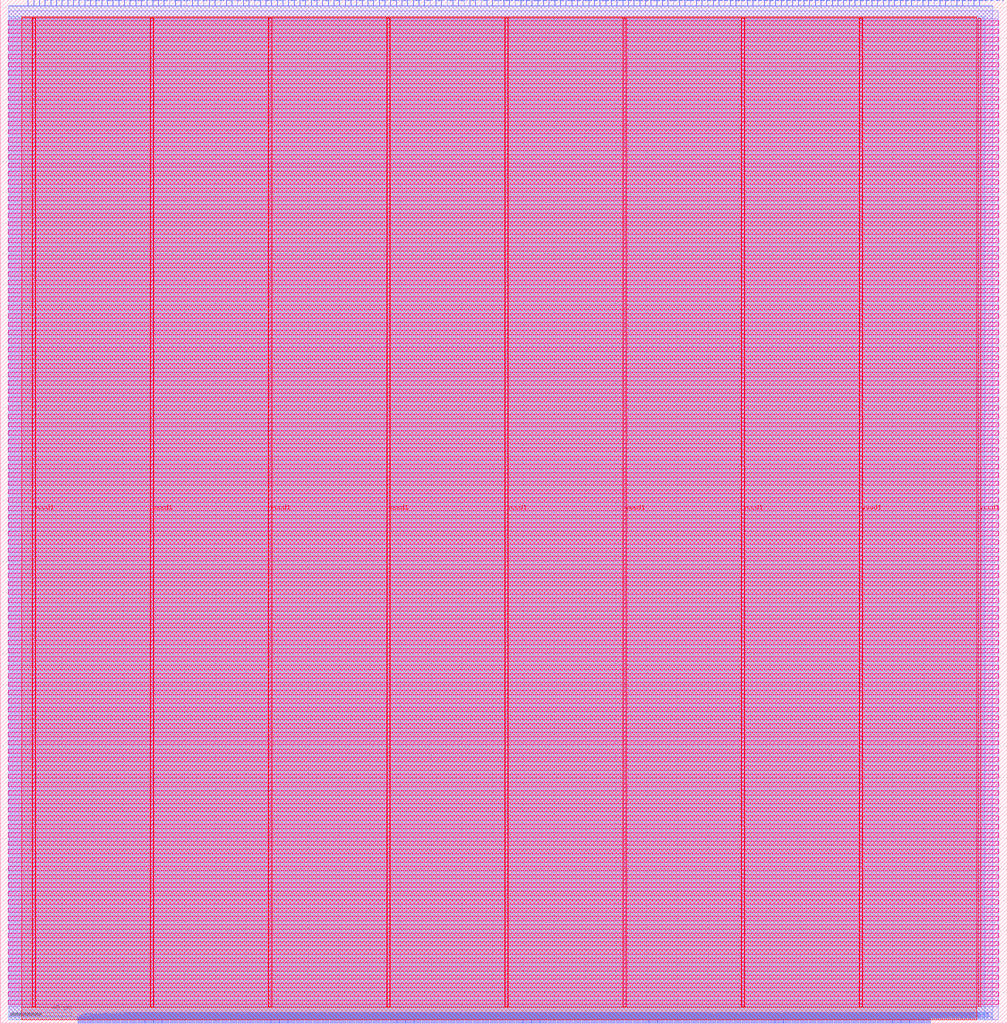
<source format=lef>
VERSION 5.7 ;
  NOWIREEXTENSIONATPIN ON ;
  DIVIDERCHAR "/" ;
  BUSBITCHARS "[]" ;
MACRO rvj1_caravel_soc
  CLASS BLOCK ;
  FOREIGN rvj1_caravel_soc ;
  ORIGIN 0.000 0.000 ;
  SIZE 654.395 BY 665.115 ;
  PIN dram_addr0[0]
    DIRECTION OUTPUT TRISTATE ;
    USE SIGNAL ;
    PORT
      LAYER met2 ;
        RECT 29.070 661.115 29.350 665.115 ;
    END
  END dram_addr0[0]
  PIN dram_addr0[1]
    DIRECTION OUTPUT TRISTATE ;
    USE SIGNAL ;
    PORT
      LAYER met2 ;
        RECT 43.790 661.115 44.070 665.115 ;
    END
  END dram_addr0[1]
  PIN dram_addr0[2]
    DIRECTION OUTPUT TRISTATE ;
    USE SIGNAL ;
    PORT
      LAYER met2 ;
        RECT 58.510 661.115 58.790 665.115 ;
    END
  END dram_addr0[2]
  PIN dram_addr0[3]
    DIRECTION OUTPUT TRISTATE ;
    USE SIGNAL ;
    PORT
      LAYER met2 ;
        RECT 73.230 661.115 73.510 665.115 ;
    END
  END dram_addr0[3]
  PIN dram_addr0[4]
    DIRECTION OUTPUT TRISTATE ;
    USE SIGNAL ;
    PORT
      LAYER met2 ;
        RECT 87.950 661.115 88.230 665.115 ;
    END
  END dram_addr0[4]
  PIN dram_addr0[5]
    DIRECTION OUTPUT TRISTATE ;
    USE SIGNAL ;
    PORT
      LAYER met2 ;
        RECT 98.990 661.115 99.270 665.115 ;
    END
  END dram_addr0[5]
  PIN dram_addr0[6]
    DIRECTION OUTPUT TRISTATE ;
    USE SIGNAL ;
    PORT
      LAYER met2 ;
        RECT 110.030 661.115 110.310 665.115 ;
    END
  END dram_addr0[6]
  PIN dram_addr0[7]
    DIRECTION OUTPUT TRISTATE ;
    USE SIGNAL ;
    PORT
      LAYER met2 ;
        RECT 121.070 661.115 121.350 665.115 ;
    END
  END dram_addr0[7]
  PIN dram_addr0[8]
    DIRECTION OUTPUT TRISTATE ;
    USE SIGNAL ;
    PORT
      LAYER met2 ;
        RECT 132.110 661.115 132.390 665.115 ;
    END
  END dram_addr0[8]
  PIN dram_clk0
    DIRECTION OUTPUT TRISTATE ;
    USE SIGNAL ;
    PORT
      LAYER met2 ;
        RECT 18.030 661.115 18.310 665.115 ;
    END
  END dram_clk0
  PIN dram_csb0
    DIRECTION OUTPUT TRISTATE ;
    USE SIGNAL ;
    PORT
      LAYER met2 ;
        RECT 21.710 661.115 21.990 665.115 ;
    END
  END dram_csb0
  PIN dram_din0[0]
    DIRECTION OUTPUT TRISTATE ;
    USE SIGNAL ;
    PORT
      LAYER met2 ;
        RECT 32.750 661.115 33.030 665.115 ;
    END
  END dram_din0[0]
  PIN dram_din0[10]
    DIRECTION OUTPUT TRISTATE ;
    USE SIGNAL ;
    PORT
      LAYER met2 ;
        RECT 150.510 661.115 150.790 665.115 ;
    END
  END dram_din0[10]
  PIN dram_din0[11]
    DIRECTION OUTPUT TRISTATE ;
    USE SIGNAL ;
    PORT
      LAYER met2 ;
        RECT 157.870 661.115 158.150 665.115 ;
    END
  END dram_din0[11]
  PIN dram_din0[12]
    DIRECTION OUTPUT TRISTATE ;
    USE SIGNAL ;
    PORT
      LAYER met2 ;
        RECT 165.230 661.115 165.510 665.115 ;
    END
  END dram_din0[12]
  PIN dram_din0[13]
    DIRECTION OUTPUT TRISTATE ;
    USE SIGNAL ;
    PORT
      LAYER met2 ;
        RECT 172.590 661.115 172.870 665.115 ;
    END
  END dram_din0[13]
  PIN dram_din0[14]
    DIRECTION OUTPUT TRISTATE ;
    USE SIGNAL ;
    PORT
      LAYER met2 ;
        RECT 179.950 661.115 180.230 665.115 ;
    END
  END dram_din0[14]
  PIN dram_din0[15]
    DIRECTION OUTPUT TRISTATE ;
    USE SIGNAL ;
    PORT
      LAYER met2 ;
        RECT 187.310 661.115 187.590 665.115 ;
    END
  END dram_din0[15]
  PIN dram_din0[16]
    DIRECTION OUTPUT TRISTATE ;
    USE SIGNAL ;
    PORT
      LAYER met2 ;
        RECT 194.670 661.115 194.950 665.115 ;
    END
  END dram_din0[16]
  PIN dram_din0[17]
    DIRECTION OUTPUT TRISTATE ;
    USE SIGNAL ;
    PORT
      LAYER met2 ;
        RECT 202.030 661.115 202.310 665.115 ;
    END
  END dram_din0[17]
  PIN dram_din0[18]
    DIRECTION OUTPUT TRISTATE ;
    USE SIGNAL ;
    PORT
      LAYER met2 ;
        RECT 209.390 661.115 209.670 665.115 ;
    END
  END dram_din0[18]
  PIN dram_din0[19]
    DIRECTION OUTPUT TRISTATE ;
    USE SIGNAL ;
    PORT
      LAYER met2 ;
        RECT 216.750 661.115 217.030 665.115 ;
    END
  END dram_din0[19]
  PIN dram_din0[1]
    DIRECTION OUTPUT TRISTATE ;
    USE SIGNAL ;
    PORT
      LAYER met2 ;
        RECT 47.470 661.115 47.750 665.115 ;
    END
  END dram_din0[1]
  PIN dram_din0[20]
    DIRECTION OUTPUT TRISTATE ;
    USE SIGNAL ;
    PORT
      LAYER met2 ;
        RECT 224.110 661.115 224.390 665.115 ;
    END
  END dram_din0[20]
  PIN dram_din0[21]
    DIRECTION OUTPUT TRISTATE ;
    USE SIGNAL ;
    PORT
      LAYER met2 ;
        RECT 231.470 661.115 231.750 665.115 ;
    END
  END dram_din0[21]
  PIN dram_din0[22]
    DIRECTION OUTPUT TRISTATE ;
    USE SIGNAL ;
    PORT
      LAYER met2 ;
        RECT 238.830 661.115 239.110 665.115 ;
    END
  END dram_din0[22]
  PIN dram_din0[23]
    DIRECTION OUTPUT TRISTATE ;
    USE SIGNAL ;
    PORT
      LAYER met2 ;
        RECT 246.190 661.115 246.470 665.115 ;
    END
  END dram_din0[23]
  PIN dram_din0[24]
    DIRECTION OUTPUT TRISTATE ;
    USE SIGNAL ;
    PORT
      LAYER met2 ;
        RECT 253.550 661.115 253.830 665.115 ;
    END
  END dram_din0[24]
  PIN dram_din0[25]
    DIRECTION OUTPUT TRISTATE ;
    USE SIGNAL ;
    PORT
      LAYER met2 ;
        RECT 260.910 661.115 261.190 665.115 ;
    END
  END dram_din0[25]
  PIN dram_din0[26]
    DIRECTION OUTPUT TRISTATE ;
    USE SIGNAL ;
    PORT
      LAYER met2 ;
        RECT 268.270 661.115 268.550 665.115 ;
    END
  END dram_din0[26]
  PIN dram_din0[27]
    DIRECTION OUTPUT TRISTATE ;
    USE SIGNAL ;
    PORT
      LAYER met2 ;
        RECT 275.630 661.115 275.910 665.115 ;
    END
  END dram_din0[27]
  PIN dram_din0[28]
    DIRECTION OUTPUT TRISTATE ;
    USE SIGNAL ;
    PORT
      LAYER met2 ;
        RECT 282.990 661.115 283.270 665.115 ;
    END
  END dram_din0[28]
  PIN dram_din0[29]
    DIRECTION OUTPUT TRISTATE ;
    USE SIGNAL ;
    PORT
      LAYER met2 ;
        RECT 290.350 661.115 290.630 665.115 ;
    END
  END dram_din0[29]
  PIN dram_din0[2]
    DIRECTION OUTPUT TRISTATE ;
    USE SIGNAL ;
    PORT
      LAYER met2 ;
        RECT 62.190 661.115 62.470 665.115 ;
    END
  END dram_din0[2]
  PIN dram_din0[30]
    DIRECTION OUTPUT TRISTATE ;
    USE SIGNAL ;
    PORT
      LAYER met2 ;
        RECT 297.710 661.115 297.990 665.115 ;
    END
  END dram_din0[30]
  PIN dram_din0[31]
    DIRECTION OUTPUT TRISTATE ;
    USE SIGNAL ;
    PORT
      LAYER met2 ;
        RECT 305.070 661.115 305.350 665.115 ;
    END
  END dram_din0[31]
  PIN dram_din0[3]
    DIRECTION OUTPUT TRISTATE ;
    USE SIGNAL ;
    PORT
      LAYER met2 ;
        RECT 76.910 661.115 77.190 665.115 ;
    END
  END dram_din0[3]
  PIN dram_din0[4]
    DIRECTION OUTPUT TRISTATE ;
    USE SIGNAL ;
    PORT
      LAYER met2 ;
        RECT 91.630 661.115 91.910 665.115 ;
    END
  END dram_din0[4]
  PIN dram_din0[5]
    DIRECTION OUTPUT TRISTATE ;
    USE SIGNAL ;
    PORT
      LAYER met2 ;
        RECT 102.670 661.115 102.950 665.115 ;
    END
  END dram_din0[5]
  PIN dram_din0[6]
    DIRECTION OUTPUT TRISTATE ;
    USE SIGNAL ;
    PORT
      LAYER met2 ;
        RECT 113.710 661.115 113.990 665.115 ;
    END
  END dram_din0[6]
  PIN dram_din0[7]
    DIRECTION OUTPUT TRISTATE ;
    USE SIGNAL ;
    PORT
      LAYER met2 ;
        RECT 124.750 661.115 125.030 665.115 ;
    END
  END dram_din0[7]
  PIN dram_din0[8]
    DIRECTION OUTPUT TRISTATE ;
    USE SIGNAL ;
    PORT
      LAYER met2 ;
        RECT 135.790 661.115 136.070 665.115 ;
    END
  END dram_din0[8]
  PIN dram_din0[9]
    DIRECTION OUTPUT TRISTATE ;
    USE SIGNAL ;
    PORT
      LAYER met2 ;
        RECT 143.150 661.115 143.430 665.115 ;
    END
  END dram_din0[9]
  PIN dram_dout0[0]
    DIRECTION INPUT ;
    USE SIGNAL ;
    PORT
      LAYER met2 ;
        RECT 36.430 661.115 36.710 665.115 ;
    END
  END dram_dout0[0]
  PIN dram_dout0[10]
    DIRECTION INPUT ;
    USE SIGNAL ;
    PORT
      LAYER met2 ;
        RECT 154.190 661.115 154.470 665.115 ;
    END
  END dram_dout0[10]
  PIN dram_dout0[11]
    DIRECTION INPUT ;
    USE SIGNAL ;
    PORT
      LAYER met2 ;
        RECT 161.550 661.115 161.830 665.115 ;
    END
  END dram_dout0[11]
  PIN dram_dout0[12]
    DIRECTION INPUT ;
    USE SIGNAL ;
    PORT
      LAYER met2 ;
        RECT 168.910 661.115 169.190 665.115 ;
    END
  END dram_dout0[12]
  PIN dram_dout0[13]
    DIRECTION INPUT ;
    USE SIGNAL ;
    PORT
      LAYER met2 ;
        RECT 176.270 661.115 176.550 665.115 ;
    END
  END dram_dout0[13]
  PIN dram_dout0[14]
    DIRECTION INPUT ;
    USE SIGNAL ;
    PORT
      LAYER met2 ;
        RECT 183.630 661.115 183.910 665.115 ;
    END
  END dram_dout0[14]
  PIN dram_dout0[15]
    DIRECTION INPUT ;
    USE SIGNAL ;
    PORT
      LAYER met2 ;
        RECT 190.990 661.115 191.270 665.115 ;
    END
  END dram_dout0[15]
  PIN dram_dout0[16]
    DIRECTION INPUT ;
    USE SIGNAL ;
    PORT
      LAYER met2 ;
        RECT 198.350 661.115 198.630 665.115 ;
    END
  END dram_dout0[16]
  PIN dram_dout0[17]
    DIRECTION INPUT ;
    USE SIGNAL ;
    PORT
      LAYER met2 ;
        RECT 205.710 661.115 205.990 665.115 ;
    END
  END dram_dout0[17]
  PIN dram_dout0[18]
    DIRECTION INPUT ;
    USE SIGNAL ;
    PORT
      LAYER met2 ;
        RECT 213.070 661.115 213.350 665.115 ;
    END
  END dram_dout0[18]
  PIN dram_dout0[19]
    DIRECTION INPUT ;
    USE SIGNAL ;
    PORT
      LAYER met2 ;
        RECT 220.430 661.115 220.710 665.115 ;
    END
  END dram_dout0[19]
  PIN dram_dout0[1]
    DIRECTION INPUT ;
    USE SIGNAL ;
    PORT
      LAYER met2 ;
        RECT 51.150 661.115 51.430 665.115 ;
    END
  END dram_dout0[1]
  PIN dram_dout0[20]
    DIRECTION INPUT ;
    USE SIGNAL ;
    PORT
      LAYER met2 ;
        RECT 227.790 661.115 228.070 665.115 ;
    END
  END dram_dout0[20]
  PIN dram_dout0[21]
    DIRECTION INPUT ;
    USE SIGNAL ;
    PORT
      LAYER met2 ;
        RECT 235.150 661.115 235.430 665.115 ;
    END
  END dram_dout0[21]
  PIN dram_dout0[22]
    DIRECTION INPUT ;
    USE SIGNAL ;
    PORT
      LAYER met2 ;
        RECT 242.510 661.115 242.790 665.115 ;
    END
  END dram_dout0[22]
  PIN dram_dout0[23]
    DIRECTION INPUT ;
    USE SIGNAL ;
    PORT
      LAYER met2 ;
        RECT 249.870 661.115 250.150 665.115 ;
    END
  END dram_dout0[23]
  PIN dram_dout0[24]
    DIRECTION INPUT ;
    USE SIGNAL ;
    PORT
      LAYER met2 ;
        RECT 257.230 661.115 257.510 665.115 ;
    END
  END dram_dout0[24]
  PIN dram_dout0[25]
    DIRECTION INPUT ;
    USE SIGNAL ;
    PORT
      LAYER met2 ;
        RECT 264.590 661.115 264.870 665.115 ;
    END
  END dram_dout0[25]
  PIN dram_dout0[26]
    DIRECTION INPUT ;
    USE SIGNAL ;
    PORT
      LAYER met2 ;
        RECT 271.950 661.115 272.230 665.115 ;
    END
  END dram_dout0[26]
  PIN dram_dout0[27]
    DIRECTION INPUT ;
    USE SIGNAL ;
    PORT
      LAYER met2 ;
        RECT 279.310 661.115 279.590 665.115 ;
    END
  END dram_dout0[27]
  PIN dram_dout0[28]
    DIRECTION INPUT ;
    USE SIGNAL ;
    PORT
      LAYER met2 ;
        RECT 286.670 661.115 286.950 665.115 ;
    END
  END dram_dout0[28]
  PIN dram_dout0[29]
    DIRECTION INPUT ;
    USE SIGNAL ;
    PORT
      LAYER met2 ;
        RECT 294.030 661.115 294.310 665.115 ;
    END
  END dram_dout0[29]
  PIN dram_dout0[2]
    DIRECTION INPUT ;
    USE SIGNAL ;
    PORT
      LAYER met2 ;
        RECT 65.870 661.115 66.150 665.115 ;
    END
  END dram_dout0[2]
  PIN dram_dout0[30]
    DIRECTION INPUT ;
    USE SIGNAL ;
    PORT
      LAYER met2 ;
        RECT 301.390 661.115 301.670 665.115 ;
    END
  END dram_dout0[30]
  PIN dram_dout0[31]
    DIRECTION INPUT ;
    USE SIGNAL ;
    PORT
      LAYER met2 ;
        RECT 308.750 661.115 309.030 665.115 ;
    END
  END dram_dout0[31]
  PIN dram_dout0[3]
    DIRECTION INPUT ;
    USE SIGNAL ;
    PORT
      LAYER met2 ;
        RECT 80.590 661.115 80.870 665.115 ;
    END
  END dram_dout0[3]
  PIN dram_dout0[4]
    DIRECTION INPUT ;
    USE SIGNAL ;
    PORT
      LAYER met2 ;
        RECT 95.310 661.115 95.590 665.115 ;
    END
  END dram_dout0[4]
  PIN dram_dout0[5]
    DIRECTION INPUT ;
    USE SIGNAL ;
    PORT
      LAYER met2 ;
        RECT 106.350 661.115 106.630 665.115 ;
    END
  END dram_dout0[5]
  PIN dram_dout0[6]
    DIRECTION INPUT ;
    USE SIGNAL ;
    PORT
      LAYER met2 ;
        RECT 117.390 661.115 117.670 665.115 ;
    END
  END dram_dout0[6]
  PIN dram_dout0[7]
    DIRECTION INPUT ;
    USE SIGNAL ;
    PORT
      LAYER met2 ;
        RECT 128.430 661.115 128.710 665.115 ;
    END
  END dram_dout0[7]
  PIN dram_dout0[8]
    DIRECTION INPUT ;
    USE SIGNAL ;
    PORT
      LAYER met2 ;
        RECT 139.470 661.115 139.750 665.115 ;
    END
  END dram_dout0[8]
  PIN dram_dout0[9]
    DIRECTION INPUT ;
    USE SIGNAL ;
    PORT
      LAYER met2 ;
        RECT 146.830 661.115 147.110 665.115 ;
    END
  END dram_dout0[9]
  PIN dram_web0
    DIRECTION OUTPUT TRISTATE ;
    USE SIGNAL ;
    PORT
      LAYER met2 ;
        RECT 25.390 661.115 25.670 665.115 ;
    END
  END dram_web0
  PIN dram_wmask0[0]
    DIRECTION OUTPUT TRISTATE ;
    USE SIGNAL ;
    PORT
      LAYER met2 ;
        RECT 40.110 661.115 40.390 665.115 ;
    END
  END dram_wmask0[0]
  PIN dram_wmask0[1]
    DIRECTION OUTPUT TRISTATE ;
    USE SIGNAL ;
    PORT
      LAYER met2 ;
        RECT 54.830 661.115 55.110 665.115 ;
    END
  END dram_wmask0[1]
  PIN dram_wmask0[2]
    DIRECTION OUTPUT TRISTATE ;
    USE SIGNAL ;
    PORT
      LAYER met2 ;
        RECT 69.550 661.115 69.830 665.115 ;
    END
  END dram_wmask0[2]
  PIN dram_wmask0[3]
    DIRECTION OUTPUT TRISTATE ;
    USE SIGNAL ;
    PORT
      LAYER met2 ;
        RECT 84.270 661.115 84.550 665.115 ;
    END
  END dram_wmask0[3]
  PIN gpio_in[0]
    DIRECTION INPUT ;
    USE SIGNAL ;
    PORT
      LAYER met2 ;
        RECT 323.470 661.115 323.750 665.115 ;
    END
  END gpio_in[0]
  PIN gpio_in[10]
    DIRECTION INPUT ;
    USE SIGNAL ;
    PORT
      LAYER met2 ;
        RECT 433.870 661.115 434.150 665.115 ;
    END
  END gpio_in[10]
  PIN gpio_in[11]
    DIRECTION INPUT ;
    USE SIGNAL ;
    PORT
      LAYER met2 ;
        RECT 444.910 661.115 445.190 665.115 ;
    END
  END gpio_in[11]
  PIN gpio_in[12]
    DIRECTION INPUT ;
    USE SIGNAL ;
    PORT
      LAYER met2 ;
        RECT 455.950 661.115 456.230 665.115 ;
    END
  END gpio_in[12]
  PIN gpio_in[13]
    DIRECTION INPUT ;
    USE SIGNAL ;
    PORT
      LAYER met2 ;
        RECT 466.990 661.115 467.270 665.115 ;
    END
  END gpio_in[13]
  PIN gpio_in[14]
    DIRECTION INPUT ;
    USE SIGNAL ;
    PORT
      LAYER met2 ;
        RECT 478.030 661.115 478.310 665.115 ;
    END
  END gpio_in[14]
  PIN gpio_in[15]
    DIRECTION INPUT ;
    USE SIGNAL ;
    PORT
      LAYER met2 ;
        RECT 489.070 661.115 489.350 665.115 ;
    END
  END gpio_in[15]
  PIN gpio_in[16]
    DIRECTION INPUT ;
    USE SIGNAL ;
    PORT
      LAYER met2 ;
        RECT 500.110 661.115 500.390 665.115 ;
    END
  END gpio_in[16]
  PIN gpio_in[17]
    DIRECTION INPUT ;
    USE SIGNAL ;
    PORT
      LAYER met2 ;
        RECT 511.150 661.115 511.430 665.115 ;
    END
  END gpio_in[17]
  PIN gpio_in[18]
    DIRECTION INPUT ;
    USE SIGNAL ;
    PORT
      LAYER met2 ;
        RECT 522.190 661.115 522.470 665.115 ;
    END
  END gpio_in[18]
  PIN gpio_in[19]
    DIRECTION INPUT ;
    USE SIGNAL ;
    PORT
      LAYER met2 ;
        RECT 533.230 661.115 533.510 665.115 ;
    END
  END gpio_in[19]
  PIN gpio_in[1]
    DIRECTION INPUT ;
    USE SIGNAL ;
    PORT
      LAYER met2 ;
        RECT 334.510 661.115 334.790 665.115 ;
    END
  END gpio_in[1]
  PIN gpio_in[20]
    DIRECTION INPUT ;
    USE SIGNAL ;
    PORT
      LAYER met2 ;
        RECT 544.270 661.115 544.550 665.115 ;
    END
  END gpio_in[20]
  PIN gpio_in[21]
    DIRECTION INPUT ;
    USE SIGNAL ;
    PORT
      LAYER met2 ;
        RECT 555.310 661.115 555.590 665.115 ;
    END
  END gpio_in[21]
  PIN gpio_in[22]
    DIRECTION INPUT ;
    USE SIGNAL ;
    PORT
      LAYER met2 ;
        RECT 566.350 661.115 566.630 665.115 ;
    END
  END gpio_in[22]
  PIN gpio_in[23]
    DIRECTION INPUT ;
    USE SIGNAL ;
    PORT
      LAYER met2 ;
        RECT 577.390 661.115 577.670 665.115 ;
    END
  END gpio_in[23]
  PIN gpio_in[2]
    DIRECTION INPUT ;
    USE SIGNAL ;
    PORT
      LAYER met2 ;
        RECT 345.550 661.115 345.830 665.115 ;
    END
  END gpio_in[2]
  PIN gpio_in[3]
    DIRECTION INPUT ;
    USE SIGNAL ;
    PORT
      LAYER met2 ;
        RECT 356.590 661.115 356.870 665.115 ;
    END
  END gpio_in[3]
  PIN gpio_in[4]
    DIRECTION INPUT ;
    USE SIGNAL ;
    PORT
      LAYER met2 ;
        RECT 367.630 661.115 367.910 665.115 ;
    END
  END gpio_in[4]
  PIN gpio_in[5]
    DIRECTION INPUT ;
    USE SIGNAL ;
    PORT
      LAYER met2 ;
        RECT 378.670 661.115 378.950 665.115 ;
    END
  END gpio_in[5]
  PIN gpio_in[6]
    DIRECTION INPUT ;
    USE SIGNAL ;
    PORT
      LAYER met2 ;
        RECT 389.710 661.115 389.990 665.115 ;
    END
  END gpio_in[6]
  PIN gpio_in[7]
    DIRECTION INPUT ;
    USE SIGNAL ;
    PORT
      LAYER met2 ;
        RECT 400.750 661.115 401.030 665.115 ;
    END
  END gpio_in[7]
  PIN gpio_in[8]
    DIRECTION INPUT ;
    USE SIGNAL ;
    PORT
      LAYER met2 ;
        RECT 411.790 661.115 412.070 665.115 ;
    END
  END gpio_in[8]
  PIN gpio_in[9]
    DIRECTION INPUT ;
    USE SIGNAL ;
    PORT
      LAYER met2 ;
        RECT 422.830 661.115 423.110 665.115 ;
    END
  END gpio_in[9]
  PIN gpio_oeb[0]
    DIRECTION OUTPUT TRISTATE ;
    USE SIGNAL ;
    PORT
      LAYER met2 ;
        RECT 327.150 661.115 327.430 665.115 ;
    END
  END gpio_oeb[0]
  PIN gpio_oeb[10]
    DIRECTION OUTPUT TRISTATE ;
    USE SIGNAL ;
    PORT
      LAYER met2 ;
        RECT 437.550 661.115 437.830 665.115 ;
    END
  END gpio_oeb[10]
  PIN gpio_oeb[11]
    DIRECTION OUTPUT TRISTATE ;
    USE SIGNAL ;
    PORT
      LAYER met2 ;
        RECT 448.590 661.115 448.870 665.115 ;
    END
  END gpio_oeb[11]
  PIN gpio_oeb[12]
    DIRECTION OUTPUT TRISTATE ;
    USE SIGNAL ;
    PORT
      LAYER met2 ;
        RECT 459.630 661.115 459.910 665.115 ;
    END
  END gpio_oeb[12]
  PIN gpio_oeb[13]
    DIRECTION OUTPUT TRISTATE ;
    USE SIGNAL ;
    PORT
      LAYER met2 ;
        RECT 470.670 661.115 470.950 665.115 ;
    END
  END gpio_oeb[13]
  PIN gpio_oeb[14]
    DIRECTION OUTPUT TRISTATE ;
    USE SIGNAL ;
    PORT
      LAYER met2 ;
        RECT 481.710 661.115 481.990 665.115 ;
    END
  END gpio_oeb[14]
  PIN gpio_oeb[15]
    DIRECTION OUTPUT TRISTATE ;
    USE SIGNAL ;
    PORT
      LAYER met2 ;
        RECT 492.750 661.115 493.030 665.115 ;
    END
  END gpio_oeb[15]
  PIN gpio_oeb[16]
    DIRECTION OUTPUT TRISTATE ;
    USE SIGNAL ;
    PORT
      LAYER met2 ;
        RECT 503.790 661.115 504.070 665.115 ;
    END
  END gpio_oeb[16]
  PIN gpio_oeb[17]
    DIRECTION OUTPUT TRISTATE ;
    USE SIGNAL ;
    PORT
      LAYER met2 ;
        RECT 514.830 661.115 515.110 665.115 ;
    END
  END gpio_oeb[17]
  PIN gpio_oeb[18]
    DIRECTION OUTPUT TRISTATE ;
    USE SIGNAL ;
    PORT
      LAYER met2 ;
        RECT 525.870 661.115 526.150 665.115 ;
    END
  END gpio_oeb[18]
  PIN gpio_oeb[19]
    DIRECTION OUTPUT TRISTATE ;
    USE SIGNAL ;
    PORT
      LAYER met2 ;
        RECT 536.910 661.115 537.190 665.115 ;
    END
  END gpio_oeb[19]
  PIN gpio_oeb[1]
    DIRECTION OUTPUT TRISTATE ;
    USE SIGNAL ;
    PORT
      LAYER met2 ;
        RECT 338.190 661.115 338.470 665.115 ;
    END
  END gpio_oeb[1]
  PIN gpio_oeb[20]
    DIRECTION OUTPUT TRISTATE ;
    USE SIGNAL ;
    PORT
      LAYER met2 ;
        RECT 547.950 661.115 548.230 665.115 ;
    END
  END gpio_oeb[20]
  PIN gpio_oeb[21]
    DIRECTION OUTPUT TRISTATE ;
    USE SIGNAL ;
    PORT
      LAYER met2 ;
        RECT 558.990 661.115 559.270 665.115 ;
    END
  END gpio_oeb[21]
  PIN gpio_oeb[22]
    DIRECTION OUTPUT TRISTATE ;
    USE SIGNAL ;
    PORT
      LAYER met2 ;
        RECT 570.030 661.115 570.310 665.115 ;
    END
  END gpio_oeb[22]
  PIN gpio_oeb[23]
    DIRECTION OUTPUT TRISTATE ;
    USE SIGNAL ;
    PORT
      LAYER met2 ;
        RECT 581.070 661.115 581.350 665.115 ;
    END
  END gpio_oeb[23]
  PIN gpio_oeb[24]
    DIRECTION OUTPUT TRISTATE ;
    USE SIGNAL ;
    PORT
      LAYER met2 ;
        RECT 588.430 661.115 588.710 665.115 ;
    END
  END gpio_oeb[24]
  PIN gpio_oeb[25]
    DIRECTION OUTPUT TRISTATE ;
    USE SIGNAL ;
    PORT
      LAYER met2 ;
        RECT 592.110 661.115 592.390 665.115 ;
    END
  END gpio_oeb[25]
  PIN gpio_oeb[26]
    DIRECTION OUTPUT TRISTATE ;
    USE SIGNAL ;
    PORT
      LAYER met2 ;
        RECT 595.790 661.115 596.070 665.115 ;
    END
  END gpio_oeb[26]
  PIN gpio_oeb[27]
    DIRECTION OUTPUT TRISTATE ;
    USE SIGNAL ;
    PORT
      LAYER met2 ;
        RECT 599.470 661.115 599.750 665.115 ;
    END
  END gpio_oeb[27]
  PIN gpio_oeb[28]
    DIRECTION OUTPUT TRISTATE ;
    USE SIGNAL ;
    PORT
      LAYER met2 ;
        RECT 603.150 661.115 603.430 665.115 ;
    END
  END gpio_oeb[28]
  PIN gpio_oeb[29]
    DIRECTION OUTPUT TRISTATE ;
    USE SIGNAL ;
    PORT
      LAYER met2 ;
        RECT 606.830 661.115 607.110 665.115 ;
    END
  END gpio_oeb[29]
  PIN gpio_oeb[2]
    DIRECTION OUTPUT TRISTATE ;
    USE SIGNAL ;
    PORT
      LAYER met2 ;
        RECT 349.230 661.115 349.510 665.115 ;
    END
  END gpio_oeb[2]
  PIN gpio_oeb[30]
    DIRECTION OUTPUT TRISTATE ;
    USE SIGNAL ;
    PORT
      LAYER met2 ;
        RECT 610.510 661.115 610.790 665.115 ;
    END
  END gpio_oeb[30]
  PIN gpio_oeb[31]
    DIRECTION OUTPUT TRISTATE ;
    USE SIGNAL ;
    PORT
      LAYER met2 ;
        RECT 614.190 661.115 614.470 665.115 ;
    END
  END gpio_oeb[31]
  PIN gpio_oeb[32]
    DIRECTION OUTPUT TRISTATE ;
    USE SIGNAL ;
    PORT
      LAYER met2 ;
        RECT 617.870 661.115 618.150 665.115 ;
    END
  END gpio_oeb[32]
  PIN gpio_oeb[33]
    DIRECTION OUTPUT TRISTATE ;
    USE SIGNAL ;
    PORT
      LAYER met2 ;
        RECT 621.550 661.115 621.830 665.115 ;
    END
  END gpio_oeb[33]
  PIN gpio_oeb[34]
    DIRECTION OUTPUT TRISTATE ;
    USE SIGNAL ;
    PORT
      LAYER met2 ;
        RECT 625.230 661.115 625.510 665.115 ;
    END
  END gpio_oeb[34]
  PIN gpio_oeb[35]
    DIRECTION OUTPUT TRISTATE ;
    USE SIGNAL ;
    PORT
      LAYER met2 ;
        RECT 628.910 661.115 629.190 665.115 ;
    END
  END gpio_oeb[35]
  PIN gpio_oeb[36]
    DIRECTION OUTPUT TRISTATE ;
    USE SIGNAL ;
    PORT
      LAYER met2 ;
        RECT 632.590 661.115 632.870 665.115 ;
    END
  END gpio_oeb[36]
  PIN gpio_oeb[37]
    DIRECTION OUTPUT TRISTATE ;
    USE SIGNAL ;
    PORT
      LAYER met2 ;
        RECT 636.270 661.115 636.550 665.115 ;
    END
  END gpio_oeb[37]
  PIN gpio_oeb[3]
    DIRECTION OUTPUT TRISTATE ;
    USE SIGNAL ;
    PORT
      LAYER met2 ;
        RECT 360.270 661.115 360.550 665.115 ;
    END
  END gpio_oeb[3]
  PIN gpio_oeb[4]
    DIRECTION OUTPUT TRISTATE ;
    USE SIGNAL ;
    PORT
      LAYER met2 ;
        RECT 371.310 661.115 371.590 665.115 ;
    END
  END gpio_oeb[4]
  PIN gpio_oeb[5]
    DIRECTION OUTPUT TRISTATE ;
    USE SIGNAL ;
    PORT
      LAYER met2 ;
        RECT 382.350 661.115 382.630 665.115 ;
    END
  END gpio_oeb[5]
  PIN gpio_oeb[6]
    DIRECTION OUTPUT TRISTATE ;
    USE SIGNAL ;
    PORT
      LAYER met2 ;
        RECT 393.390 661.115 393.670 665.115 ;
    END
  END gpio_oeb[6]
  PIN gpio_oeb[7]
    DIRECTION OUTPUT TRISTATE ;
    USE SIGNAL ;
    PORT
      LAYER met2 ;
        RECT 404.430 661.115 404.710 665.115 ;
    END
  END gpio_oeb[7]
  PIN gpio_oeb[8]
    DIRECTION OUTPUT TRISTATE ;
    USE SIGNAL ;
    PORT
      LAYER met2 ;
        RECT 415.470 661.115 415.750 665.115 ;
    END
  END gpio_oeb[8]
  PIN gpio_oeb[9]
    DIRECTION OUTPUT TRISTATE ;
    USE SIGNAL ;
    PORT
      LAYER met2 ;
        RECT 426.510 661.115 426.790 665.115 ;
    END
  END gpio_oeb[9]
  PIN gpio_out[0]
    DIRECTION OUTPUT TRISTATE ;
    USE SIGNAL ;
    PORT
      LAYER met2 ;
        RECT 330.830 661.115 331.110 665.115 ;
    END
  END gpio_out[0]
  PIN gpio_out[10]
    DIRECTION OUTPUT TRISTATE ;
    USE SIGNAL ;
    PORT
      LAYER met2 ;
        RECT 441.230 661.115 441.510 665.115 ;
    END
  END gpio_out[10]
  PIN gpio_out[11]
    DIRECTION OUTPUT TRISTATE ;
    USE SIGNAL ;
    PORT
      LAYER met2 ;
        RECT 452.270 661.115 452.550 665.115 ;
    END
  END gpio_out[11]
  PIN gpio_out[12]
    DIRECTION OUTPUT TRISTATE ;
    USE SIGNAL ;
    PORT
      LAYER met2 ;
        RECT 463.310 661.115 463.590 665.115 ;
    END
  END gpio_out[12]
  PIN gpio_out[13]
    DIRECTION OUTPUT TRISTATE ;
    USE SIGNAL ;
    PORT
      LAYER met2 ;
        RECT 474.350 661.115 474.630 665.115 ;
    END
  END gpio_out[13]
  PIN gpio_out[14]
    DIRECTION OUTPUT TRISTATE ;
    USE SIGNAL ;
    PORT
      LAYER met2 ;
        RECT 485.390 661.115 485.670 665.115 ;
    END
  END gpio_out[14]
  PIN gpio_out[15]
    DIRECTION OUTPUT TRISTATE ;
    USE SIGNAL ;
    PORT
      LAYER met2 ;
        RECT 496.430 661.115 496.710 665.115 ;
    END
  END gpio_out[15]
  PIN gpio_out[16]
    DIRECTION OUTPUT TRISTATE ;
    USE SIGNAL ;
    PORT
      LAYER met2 ;
        RECT 507.470 661.115 507.750 665.115 ;
    END
  END gpio_out[16]
  PIN gpio_out[17]
    DIRECTION OUTPUT TRISTATE ;
    USE SIGNAL ;
    PORT
      LAYER met2 ;
        RECT 518.510 661.115 518.790 665.115 ;
    END
  END gpio_out[17]
  PIN gpio_out[18]
    DIRECTION OUTPUT TRISTATE ;
    USE SIGNAL ;
    PORT
      LAYER met2 ;
        RECT 529.550 661.115 529.830 665.115 ;
    END
  END gpio_out[18]
  PIN gpio_out[19]
    DIRECTION OUTPUT TRISTATE ;
    USE SIGNAL ;
    PORT
      LAYER met2 ;
        RECT 540.590 661.115 540.870 665.115 ;
    END
  END gpio_out[19]
  PIN gpio_out[1]
    DIRECTION OUTPUT TRISTATE ;
    USE SIGNAL ;
    PORT
      LAYER met2 ;
        RECT 341.870 661.115 342.150 665.115 ;
    END
  END gpio_out[1]
  PIN gpio_out[20]
    DIRECTION OUTPUT TRISTATE ;
    USE SIGNAL ;
    PORT
      LAYER met2 ;
        RECT 551.630 661.115 551.910 665.115 ;
    END
  END gpio_out[20]
  PIN gpio_out[21]
    DIRECTION OUTPUT TRISTATE ;
    USE SIGNAL ;
    PORT
      LAYER met2 ;
        RECT 562.670 661.115 562.950 665.115 ;
    END
  END gpio_out[21]
  PIN gpio_out[22]
    DIRECTION OUTPUT TRISTATE ;
    USE SIGNAL ;
    PORT
      LAYER met2 ;
        RECT 573.710 661.115 573.990 665.115 ;
    END
  END gpio_out[22]
  PIN gpio_out[23]
    DIRECTION OUTPUT TRISTATE ;
    USE SIGNAL ;
    PORT
      LAYER met2 ;
        RECT 584.750 661.115 585.030 665.115 ;
    END
  END gpio_out[23]
  PIN gpio_out[2]
    DIRECTION OUTPUT TRISTATE ;
    USE SIGNAL ;
    PORT
      LAYER met2 ;
        RECT 352.910 661.115 353.190 665.115 ;
    END
  END gpio_out[2]
  PIN gpio_out[3]
    DIRECTION OUTPUT TRISTATE ;
    USE SIGNAL ;
    PORT
      LAYER met2 ;
        RECT 363.950 661.115 364.230 665.115 ;
    END
  END gpio_out[3]
  PIN gpio_out[4]
    DIRECTION OUTPUT TRISTATE ;
    USE SIGNAL ;
    PORT
      LAYER met2 ;
        RECT 374.990 661.115 375.270 665.115 ;
    END
  END gpio_out[4]
  PIN gpio_out[5]
    DIRECTION OUTPUT TRISTATE ;
    USE SIGNAL ;
    PORT
      LAYER met2 ;
        RECT 386.030 661.115 386.310 665.115 ;
    END
  END gpio_out[5]
  PIN gpio_out[6]
    DIRECTION OUTPUT TRISTATE ;
    USE SIGNAL ;
    PORT
      LAYER met2 ;
        RECT 397.070 661.115 397.350 665.115 ;
    END
  END gpio_out[6]
  PIN gpio_out[7]
    DIRECTION OUTPUT TRISTATE ;
    USE SIGNAL ;
    PORT
      LAYER met2 ;
        RECT 408.110 661.115 408.390 665.115 ;
    END
  END gpio_out[7]
  PIN gpio_out[8]
    DIRECTION OUTPUT TRISTATE ;
    USE SIGNAL ;
    PORT
      LAYER met2 ;
        RECT 419.150 661.115 419.430 665.115 ;
    END
  END gpio_out[8]
  PIN gpio_out[9]
    DIRECTION OUTPUT TRISTATE ;
    USE SIGNAL ;
    PORT
      LAYER met2 ;
        RECT 430.190 661.115 430.470 665.115 ;
    END
  END gpio_out[9]
  PIN iram_addr0[0]
    DIRECTION OUTPUT TRISTATE ;
    USE SIGNAL ;
    PORT
      LAYER met2 ;
        RECT 504.710 0.000 504.990 4.000 ;
    END
  END iram_addr0[0]
  PIN iram_addr0[1]
    DIRECTION OUTPUT TRISTATE ;
    USE SIGNAL ;
    PORT
      LAYER met2 ;
        RECT 509.310 0.000 509.590 4.000 ;
    END
  END iram_addr0[1]
  PIN iram_addr0[2]
    DIRECTION OUTPUT TRISTATE ;
    USE SIGNAL ;
    PORT
      LAYER met2 ;
        RECT 513.910 0.000 514.190 4.000 ;
    END
  END iram_addr0[2]
  PIN iram_addr0[3]
    DIRECTION OUTPUT TRISTATE ;
    USE SIGNAL ;
    PORT
      LAYER met2 ;
        RECT 518.510 0.000 518.790 4.000 ;
    END
  END iram_addr0[3]
  PIN iram_addr0[4]
    DIRECTION OUTPUT TRISTATE ;
    USE SIGNAL ;
    PORT
      LAYER met2 ;
        RECT 523.110 0.000 523.390 4.000 ;
    END
  END iram_addr0[4]
  PIN iram_addr0[5]
    DIRECTION OUTPUT TRISTATE ;
    USE SIGNAL ;
    PORT
      LAYER met2 ;
        RECT 526.790 0.000 527.070 4.000 ;
    END
  END iram_addr0[5]
  PIN iram_addr0[6]
    DIRECTION OUTPUT TRISTATE ;
    USE SIGNAL ;
    PORT
      LAYER met2 ;
        RECT 530.470 0.000 530.750 4.000 ;
    END
  END iram_addr0[6]
  PIN iram_addr0[7]
    DIRECTION OUTPUT TRISTATE ;
    USE SIGNAL ;
    PORT
      LAYER met2 ;
        RECT 534.150 0.000 534.430 4.000 ;
    END
  END iram_addr0[7]
  PIN iram_addr0[8]
    DIRECTION OUTPUT TRISTATE ;
    USE SIGNAL ;
    PORT
      LAYER met2 ;
        RECT 537.830 0.000 538.110 4.000 ;
    END
  END iram_addr0[8]
  PIN iram_clk0
    DIRECTION OUTPUT TRISTATE ;
    USE SIGNAL ;
    PORT
      LAYER met2 ;
        RECT 501.030 0.000 501.310 4.000 ;
    END
  END iram_clk0
  PIN iram_csb0_A
    DIRECTION OUTPUT TRISTATE ;
    USE SIGNAL ;
    PORT
      LAYER met2 ;
        RECT 501.950 0.000 502.230 4.000 ;
    END
  END iram_csb0_A
  PIN iram_csb0_B
    DIRECTION OUTPUT TRISTATE ;
    USE SIGNAL ;
    PORT
      LAYER met2 ;
        RECT 502.870 0.000 503.150 4.000 ;
    END
  END iram_csb0_B
  PIN iram_din0[0]
    DIRECTION OUTPUT TRISTATE ;
    USE SIGNAL ;
    PORT
      LAYER met2 ;
        RECT 505.630 0.000 505.910 4.000 ;
    END
  END iram_din0[0]
  PIN iram_din0[10]
    DIRECTION OUTPUT TRISTATE ;
    USE SIGNAL ;
    PORT
      LAYER met2 ;
        RECT 544.270 0.000 544.550 4.000 ;
    END
  END iram_din0[10]
  PIN iram_din0[11]
    DIRECTION OUTPUT TRISTATE ;
    USE SIGNAL ;
    PORT
      LAYER met2 ;
        RECT 547.030 0.000 547.310 4.000 ;
    END
  END iram_din0[11]
  PIN iram_din0[12]
    DIRECTION OUTPUT TRISTATE ;
    USE SIGNAL ;
    PORT
      LAYER met2 ;
        RECT 549.790 0.000 550.070 4.000 ;
    END
  END iram_din0[12]
  PIN iram_din0[13]
    DIRECTION OUTPUT TRISTATE ;
    USE SIGNAL ;
    PORT
      LAYER met2 ;
        RECT 552.550 0.000 552.830 4.000 ;
    END
  END iram_din0[13]
  PIN iram_din0[14]
    DIRECTION OUTPUT TRISTATE ;
    USE SIGNAL ;
    PORT
      LAYER met2 ;
        RECT 555.310 0.000 555.590 4.000 ;
    END
  END iram_din0[14]
  PIN iram_din0[15]
    DIRECTION OUTPUT TRISTATE ;
    USE SIGNAL ;
    PORT
      LAYER met2 ;
        RECT 558.070 0.000 558.350 4.000 ;
    END
  END iram_din0[15]
  PIN iram_din0[16]
    DIRECTION OUTPUT TRISTATE ;
    USE SIGNAL ;
    PORT
      LAYER met2 ;
        RECT 560.830 0.000 561.110 4.000 ;
    END
  END iram_din0[16]
  PIN iram_din0[17]
    DIRECTION OUTPUT TRISTATE ;
    USE SIGNAL ;
    PORT
      LAYER met2 ;
        RECT 563.590 0.000 563.870 4.000 ;
    END
  END iram_din0[17]
  PIN iram_din0[18]
    DIRECTION OUTPUT TRISTATE ;
    USE SIGNAL ;
    PORT
      LAYER met2 ;
        RECT 566.350 0.000 566.630 4.000 ;
    END
  END iram_din0[18]
  PIN iram_din0[19]
    DIRECTION OUTPUT TRISTATE ;
    USE SIGNAL ;
    PORT
      LAYER met2 ;
        RECT 569.110 0.000 569.390 4.000 ;
    END
  END iram_din0[19]
  PIN iram_din0[1]
    DIRECTION OUTPUT TRISTATE ;
    USE SIGNAL ;
    PORT
      LAYER met2 ;
        RECT 510.230 0.000 510.510 4.000 ;
    END
  END iram_din0[1]
  PIN iram_din0[20]
    DIRECTION OUTPUT TRISTATE ;
    USE SIGNAL ;
    PORT
      LAYER met2 ;
        RECT 571.870 0.000 572.150 4.000 ;
    END
  END iram_din0[20]
  PIN iram_din0[21]
    DIRECTION OUTPUT TRISTATE ;
    USE SIGNAL ;
    PORT
      LAYER met2 ;
        RECT 574.630 0.000 574.910 4.000 ;
    END
  END iram_din0[21]
  PIN iram_din0[22]
    DIRECTION OUTPUT TRISTATE ;
    USE SIGNAL ;
    PORT
      LAYER met2 ;
        RECT 577.390 0.000 577.670 4.000 ;
    END
  END iram_din0[22]
  PIN iram_din0[23]
    DIRECTION OUTPUT TRISTATE ;
    USE SIGNAL ;
    PORT
      LAYER met2 ;
        RECT 580.150 0.000 580.430 4.000 ;
    END
  END iram_din0[23]
  PIN iram_din0[24]
    DIRECTION OUTPUT TRISTATE ;
    USE SIGNAL ;
    PORT
      LAYER met2 ;
        RECT 582.910 0.000 583.190 4.000 ;
    END
  END iram_din0[24]
  PIN iram_din0[25]
    DIRECTION OUTPUT TRISTATE ;
    USE SIGNAL ;
    PORT
      LAYER met2 ;
        RECT 585.670 0.000 585.950 4.000 ;
    END
  END iram_din0[25]
  PIN iram_din0[26]
    DIRECTION OUTPUT TRISTATE ;
    USE SIGNAL ;
    PORT
      LAYER met2 ;
        RECT 588.430 0.000 588.710 4.000 ;
    END
  END iram_din0[26]
  PIN iram_din0[27]
    DIRECTION OUTPUT TRISTATE ;
    USE SIGNAL ;
    PORT
      LAYER met2 ;
        RECT 591.190 0.000 591.470 4.000 ;
    END
  END iram_din0[27]
  PIN iram_din0[28]
    DIRECTION OUTPUT TRISTATE ;
    USE SIGNAL ;
    PORT
      LAYER met2 ;
        RECT 593.950 0.000 594.230 4.000 ;
    END
  END iram_din0[28]
  PIN iram_din0[29]
    DIRECTION OUTPUT TRISTATE ;
    USE SIGNAL ;
    PORT
      LAYER met2 ;
        RECT 596.710 0.000 596.990 4.000 ;
    END
  END iram_din0[29]
  PIN iram_din0[2]
    DIRECTION OUTPUT TRISTATE ;
    USE SIGNAL ;
    PORT
      LAYER met2 ;
        RECT 514.830 0.000 515.110 4.000 ;
    END
  END iram_din0[2]
  PIN iram_din0[30]
    DIRECTION OUTPUT TRISTATE ;
    USE SIGNAL ;
    PORT
      LAYER met2 ;
        RECT 599.470 0.000 599.750 4.000 ;
    END
  END iram_din0[30]
  PIN iram_din0[31]
    DIRECTION OUTPUT TRISTATE ;
    USE SIGNAL ;
    PORT
      LAYER met2 ;
        RECT 602.230 0.000 602.510 4.000 ;
    END
  END iram_din0[31]
  PIN iram_din0[3]
    DIRECTION OUTPUT TRISTATE ;
    USE SIGNAL ;
    PORT
      LAYER met2 ;
        RECT 519.430 0.000 519.710 4.000 ;
    END
  END iram_din0[3]
  PIN iram_din0[4]
    DIRECTION OUTPUT TRISTATE ;
    USE SIGNAL ;
    PORT
      LAYER met2 ;
        RECT 524.030 0.000 524.310 4.000 ;
    END
  END iram_din0[4]
  PIN iram_din0[5]
    DIRECTION OUTPUT TRISTATE ;
    USE SIGNAL ;
    PORT
      LAYER met2 ;
        RECT 527.710 0.000 527.990 4.000 ;
    END
  END iram_din0[5]
  PIN iram_din0[6]
    DIRECTION OUTPUT TRISTATE ;
    USE SIGNAL ;
    PORT
      LAYER met2 ;
        RECT 531.390 0.000 531.670 4.000 ;
    END
  END iram_din0[6]
  PIN iram_din0[7]
    DIRECTION OUTPUT TRISTATE ;
    USE SIGNAL ;
    PORT
      LAYER met2 ;
        RECT 535.070 0.000 535.350 4.000 ;
    END
  END iram_din0[7]
  PIN iram_din0[8]
    DIRECTION OUTPUT TRISTATE ;
    USE SIGNAL ;
    PORT
      LAYER met2 ;
        RECT 538.750 0.000 539.030 4.000 ;
    END
  END iram_din0[8]
  PIN iram_din0[9]
    DIRECTION OUTPUT TRISTATE ;
    USE SIGNAL ;
    PORT
      LAYER met2 ;
        RECT 541.510 0.000 541.790 4.000 ;
    END
  END iram_din0[9]
  PIN iram_dout0_A[0]
    DIRECTION INPUT ;
    USE SIGNAL ;
    PORT
      LAYER met2 ;
        RECT 506.550 0.000 506.830 4.000 ;
    END
  END iram_dout0_A[0]
  PIN iram_dout0_A[10]
    DIRECTION INPUT ;
    USE SIGNAL ;
    PORT
      LAYER met2 ;
        RECT 545.190 0.000 545.470 4.000 ;
    END
  END iram_dout0_A[10]
  PIN iram_dout0_A[11]
    DIRECTION INPUT ;
    USE SIGNAL ;
    PORT
      LAYER met2 ;
        RECT 547.950 0.000 548.230 4.000 ;
    END
  END iram_dout0_A[11]
  PIN iram_dout0_A[12]
    DIRECTION INPUT ;
    USE SIGNAL ;
    PORT
      LAYER met2 ;
        RECT 550.710 0.000 550.990 4.000 ;
    END
  END iram_dout0_A[12]
  PIN iram_dout0_A[13]
    DIRECTION INPUT ;
    USE SIGNAL ;
    PORT
      LAYER met2 ;
        RECT 553.470 0.000 553.750 4.000 ;
    END
  END iram_dout0_A[13]
  PIN iram_dout0_A[14]
    DIRECTION INPUT ;
    USE SIGNAL ;
    PORT
      LAYER met2 ;
        RECT 556.230 0.000 556.510 4.000 ;
    END
  END iram_dout0_A[14]
  PIN iram_dout0_A[15]
    DIRECTION INPUT ;
    USE SIGNAL ;
    PORT
      LAYER met2 ;
        RECT 558.990 0.000 559.270 4.000 ;
    END
  END iram_dout0_A[15]
  PIN iram_dout0_A[16]
    DIRECTION INPUT ;
    USE SIGNAL ;
    PORT
      LAYER met2 ;
        RECT 561.750 0.000 562.030 4.000 ;
    END
  END iram_dout0_A[16]
  PIN iram_dout0_A[17]
    DIRECTION INPUT ;
    USE SIGNAL ;
    PORT
      LAYER met2 ;
        RECT 564.510 0.000 564.790 4.000 ;
    END
  END iram_dout0_A[17]
  PIN iram_dout0_A[18]
    DIRECTION INPUT ;
    USE SIGNAL ;
    PORT
      LAYER met2 ;
        RECT 567.270 0.000 567.550 4.000 ;
    END
  END iram_dout0_A[18]
  PIN iram_dout0_A[19]
    DIRECTION INPUT ;
    USE SIGNAL ;
    PORT
      LAYER met2 ;
        RECT 570.030 0.000 570.310 4.000 ;
    END
  END iram_dout0_A[19]
  PIN iram_dout0_A[1]
    DIRECTION INPUT ;
    USE SIGNAL ;
    PORT
      LAYER met2 ;
        RECT 511.150 0.000 511.430 4.000 ;
    END
  END iram_dout0_A[1]
  PIN iram_dout0_A[20]
    DIRECTION INPUT ;
    USE SIGNAL ;
    PORT
      LAYER met2 ;
        RECT 572.790 0.000 573.070 4.000 ;
    END
  END iram_dout0_A[20]
  PIN iram_dout0_A[21]
    DIRECTION INPUT ;
    USE SIGNAL ;
    PORT
      LAYER met2 ;
        RECT 575.550 0.000 575.830 4.000 ;
    END
  END iram_dout0_A[21]
  PIN iram_dout0_A[22]
    DIRECTION INPUT ;
    USE SIGNAL ;
    PORT
      LAYER met2 ;
        RECT 578.310 0.000 578.590 4.000 ;
    END
  END iram_dout0_A[22]
  PIN iram_dout0_A[23]
    DIRECTION INPUT ;
    USE SIGNAL ;
    PORT
      LAYER met2 ;
        RECT 581.070 0.000 581.350 4.000 ;
    END
  END iram_dout0_A[23]
  PIN iram_dout0_A[24]
    DIRECTION INPUT ;
    USE SIGNAL ;
    PORT
      LAYER met2 ;
        RECT 583.830 0.000 584.110 4.000 ;
    END
  END iram_dout0_A[24]
  PIN iram_dout0_A[25]
    DIRECTION INPUT ;
    USE SIGNAL ;
    PORT
      LAYER met2 ;
        RECT 586.590 0.000 586.870 4.000 ;
    END
  END iram_dout0_A[25]
  PIN iram_dout0_A[26]
    DIRECTION INPUT ;
    USE SIGNAL ;
    PORT
      LAYER met2 ;
        RECT 589.350 0.000 589.630 4.000 ;
    END
  END iram_dout0_A[26]
  PIN iram_dout0_A[27]
    DIRECTION INPUT ;
    USE SIGNAL ;
    PORT
      LAYER met2 ;
        RECT 592.110 0.000 592.390 4.000 ;
    END
  END iram_dout0_A[27]
  PIN iram_dout0_A[28]
    DIRECTION INPUT ;
    USE SIGNAL ;
    PORT
      LAYER met2 ;
        RECT 594.870 0.000 595.150 4.000 ;
    END
  END iram_dout0_A[28]
  PIN iram_dout0_A[29]
    DIRECTION INPUT ;
    USE SIGNAL ;
    PORT
      LAYER met2 ;
        RECT 597.630 0.000 597.910 4.000 ;
    END
  END iram_dout0_A[29]
  PIN iram_dout0_A[2]
    DIRECTION INPUT ;
    USE SIGNAL ;
    PORT
      LAYER met2 ;
        RECT 515.750 0.000 516.030 4.000 ;
    END
  END iram_dout0_A[2]
  PIN iram_dout0_A[30]
    DIRECTION INPUT ;
    USE SIGNAL ;
    PORT
      LAYER met2 ;
        RECT 600.390 0.000 600.670 4.000 ;
    END
  END iram_dout0_A[30]
  PIN iram_dout0_A[31]
    DIRECTION INPUT ;
    USE SIGNAL ;
    PORT
      LAYER met2 ;
        RECT 603.150 0.000 603.430 4.000 ;
    END
  END iram_dout0_A[31]
  PIN iram_dout0_A[3]
    DIRECTION INPUT ;
    USE SIGNAL ;
    PORT
      LAYER met2 ;
        RECT 520.350 0.000 520.630 4.000 ;
    END
  END iram_dout0_A[3]
  PIN iram_dout0_A[4]
    DIRECTION INPUT ;
    USE SIGNAL ;
    PORT
      LAYER met2 ;
        RECT 524.950 0.000 525.230 4.000 ;
    END
  END iram_dout0_A[4]
  PIN iram_dout0_A[5]
    DIRECTION INPUT ;
    USE SIGNAL ;
    PORT
      LAYER met2 ;
        RECT 528.630 0.000 528.910 4.000 ;
    END
  END iram_dout0_A[5]
  PIN iram_dout0_A[6]
    DIRECTION INPUT ;
    USE SIGNAL ;
    PORT
      LAYER met2 ;
        RECT 532.310 0.000 532.590 4.000 ;
    END
  END iram_dout0_A[6]
  PIN iram_dout0_A[7]
    DIRECTION INPUT ;
    USE SIGNAL ;
    PORT
      LAYER met2 ;
        RECT 535.990 0.000 536.270 4.000 ;
    END
  END iram_dout0_A[7]
  PIN iram_dout0_A[8]
    DIRECTION INPUT ;
    USE SIGNAL ;
    PORT
      LAYER met2 ;
        RECT 539.670 0.000 539.950 4.000 ;
    END
  END iram_dout0_A[8]
  PIN iram_dout0_A[9]
    DIRECTION INPUT ;
    USE SIGNAL ;
    PORT
      LAYER met2 ;
        RECT 542.430 0.000 542.710 4.000 ;
    END
  END iram_dout0_A[9]
  PIN iram_dout0_B[0]
    DIRECTION INPUT ;
    USE SIGNAL ;
    PORT
      LAYER met2 ;
        RECT 507.470 0.000 507.750 4.000 ;
    END
  END iram_dout0_B[0]
  PIN iram_dout0_B[10]
    DIRECTION INPUT ;
    USE SIGNAL ;
    PORT
      LAYER met2 ;
        RECT 546.110 0.000 546.390 4.000 ;
    END
  END iram_dout0_B[10]
  PIN iram_dout0_B[11]
    DIRECTION INPUT ;
    USE SIGNAL ;
    PORT
      LAYER met2 ;
        RECT 548.870 0.000 549.150 4.000 ;
    END
  END iram_dout0_B[11]
  PIN iram_dout0_B[12]
    DIRECTION INPUT ;
    USE SIGNAL ;
    PORT
      LAYER met2 ;
        RECT 551.630 0.000 551.910 4.000 ;
    END
  END iram_dout0_B[12]
  PIN iram_dout0_B[13]
    DIRECTION INPUT ;
    USE SIGNAL ;
    PORT
      LAYER met2 ;
        RECT 554.390 0.000 554.670 4.000 ;
    END
  END iram_dout0_B[13]
  PIN iram_dout0_B[14]
    DIRECTION INPUT ;
    USE SIGNAL ;
    PORT
      LAYER met2 ;
        RECT 557.150 0.000 557.430 4.000 ;
    END
  END iram_dout0_B[14]
  PIN iram_dout0_B[15]
    DIRECTION INPUT ;
    USE SIGNAL ;
    PORT
      LAYER met2 ;
        RECT 559.910 0.000 560.190 4.000 ;
    END
  END iram_dout0_B[15]
  PIN iram_dout0_B[16]
    DIRECTION INPUT ;
    USE SIGNAL ;
    PORT
      LAYER met2 ;
        RECT 562.670 0.000 562.950 4.000 ;
    END
  END iram_dout0_B[16]
  PIN iram_dout0_B[17]
    DIRECTION INPUT ;
    USE SIGNAL ;
    PORT
      LAYER met2 ;
        RECT 565.430 0.000 565.710 4.000 ;
    END
  END iram_dout0_B[17]
  PIN iram_dout0_B[18]
    DIRECTION INPUT ;
    USE SIGNAL ;
    PORT
      LAYER met2 ;
        RECT 568.190 0.000 568.470 4.000 ;
    END
  END iram_dout0_B[18]
  PIN iram_dout0_B[19]
    DIRECTION INPUT ;
    USE SIGNAL ;
    PORT
      LAYER met2 ;
        RECT 570.950 0.000 571.230 4.000 ;
    END
  END iram_dout0_B[19]
  PIN iram_dout0_B[1]
    DIRECTION INPUT ;
    USE SIGNAL ;
    PORT
      LAYER met2 ;
        RECT 512.070 0.000 512.350 4.000 ;
    END
  END iram_dout0_B[1]
  PIN iram_dout0_B[20]
    DIRECTION INPUT ;
    USE SIGNAL ;
    PORT
      LAYER met2 ;
        RECT 573.710 0.000 573.990 4.000 ;
    END
  END iram_dout0_B[20]
  PIN iram_dout0_B[21]
    DIRECTION INPUT ;
    USE SIGNAL ;
    PORT
      LAYER met2 ;
        RECT 576.470 0.000 576.750 4.000 ;
    END
  END iram_dout0_B[21]
  PIN iram_dout0_B[22]
    DIRECTION INPUT ;
    USE SIGNAL ;
    PORT
      LAYER met2 ;
        RECT 579.230 0.000 579.510 4.000 ;
    END
  END iram_dout0_B[22]
  PIN iram_dout0_B[23]
    DIRECTION INPUT ;
    USE SIGNAL ;
    PORT
      LAYER met2 ;
        RECT 581.990 0.000 582.270 4.000 ;
    END
  END iram_dout0_B[23]
  PIN iram_dout0_B[24]
    DIRECTION INPUT ;
    USE SIGNAL ;
    PORT
      LAYER met2 ;
        RECT 584.750 0.000 585.030 4.000 ;
    END
  END iram_dout0_B[24]
  PIN iram_dout0_B[25]
    DIRECTION INPUT ;
    USE SIGNAL ;
    PORT
      LAYER met2 ;
        RECT 587.510 0.000 587.790 4.000 ;
    END
  END iram_dout0_B[25]
  PIN iram_dout0_B[26]
    DIRECTION INPUT ;
    USE SIGNAL ;
    PORT
      LAYER met2 ;
        RECT 590.270 0.000 590.550 4.000 ;
    END
  END iram_dout0_B[26]
  PIN iram_dout0_B[27]
    DIRECTION INPUT ;
    USE SIGNAL ;
    PORT
      LAYER met2 ;
        RECT 593.030 0.000 593.310 4.000 ;
    END
  END iram_dout0_B[27]
  PIN iram_dout0_B[28]
    DIRECTION INPUT ;
    USE SIGNAL ;
    PORT
      LAYER met2 ;
        RECT 595.790 0.000 596.070 4.000 ;
    END
  END iram_dout0_B[28]
  PIN iram_dout0_B[29]
    DIRECTION INPUT ;
    USE SIGNAL ;
    PORT
      LAYER met2 ;
        RECT 598.550 0.000 598.830 4.000 ;
    END
  END iram_dout0_B[29]
  PIN iram_dout0_B[2]
    DIRECTION INPUT ;
    USE SIGNAL ;
    PORT
      LAYER met2 ;
        RECT 516.670 0.000 516.950 4.000 ;
    END
  END iram_dout0_B[2]
  PIN iram_dout0_B[30]
    DIRECTION INPUT ;
    USE SIGNAL ;
    PORT
      LAYER met2 ;
        RECT 601.310 0.000 601.590 4.000 ;
    END
  END iram_dout0_B[30]
  PIN iram_dout0_B[31]
    DIRECTION INPUT ;
    USE SIGNAL ;
    PORT
      LAYER met2 ;
        RECT 604.070 0.000 604.350 4.000 ;
    END
  END iram_dout0_B[31]
  PIN iram_dout0_B[3]
    DIRECTION INPUT ;
    USE SIGNAL ;
    PORT
      LAYER met2 ;
        RECT 521.270 0.000 521.550 4.000 ;
    END
  END iram_dout0_B[3]
  PIN iram_dout0_B[4]
    DIRECTION INPUT ;
    USE SIGNAL ;
    PORT
      LAYER met2 ;
        RECT 525.870 0.000 526.150 4.000 ;
    END
  END iram_dout0_B[4]
  PIN iram_dout0_B[5]
    DIRECTION INPUT ;
    USE SIGNAL ;
    PORT
      LAYER met2 ;
        RECT 529.550 0.000 529.830 4.000 ;
    END
  END iram_dout0_B[5]
  PIN iram_dout0_B[6]
    DIRECTION INPUT ;
    USE SIGNAL ;
    PORT
      LAYER met2 ;
        RECT 533.230 0.000 533.510 4.000 ;
    END
  END iram_dout0_B[6]
  PIN iram_dout0_B[7]
    DIRECTION INPUT ;
    USE SIGNAL ;
    PORT
      LAYER met2 ;
        RECT 536.910 0.000 537.190 4.000 ;
    END
  END iram_dout0_B[7]
  PIN iram_dout0_B[8]
    DIRECTION INPUT ;
    USE SIGNAL ;
    PORT
      LAYER met2 ;
        RECT 540.590 0.000 540.870 4.000 ;
    END
  END iram_dout0_B[8]
  PIN iram_dout0_B[9]
    DIRECTION INPUT ;
    USE SIGNAL ;
    PORT
      LAYER met2 ;
        RECT 543.350 0.000 543.630 4.000 ;
    END
  END iram_dout0_B[9]
  PIN iram_web0
    DIRECTION OUTPUT TRISTATE ;
    USE SIGNAL ;
    PORT
      LAYER met2 ;
        RECT 503.790 0.000 504.070 4.000 ;
    END
  END iram_web0
  PIN iram_wmask0[0]
    DIRECTION OUTPUT TRISTATE ;
    USE SIGNAL ;
    PORT
      LAYER met2 ;
        RECT 508.390 0.000 508.670 4.000 ;
    END
  END iram_wmask0[0]
  PIN iram_wmask0[1]
    DIRECTION OUTPUT TRISTATE ;
    USE SIGNAL ;
    PORT
      LAYER met2 ;
        RECT 512.990 0.000 513.270 4.000 ;
    END
  END iram_wmask0[1]
  PIN iram_wmask0[2]
    DIRECTION OUTPUT TRISTATE ;
    USE SIGNAL ;
    PORT
      LAYER met2 ;
        RECT 517.590 0.000 517.870 4.000 ;
    END
  END iram_wmask0[2]
  PIN iram_wmask0[3]
    DIRECTION OUTPUT TRISTATE ;
    USE SIGNAL ;
    PORT
      LAYER met2 ;
        RECT 522.190 0.000 522.470 4.000 ;
    END
  END iram_wmask0[3]
  PIN la_data_in[0]
    DIRECTION INPUT ;
    USE SIGNAL ;
    PORT
      LAYER met2 ;
        RECT 147.750 0.000 148.030 4.000 ;
    END
  END la_data_in[0]
  PIN la_data_in[100]
    DIRECTION INPUT ;
    USE SIGNAL ;
    PORT
      LAYER met2 ;
        RECT 423.750 0.000 424.030 4.000 ;
    END
  END la_data_in[100]
  PIN la_data_in[101]
    DIRECTION INPUT ;
    USE SIGNAL ;
    PORT
      LAYER met2 ;
        RECT 426.510 0.000 426.790 4.000 ;
    END
  END la_data_in[101]
  PIN la_data_in[102]
    DIRECTION INPUT ;
    USE SIGNAL ;
    PORT
      LAYER met2 ;
        RECT 429.270 0.000 429.550 4.000 ;
    END
  END la_data_in[102]
  PIN la_data_in[103]
    DIRECTION INPUT ;
    USE SIGNAL ;
    PORT
      LAYER met2 ;
        RECT 432.030 0.000 432.310 4.000 ;
    END
  END la_data_in[103]
  PIN la_data_in[104]
    DIRECTION INPUT ;
    USE SIGNAL ;
    PORT
      LAYER met2 ;
        RECT 434.790 0.000 435.070 4.000 ;
    END
  END la_data_in[104]
  PIN la_data_in[105]
    DIRECTION INPUT ;
    USE SIGNAL ;
    PORT
      LAYER met2 ;
        RECT 437.550 0.000 437.830 4.000 ;
    END
  END la_data_in[105]
  PIN la_data_in[106]
    DIRECTION INPUT ;
    USE SIGNAL ;
    PORT
      LAYER met2 ;
        RECT 440.310 0.000 440.590 4.000 ;
    END
  END la_data_in[106]
  PIN la_data_in[107]
    DIRECTION INPUT ;
    USE SIGNAL ;
    PORT
      LAYER met2 ;
        RECT 443.070 0.000 443.350 4.000 ;
    END
  END la_data_in[107]
  PIN la_data_in[108]
    DIRECTION INPUT ;
    USE SIGNAL ;
    PORT
      LAYER met2 ;
        RECT 445.830 0.000 446.110 4.000 ;
    END
  END la_data_in[108]
  PIN la_data_in[109]
    DIRECTION INPUT ;
    USE SIGNAL ;
    PORT
      LAYER met2 ;
        RECT 448.590 0.000 448.870 4.000 ;
    END
  END la_data_in[109]
  PIN la_data_in[10]
    DIRECTION INPUT ;
    USE SIGNAL ;
    PORT
      LAYER met2 ;
        RECT 175.350 0.000 175.630 4.000 ;
    END
  END la_data_in[10]
  PIN la_data_in[110]
    DIRECTION INPUT ;
    USE SIGNAL ;
    PORT
      LAYER met2 ;
        RECT 451.350 0.000 451.630 4.000 ;
    END
  END la_data_in[110]
  PIN la_data_in[111]
    DIRECTION INPUT ;
    USE SIGNAL ;
    PORT
      LAYER met2 ;
        RECT 454.110 0.000 454.390 4.000 ;
    END
  END la_data_in[111]
  PIN la_data_in[112]
    DIRECTION INPUT ;
    USE SIGNAL ;
    PORT
      LAYER met2 ;
        RECT 456.870 0.000 457.150 4.000 ;
    END
  END la_data_in[112]
  PIN la_data_in[113]
    DIRECTION INPUT ;
    USE SIGNAL ;
    PORT
      LAYER met2 ;
        RECT 459.630 0.000 459.910 4.000 ;
    END
  END la_data_in[113]
  PIN la_data_in[114]
    DIRECTION INPUT ;
    USE SIGNAL ;
    PORT
      LAYER met2 ;
        RECT 462.390 0.000 462.670 4.000 ;
    END
  END la_data_in[114]
  PIN la_data_in[115]
    DIRECTION INPUT ;
    USE SIGNAL ;
    PORT
      LAYER met2 ;
        RECT 465.150 0.000 465.430 4.000 ;
    END
  END la_data_in[115]
  PIN la_data_in[116]
    DIRECTION INPUT ;
    USE SIGNAL ;
    PORT
      LAYER met2 ;
        RECT 467.910 0.000 468.190 4.000 ;
    END
  END la_data_in[116]
  PIN la_data_in[117]
    DIRECTION INPUT ;
    USE SIGNAL ;
    PORT
      LAYER met2 ;
        RECT 470.670 0.000 470.950 4.000 ;
    END
  END la_data_in[117]
  PIN la_data_in[118]
    DIRECTION INPUT ;
    USE SIGNAL ;
    PORT
      LAYER met2 ;
        RECT 473.430 0.000 473.710 4.000 ;
    END
  END la_data_in[118]
  PIN la_data_in[119]
    DIRECTION INPUT ;
    USE SIGNAL ;
    PORT
      LAYER met2 ;
        RECT 476.190 0.000 476.470 4.000 ;
    END
  END la_data_in[119]
  PIN la_data_in[11]
    DIRECTION INPUT ;
    USE SIGNAL ;
    PORT
      LAYER met2 ;
        RECT 178.110 0.000 178.390 4.000 ;
    END
  END la_data_in[11]
  PIN la_data_in[120]
    DIRECTION INPUT ;
    USE SIGNAL ;
    PORT
      LAYER met2 ;
        RECT 478.950 0.000 479.230 4.000 ;
    END
  END la_data_in[120]
  PIN la_data_in[121]
    DIRECTION INPUT ;
    USE SIGNAL ;
    PORT
      LAYER met2 ;
        RECT 481.710 0.000 481.990 4.000 ;
    END
  END la_data_in[121]
  PIN la_data_in[122]
    DIRECTION INPUT ;
    USE SIGNAL ;
    PORT
      LAYER met2 ;
        RECT 484.470 0.000 484.750 4.000 ;
    END
  END la_data_in[122]
  PIN la_data_in[123]
    DIRECTION INPUT ;
    USE SIGNAL ;
    PORT
      LAYER met2 ;
        RECT 487.230 0.000 487.510 4.000 ;
    END
  END la_data_in[123]
  PIN la_data_in[124]
    DIRECTION INPUT ;
    USE SIGNAL ;
    PORT
      LAYER met2 ;
        RECT 489.990 0.000 490.270 4.000 ;
    END
  END la_data_in[124]
  PIN la_data_in[125]
    DIRECTION INPUT ;
    USE SIGNAL ;
    PORT
      LAYER met2 ;
        RECT 492.750 0.000 493.030 4.000 ;
    END
  END la_data_in[125]
  PIN la_data_in[126]
    DIRECTION INPUT ;
    USE SIGNAL ;
    PORT
      LAYER met2 ;
        RECT 495.510 0.000 495.790 4.000 ;
    END
  END la_data_in[126]
  PIN la_data_in[127]
    DIRECTION INPUT ;
    USE SIGNAL ;
    PORT
      LAYER met2 ;
        RECT 498.270 0.000 498.550 4.000 ;
    END
  END la_data_in[127]
  PIN la_data_in[12]
    DIRECTION INPUT ;
    USE SIGNAL ;
    PORT
      LAYER met2 ;
        RECT 180.870 0.000 181.150 4.000 ;
    END
  END la_data_in[12]
  PIN la_data_in[13]
    DIRECTION INPUT ;
    USE SIGNAL ;
    PORT
      LAYER met2 ;
        RECT 183.630 0.000 183.910 4.000 ;
    END
  END la_data_in[13]
  PIN la_data_in[14]
    DIRECTION INPUT ;
    USE SIGNAL ;
    PORT
      LAYER met2 ;
        RECT 186.390 0.000 186.670 4.000 ;
    END
  END la_data_in[14]
  PIN la_data_in[15]
    DIRECTION INPUT ;
    USE SIGNAL ;
    PORT
      LAYER met2 ;
        RECT 189.150 0.000 189.430 4.000 ;
    END
  END la_data_in[15]
  PIN la_data_in[16]
    DIRECTION INPUT ;
    USE SIGNAL ;
    PORT
      LAYER met2 ;
        RECT 191.910 0.000 192.190 4.000 ;
    END
  END la_data_in[16]
  PIN la_data_in[17]
    DIRECTION INPUT ;
    USE SIGNAL ;
    PORT
      LAYER met2 ;
        RECT 194.670 0.000 194.950 4.000 ;
    END
  END la_data_in[17]
  PIN la_data_in[18]
    DIRECTION INPUT ;
    USE SIGNAL ;
    PORT
      LAYER met2 ;
        RECT 197.430 0.000 197.710 4.000 ;
    END
  END la_data_in[18]
  PIN la_data_in[19]
    DIRECTION INPUT ;
    USE SIGNAL ;
    PORT
      LAYER met2 ;
        RECT 200.190 0.000 200.470 4.000 ;
    END
  END la_data_in[19]
  PIN la_data_in[1]
    DIRECTION INPUT ;
    USE SIGNAL ;
    PORT
      LAYER met2 ;
        RECT 150.510 0.000 150.790 4.000 ;
    END
  END la_data_in[1]
  PIN la_data_in[20]
    DIRECTION INPUT ;
    USE SIGNAL ;
    PORT
      LAYER met2 ;
        RECT 202.950 0.000 203.230 4.000 ;
    END
  END la_data_in[20]
  PIN la_data_in[21]
    DIRECTION INPUT ;
    USE SIGNAL ;
    PORT
      LAYER met2 ;
        RECT 205.710 0.000 205.990 4.000 ;
    END
  END la_data_in[21]
  PIN la_data_in[22]
    DIRECTION INPUT ;
    USE SIGNAL ;
    PORT
      LAYER met2 ;
        RECT 208.470 0.000 208.750 4.000 ;
    END
  END la_data_in[22]
  PIN la_data_in[23]
    DIRECTION INPUT ;
    USE SIGNAL ;
    PORT
      LAYER met2 ;
        RECT 211.230 0.000 211.510 4.000 ;
    END
  END la_data_in[23]
  PIN la_data_in[24]
    DIRECTION INPUT ;
    USE SIGNAL ;
    PORT
      LAYER met2 ;
        RECT 213.990 0.000 214.270 4.000 ;
    END
  END la_data_in[24]
  PIN la_data_in[25]
    DIRECTION INPUT ;
    USE SIGNAL ;
    PORT
      LAYER met2 ;
        RECT 216.750 0.000 217.030 4.000 ;
    END
  END la_data_in[25]
  PIN la_data_in[26]
    DIRECTION INPUT ;
    USE SIGNAL ;
    PORT
      LAYER met2 ;
        RECT 219.510 0.000 219.790 4.000 ;
    END
  END la_data_in[26]
  PIN la_data_in[27]
    DIRECTION INPUT ;
    USE SIGNAL ;
    PORT
      LAYER met2 ;
        RECT 222.270 0.000 222.550 4.000 ;
    END
  END la_data_in[27]
  PIN la_data_in[28]
    DIRECTION INPUT ;
    USE SIGNAL ;
    PORT
      LAYER met2 ;
        RECT 225.030 0.000 225.310 4.000 ;
    END
  END la_data_in[28]
  PIN la_data_in[29]
    DIRECTION INPUT ;
    USE SIGNAL ;
    PORT
      LAYER met2 ;
        RECT 227.790 0.000 228.070 4.000 ;
    END
  END la_data_in[29]
  PIN la_data_in[2]
    DIRECTION INPUT ;
    USE SIGNAL ;
    PORT
      LAYER met2 ;
        RECT 153.270 0.000 153.550 4.000 ;
    END
  END la_data_in[2]
  PIN la_data_in[30]
    DIRECTION INPUT ;
    USE SIGNAL ;
    PORT
      LAYER met2 ;
        RECT 230.550 0.000 230.830 4.000 ;
    END
  END la_data_in[30]
  PIN la_data_in[31]
    DIRECTION INPUT ;
    USE SIGNAL ;
    PORT
      LAYER met2 ;
        RECT 233.310 0.000 233.590 4.000 ;
    END
  END la_data_in[31]
  PIN la_data_in[32]
    DIRECTION INPUT ;
    USE SIGNAL ;
    PORT
      LAYER met2 ;
        RECT 236.070 0.000 236.350 4.000 ;
    END
  END la_data_in[32]
  PIN la_data_in[33]
    DIRECTION INPUT ;
    USE SIGNAL ;
    PORT
      LAYER met2 ;
        RECT 238.830 0.000 239.110 4.000 ;
    END
  END la_data_in[33]
  PIN la_data_in[34]
    DIRECTION INPUT ;
    USE SIGNAL ;
    PORT
      LAYER met2 ;
        RECT 241.590 0.000 241.870 4.000 ;
    END
  END la_data_in[34]
  PIN la_data_in[35]
    DIRECTION INPUT ;
    USE SIGNAL ;
    PORT
      LAYER met2 ;
        RECT 244.350 0.000 244.630 4.000 ;
    END
  END la_data_in[35]
  PIN la_data_in[36]
    DIRECTION INPUT ;
    USE SIGNAL ;
    PORT
      LAYER met2 ;
        RECT 247.110 0.000 247.390 4.000 ;
    END
  END la_data_in[36]
  PIN la_data_in[37]
    DIRECTION INPUT ;
    USE SIGNAL ;
    PORT
      LAYER met2 ;
        RECT 249.870 0.000 250.150 4.000 ;
    END
  END la_data_in[37]
  PIN la_data_in[38]
    DIRECTION INPUT ;
    USE SIGNAL ;
    PORT
      LAYER met2 ;
        RECT 252.630 0.000 252.910 4.000 ;
    END
  END la_data_in[38]
  PIN la_data_in[39]
    DIRECTION INPUT ;
    USE SIGNAL ;
    PORT
      LAYER met2 ;
        RECT 255.390 0.000 255.670 4.000 ;
    END
  END la_data_in[39]
  PIN la_data_in[3]
    DIRECTION INPUT ;
    USE SIGNAL ;
    PORT
      LAYER met2 ;
        RECT 156.030 0.000 156.310 4.000 ;
    END
  END la_data_in[3]
  PIN la_data_in[40]
    DIRECTION INPUT ;
    USE SIGNAL ;
    PORT
      LAYER met2 ;
        RECT 258.150 0.000 258.430 4.000 ;
    END
  END la_data_in[40]
  PIN la_data_in[41]
    DIRECTION INPUT ;
    USE SIGNAL ;
    PORT
      LAYER met2 ;
        RECT 260.910 0.000 261.190 4.000 ;
    END
  END la_data_in[41]
  PIN la_data_in[42]
    DIRECTION INPUT ;
    USE SIGNAL ;
    PORT
      LAYER met2 ;
        RECT 263.670 0.000 263.950 4.000 ;
    END
  END la_data_in[42]
  PIN la_data_in[43]
    DIRECTION INPUT ;
    USE SIGNAL ;
    PORT
      LAYER met2 ;
        RECT 266.430 0.000 266.710 4.000 ;
    END
  END la_data_in[43]
  PIN la_data_in[44]
    DIRECTION INPUT ;
    USE SIGNAL ;
    PORT
      LAYER met2 ;
        RECT 269.190 0.000 269.470 4.000 ;
    END
  END la_data_in[44]
  PIN la_data_in[45]
    DIRECTION INPUT ;
    USE SIGNAL ;
    PORT
      LAYER met2 ;
        RECT 271.950 0.000 272.230 4.000 ;
    END
  END la_data_in[45]
  PIN la_data_in[46]
    DIRECTION INPUT ;
    USE SIGNAL ;
    PORT
      LAYER met2 ;
        RECT 274.710 0.000 274.990 4.000 ;
    END
  END la_data_in[46]
  PIN la_data_in[47]
    DIRECTION INPUT ;
    USE SIGNAL ;
    PORT
      LAYER met2 ;
        RECT 277.470 0.000 277.750 4.000 ;
    END
  END la_data_in[47]
  PIN la_data_in[48]
    DIRECTION INPUT ;
    USE SIGNAL ;
    PORT
      LAYER met2 ;
        RECT 280.230 0.000 280.510 4.000 ;
    END
  END la_data_in[48]
  PIN la_data_in[49]
    DIRECTION INPUT ;
    USE SIGNAL ;
    PORT
      LAYER met2 ;
        RECT 282.990 0.000 283.270 4.000 ;
    END
  END la_data_in[49]
  PIN la_data_in[4]
    DIRECTION INPUT ;
    USE SIGNAL ;
    PORT
      LAYER met2 ;
        RECT 158.790 0.000 159.070 4.000 ;
    END
  END la_data_in[4]
  PIN la_data_in[50]
    DIRECTION INPUT ;
    USE SIGNAL ;
    PORT
      LAYER met2 ;
        RECT 285.750 0.000 286.030 4.000 ;
    END
  END la_data_in[50]
  PIN la_data_in[51]
    DIRECTION INPUT ;
    USE SIGNAL ;
    PORT
      LAYER met2 ;
        RECT 288.510 0.000 288.790 4.000 ;
    END
  END la_data_in[51]
  PIN la_data_in[52]
    DIRECTION INPUT ;
    USE SIGNAL ;
    PORT
      LAYER met2 ;
        RECT 291.270 0.000 291.550 4.000 ;
    END
  END la_data_in[52]
  PIN la_data_in[53]
    DIRECTION INPUT ;
    USE SIGNAL ;
    PORT
      LAYER met2 ;
        RECT 294.030 0.000 294.310 4.000 ;
    END
  END la_data_in[53]
  PIN la_data_in[54]
    DIRECTION INPUT ;
    USE SIGNAL ;
    PORT
      LAYER met2 ;
        RECT 296.790 0.000 297.070 4.000 ;
    END
  END la_data_in[54]
  PIN la_data_in[55]
    DIRECTION INPUT ;
    USE SIGNAL ;
    PORT
      LAYER met2 ;
        RECT 299.550 0.000 299.830 4.000 ;
    END
  END la_data_in[55]
  PIN la_data_in[56]
    DIRECTION INPUT ;
    USE SIGNAL ;
    PORT
      LAYER met2 ;
        RECT 302.310 0.000 302.590 4.000 ;
    END
  END la_data_in[56]
  PIN la_data_in[57]
    DIRECTION INPUT ;
    USE SIGNAL ;
    PORT
      LAYER met2 ;
        RECT 305.070 0.000 305.350 4.000 ;
    END
  END la_data_in[57]
  PIN la_data_in[58]
    DIRECTION INPUT ;
    USE SIGNAL ;
    PORT
      LAYER met2 ;
        RECT 307.830 0.000 308.110 4.000 ;
    END
  END la_data_in[58]
  PIN la_data_in[59]
    DIRECTION INPUT ;
    USE SIGNAL ;
    PORT
      LAYER met2 ;
        RECT 310.590 0.000 310.870 4.000 ;
    END
  END la_data_in[59]
  PIN la_data_in[5]
    DIRECTION INPUT ;
    USE SIGNAL ;
    PORT
      LAYER met2 ;
        RECT 161.550 0.000 161.830 4.000 ;
    END
  END la_data_in[5]
  PIN la_data_in[60]
    DIRECTION INPUT ;
    USE SIGNAL ;
    PORT
      LAYER met2 ;
        RECT 313.350 0.000 313.630 4.000 ;
    END
  END la_data_in[60]
  PIN la_data_in[61]
    DIRECTION INPUT ;
    USE SIGNAL ;
    PORT
      LAYER met2 ;
        RECT 316.110 0.000 316.390 4.000 ;
    END
  END la_data_in[61]
  PIN la_data_in[62]
    DIRECTION INPUT ;
    USE SIGNAL ;
    PORT
      LAYER met2 ;
        RECT 318.870 0.000 319.150 4.000 ;
    END
  END la_data_in[62]
  PIN la_data_in[63]
    DIRECTION INPUT ;
    USE SIGNAL ;
    PORT
      LAYER met2 ;
        RECT 321.630 0.000 321.910 4.000 ;
    END
  END la_data_in[63]
  PIN la_data_in[64]
    DIRECTION INPUT ;
    USE SIGNAL ;
    PORT
      LAYER met2 ;
        RECT 324.390 0.000 324.670 4.000 ;
    END
  END la_data_in[64]
  PIN la_data_in[65]
    DIRECTION INPUT ;
    USE SIGNAL ;
    PORT
      LAYER met2 ;
        RECT 327.150 0.000 327.430 4.000 ;
    END
  END la_data_in[65]
  PIN la_data_in[66]
    DIRECTION INPUT ;
    USE SIGNAL ;
    PORT
      LAYER met2 ;
        RECT 329.910 0.000 330.190 4.000 ;
    END
  END la_data_in[66]
  PIN la_data_in[67]
    DIRECTION INPUT ;
    USE SIGNAL ;
    PORT
      LAYER met2 ;
        RECT 332.670 0.000 332.950 4.000 ;
    END
  END la_data_in[67]
  PIN la_data_in[68]
    DIRECTION INPUT ;
    USE SIGNAL ;
    PORT
      LAYER met2 ;
        RECT 335.430 0.000 335.710 4.000 ;
    END
  END la_data_in[68]
  PIN la_data_in[69]
    DIRECTION INPUT ;
    USE SIGNAL ;
    PORT
      LAYER met2 ;
        RECT 338.190 0.000 338.470 4.000 ;
    END
  END la_data_in[69]
  PIN la_data_in[6]
    DIRECTION INPUT ;
    USE SIGNAL ;
    PORT
      LAYER met2 ;
        RECT 164.310 0.000 164.590 4.000 ;
    END
  END la_data_in[6]
  PIN la_data_in[70]
    DIRECTION INPUT ;
    USE SIGNAL ;
    PORT
      LAYER met2 ;
        RECT 340.950 0.000 341.230 4.000 ;
    END
  END la_data_in[70]
  PIN la_data_in[71]
    DIRECTION INPUT ;
    USE SIGNAL ;
    PORT
      LAYER met2 ;
        RECT 343.710 0.000 343.990 4.000 ;
    END
  END la_data_in[71]
  PIN la_data_in[72]
    DIRECTION INPUT ;
    USE SIGNAL ;
    PORT
      LAYER met2 ;
        RECT 346.470 0.000 346.750 4.000 ;
    END
  END la_data_in[72]
  PIN la_data_in[73]
    DIRECTION INPUT ;
    USE SIGNAL ;
    PORT
      LAYER met2 ;
        RECT 349.230 0.000 349.510 4.000 ;
    END
  END la_data_in[73]
  PIN la_data_in[74]
    DIRECTION INPUT ;
    USE SIGNAL ;
    PORT
      LAYER met2 ;
        RECT 351.990 0.000 352.270 4.000 ;
    END
  END la_data_in[74]
  PIN la_data_in[75]
    DIRECTION INPUT ;
    USE SIGNAL ;
    PORT
      LAYER met2 ;
        RECT 354.750 0.000 355.030 4.000 ;
    END
  END la_data_in[75]
  PIN la_data_in[76]
    DIRECTION INPUT ;
    USE SIGNAL ;
    PORT
      LAYER met2 ;
        RECT 357.510 0.000 357.790 4.000 ;
    END
  END la_data_in[76]
  PIN la_data_in[77]
    DIRECTION INPUT ;
    USE SIGNAL ;
    PORT
      LAYER met2 ;
        RECT 360.270 0.000 360.550 4.000 ;
    END
  END la_data_in[77]
  PIN la_data_in[78]
    DIRECTION INPUT ;
    USE SIGNAL ;
    PORT
      LAYER met2 ;
        RECT 363.030 0.000 363.310 4.000 ;
    END
  END la_data_in[78]
  PIN la_data_in[79]
    DIRECTION INPUT ;
    USE SIGNAL ;
    PORT
      LAYER met2 ;
        RECT 365.790 0.000 366.070 4.000 ;
    END
  END la_data_in[79]
  PIN la_data_in[7]
    DIRECTION INPUT ;
    USE SIGNAL ;
    PORT
      LAYER met2 ;
        RECT 167.070 0.000 167.350 4.000 ;
    END
  END la_data_in[7]
  PIN la_data_in[80]
    DIRECTION INPUT ;
    USE SIGNAL ;
    PORT
      LAYER met2 ;
        RECT 368.550 0.000 368.830 4.000 ;
    END
  END la_data_in[80]
  PIN la_data_in[81]
    DIRECTION INPUT ;
    USE SIGNAL ;
    PORT
      LAYER met2 ;
        RECT 371.310 0.000 371.590 4.000 ;
    END
  END la_data_in[81]
  PIN la_data_in[82]
    DIRECTION INPUT ;
    USE SIGNAL ;
    PORT
      LAYER met2 ;
        RECT 374.070 0.000 374.350 4.000 ;
    END
  END la_data_in[82]
  PIN la_data_in[83]
    DIRECTION INPUT ;
    USE SIGNAL ;
    PORT
      LAYER met2 ;
        RECT 376.830 0.000 377.110 4.000 ;
    END
  END la_data_in[83]
  PIN la_data_in[84]
    DIRECTION INPUT ;
    USE SIGNAL ;
    PORT
      LAYER met2 ;
        RECT 379.590 0.000 379.870 4.000 ;
    END
  END la_data_in[84]
  PIN la_data_in[85]
    DIRECTION INPUT ;
    USE SIGNAL ;
    PORT
      LAYER met2 ;
        RECT 382.350 0.000 382.630 4.000 ;
    END
  END la_data_in[85]
  PIN la_data_in[86]
    DIRECTION INPUT ;
    USE SIGNAL ;
    PORT
      LAYER met2 ;
        RECT 385.110 0.000 385.390 4.000 ;
    END
  END la_data_in[86]
  PIN la_data_in[87]
    DIRECTION INPUT ;
    USE SIGNAL ;
    PORT
      LAYER met2 ;
        RECT 387.870 0.000 388.150 4.000 ;
    END
  END la_data_in[87]
  PIN la_data_in[88]
    DIRECTION INPUT ;
    USE SIGNAL ;
    PORT
      LAYER met2 ;
        RECT 390.630 0.000 390.910 4.000 ;
    END
  END la_data_in[88]
  PIN la_data_in[89]
    DIRECTION INPUT ;
    USE SIGNAL ;
    PORT
      LAYER met2 ;
        RECT 393.390 0.000 393.670 4.000 ;
    END
  END la_data_in[89]
  PIN la_data_in[8]
    DIRECTION INPUT ;
    USE SIGNAL ;
    PORT
      LAYER met2 ;
        RECT 169.830 0.000 170.110 4.000 ;
    END
  END la_data_in[8]
  PIN la_data_in[90]
    DIRECTION INPUT ;
    USE SIGNAL ;
    PORT
      LAYER met2 ;
        RECT 396.150 0.000 396.430 4.000 ;
    END
  END la_data_in[90]
  PIN la_data_in[91]
    DIRECTION INPUT ;
    USE SIGNAL ;
    PORT
      LAYER met2 ;
        RECT 398.910 0.000 399.190 4.000 ;
    END
  END la_data_in[91]
  PIN la_data_in[92]
    DIRECTION INPUT ;
    USE SIGNAL ;
    PORT
      LAYER met2 ;
        RECT 401.670 0.000 401.950 4.000 ;
    END
  END la_data_in[92]
  PIN la_data_in[93]
    DIRECTION INPUT ;
    USE SIGNAL ;
    PORT
      LAYER met2 ;
        RECT 404.430 0.000 404.710 4.000 ;
    END
  END la_data_in[93]
  PIN la_data_in[94]
    DIRECTION INPUT ;
    USE SIGNAL ;
    PORT
      LAYER met2 ;
        RECT 407.190 0.000 407.470 4.000 ;
    END
  END la_data_in[94]
  PIN la_data_in[95]
    DIRECTION INPUT ;
    USE SIGNAL ;
    PORT
      LAYER met2 ;
        RECT 409.950 0.000 410.230 4.000 ;
    END
  END la_data_in[95]
  PIN la_data_in[96]
    DIRECTION INPUT ;
    USE SIGNAL ;
    PORT
      LAYER met2 ;
        RECT 412.710 0.000 412.990 4.000 ;
    END
  END la_data_in[96]
  PIN la_data_in[97]
    DIRECTION INPUT ;
    USE SIGNAL ;
    PORT
      LAYER met2 ;
        RECT 415.470 0.000 415.750 4.000 ;
    END
  END la_data_in[97]
  PIN la_data_in[98]
    DIRECTION INPUT ;
    USE SIGNAL ;
    PORT
      LAYER met2 ;
        RECT 418.230 0.000 418.510 4.000 ;
    END
  END la_data_in[98]
  PIN la_data_in[99]
    DIRECTION INPUT ;
    USE SIGNAL ;
    PORT
      LAYER met2 ;
        RECT 420.990 0.000 421.270 4.000 ;
    END
  END la_data_in[99]
  PIN la_data_in[9]
    DIRECTION INPUT ;
    USE SIGNAL ;
    PORT
      LAYER met2 ;
        RECT 172.590 0.000 172.870 4.000 ;
    END
  END la_data_in[9]
  PIN la_data_out[0]
    DIRECTION OUTPUT TRISTATE ;
    USE SIGNAL ;
    PORT
      LAYER met2 ;
        RECT 148.670 0.000 148.950 4.000 ;
    END
  END la_data_out[0]
  PIN la_data_out[100]
    DIRECTION OUTPUT TRISTATE ;
    USE SIGNAL ;
    PORT
      LAYER met2 ;
        RECT 424.670 0.000 424.950 4.000 ;
    END
  END la_data_out[100]
  PIN la_data_out[101]
    DIRECTION OUTPUT TRISTATE ;
    USE SIGNAL ;
    PORT
      LAYER met2 ;
        RECT 427.430 0.000 427.710 4.000 ;
    END
  END la_data_out[101]
  PIN la_data_out[102]
    DIRECTION OUTPUT TRISTATE ;
    USE SIGNAL ;
    PORT
      LAYER met2 ;
        RECT 430.190 0.000 430.470 4.000 ;
    END
  END la_data_out[102]
  PIN la_data_out[103]
    DIRECTION OUTPUT TRISTATE ;
    USE SIGNAL ;
    PORT
      LAYER met2 ;
        RECT 432.950 0.000 433.230 4.000 ;
    END
  END la_data_out[103]
  PIN la_data_out[104]
    DIRECTION OUTPUT TRISTATE ;
    USE SIGNAL ;
    PORT
      LAYER met2 ;
        RECT 435.710 0.000 435.990 4.000 ;
    END
  END la_data_out[104]
  PIN la_data_out[105]
    DIRECTION OUTPUT TRISTATE ;
    USE SIGNAL ;
    PORT
      LAYER met2 ;
        RECT 438.470 0.000 438.750 4.000 ;
    END
  END la_data_out[105]
  PIN la_data_out[106]
    DIRECTION OUTPUT TRISTATE ;
    USE SIGNAL ;
    PORT
      LAYER met2 ;
        RECT 441.230 0.000 441.510 4.000 ;
    END
  END la_data_out[106]
  PIN la_data_out[107]
    DIRECTION OUTPUT TRISTATE ;
    USE SIGNAL ;
    PORT
      LAYER met2 ;
        RECT 443.990 0.000 444.270 4.000 ;
    END
  END la_data_out[107]
  PIN la_data_out[108]
    DIRECTION OUTPUT TRISTATE ;
    USE SIGNAL ;
    PORT
      LAYER met2 ;
        RECT 446.750 0.000 447.030 4.000 ;
    END
  END la_data_out[108]
  PIN la_data_out[109]
    DIRECTION OUTPUT TRISTATE ;
    USE SIGNAL ;
    PORT
      LAYER met2 ;
        RECT 449.510 0.000 449.790 4.000 ;
    END
  END la_data_out[109]
  PIN la_data_out[10]
    DIRECTION OUTPUT TRISTATE ;
    USE SIGNAL ;
    PORT
      LAYER met2 ;
        RECT 176.270 0.000 176.550 4.000 ;
    END
  END la_data_out[10]
  PIN la_data_out[110]
    DIRECTION OUTPUT TRISTATE ;
    USE SIGNAL ;
    PORT
      LAYER met2 ;
        RECT 452.270 0.000 452.550 4.000 ;
    END
  END la_data_out[110]
  PIN la_data_out[111]
    DIRECTION OUTPUT TRISTATE ;
    USE SIGNAL ;
    PORT
      LAYER met2 ;
        RECT 455.030 0.000 455.310 4.000 ;
    END
  END la_data_out[111]
  PIN la_data_out[112]
    DIRECTION OUTPUT TRISTATE ;
    USE SIGNAL ;
    PORT
      LAYER met2 ;
        RECT 457.790 0.000 458.070 4.000 ;
    END
  END la_data_out[112]
  PIN la_data_out[113]
    DIRECTION OUTPUT TRISTATE ;
    USE SIGNAL ;
    PORT
      LAYER met2 ;
        RECT 460.550 0.000 460.830 4.000 ;
    END
  END la_data_out[113]
  PIN la_data_out[114]
    DIRECTION OUTPUT TRISTATE ;
    USE SIGNAL ;
    PORT
      LAYER met2 ;
        RECT 463.310 0.000 463.590 4.000 ;
    END
  END la_data_out[114]
  PIN la_data_out[115]
    DIRECTION OUTPUT TRISTATE ;
    USE SIGNAL ;
    PORT
      LAYER met2 ;
        RECT 466.070 0.000 466.350 4.000 ;
    END
  END la_data_out[115]
  PIN la_data_out[116]
    DIRECTION OUTPUT TRISTATE ;
    USE SIGNAL ;
    PORT
      LAYER met2 ;
        RECT 468.830 0.000 469.110 4.000 ;
    END
  END la_data_out[116]
  PIN la_data_out[117]
    DIRECTION OUTPUT TRISTATE ;
    USE SIGNAL ;
    PORT
      LAYER met2 ;
        RECT 471.590 0.000 471.870 4.000 ;
    END
  END la_data_out[117]
  PIN la_data_out[118]
    DIRECTION OUTPUT TRISTATE ;
    USE SIGNAL ;
    PORT
      LAYER met2 ;
        RECT 474.350 0.000 474.630 4.000 ;
    END
  END la_data_out[118]
  PIN la_data_out[119]
    DIRECTION OUTPUT TRISTATE ;
    USE SIGNAL ;
    PORT
      LAYER met2 ;
        RECT 477.110 0.000 477.390 4.000 ;
    END
  END la_data_out[119]
  PIN la_data_out[11]
    DIRECTION OUTPUT TRISTATE ;
    USE SIGNAL ;
    PORT
      LAYER met2 ;
        RECT 179.030 0.000 179.310 4.000 ;
    END
  END la_data_out[11]
  PIN la_data_out[120]
    DIRECTION OUTPUT TRISTATE ;
    USE SIGNAL ;
    PORT
      LAYER met2 ;
        RECT 479.870 0.000 480.150 4.000 ;
    END
  END la_data_out[120]
  PIN la_data_out[121]
    DIRECTION OUTPUT TRISTATE ;
    USE SIGNAL ;
    PORT
      LAYER met2 ;
        RECT 482.630 0.000 482.910 4.000 ;
    END
  END la_data_out[121]
  PIN la_data_out[122]
    DIRECTION OUTPUT TRISTATE ;
    USE SIGNAL ;
    PORT
      LAYER met2 ;
        RECT 485.390 0.000 485.670 4.000 ;
    END
  END la_data_out[122]
  PIN la_data_out[123]
    DIRECTION OUTPUT TRISTATE ;
    USE SIGNAL ;
    PORT
      LAYER met2 ;
        RECT 488.150 0.000 488.430 4.000 ;
    END
  END la_data_out[123]
  PIN la_data_out[124]
    DIRECTION OUTPUT TRISTATE ;
    USE SIGNAL ;
    PORT
      LAYER met2 ;
        RECT 490.910 0.000 491.190 4.000 ;
    END
  END la_data_out[124]
  PIN la_data_out[125]
    DIRECTION OUTPUT TRISTATE ;
    USE SIGNAL ;
    PORT
      LAYER met2 ;
        RECT 493.670 0.000 493.950 4.000 ;
    END
  END la_data_out[125]
  PIN la_data_out[126]
    DIRECTION OUTPUT TRISTATE ;
    USE SIGNAL ;
    PORT
      LAYER met2 ;
        RECT 496.430 0.000 496.710 4.000 ;
    END
  END la_data_out[126]
  PIN la_data_out[127]
    DIRECTION OUTPUT TRISTATE ;
    USE SIGNAL ;
    PORT
      LAYER met2 ;
        RECT 499.190 0.000 499.470 4.000 ;
    END
  END la_data_out[127]
  PIN la_data_out[12]
    DIRECTION OUTPUT TRISTATE ;
    USE SIGNAL ;
    PORT
      LAYER met2 ;
        RECT 181.790 0.000 182.070 4.000 ;
    END
  END la_data_out[12]
  PIN la_data_out[13]
    DIRECTION OUTPUT TRISTATE ;
    USE SIGNAL ;
    PORT
      LAYER met2 ;
        RECT 184.550 0.000 184.830 4.000 ;
    END
  END la_data_out[13]
  PIN la_data_out[14]
    DIRECTION OUTPUT TRISTATE ;
    USE SIGNAL ;
    PORT
      LAYER met2 ;
        RECT 187.310 0.000 187.590 4.000 ;
    END
  END la_data_out[14]
  PIN la_data_out[15]
    DIRECTION OUTPUT TRISTATE ;
    USE SIGNAL ;
    PORT
      LAYER met2 ;
        RECT 190.070 0.000 190.350 4.000 ;
    END
  END la_data_out[15]
  PIN la_data_out[16]
    DIRECTION OUTPUT TRISTATE ;
    USE SIGNAL ;
    PORT
      LAYER met2 ;
        RECT 192.830 0.000 193.110 4.000 ;
    END
  END la_data_out[16]
  PIN la_data_out[17]
    DIRECTION OUTPUT TRISTATE ;
    USE SIGNAL ;
    PORT
      LAYER met2 ;
        RECT 195.590 0.000 195.870 4.000 ;
    END
  END la_data_out[17]
  PIN la_data_out[18]
    DIRECTION OUTPUT TRISTATE ;
    USE SIGNAL ;
    PORT
      LAYER met2 ;
        RECT 198.350 0.000 198.630 4.000 ;
    END
  END la_data_out[18]
  PIN la_data_out[19]
    DIRECTION OUTPUT TRISTATE ;
    USE SIGNAL ;
    PORT
      LAYER met2 ;
        RECT 201.110 0.000 201.390 4.000 ;
    END
  END la_data_out[19]
  PIN la_data_out[1]
    DIRECTION OUTPUT TRISTATE ;
    USE SIGNAL ;
    PORT
      LAYER met2 ;
        RECT 151.430 0.000 151.710 4.000 ;
    END
  END la_data_out[1]
  PIN la_data_out[20]
    DIRECTION OUTPUT TRISTATE ;
    USE SIGNAL ;
    PORT
      LAYER met2 ;
        RECT 203.870 0.000 204.150 4.000 ;
    END
  END la_data_out[20]
  PIN la_data_out[21]
    DIRECTION OUTPUT TRISTATE ;
    USE SIGNAL ;
    PORT
      LAYER met2 ;
        RECT 206.630 0.000 206.910 4.000 ;
    END
  END la_data_out[21]
  PIN la_data_out[22]
    DIRECTION OUTPUT TRISTATE ;
    USE SIGNAL ;
    PORT
      LAYER met2 ;
        RECT 209.390 0.000 209.670 4.000 ;
    END
  END la_data_out[22]
  PIN la_data_out[23]
    DIRECTION OUTPUT TRISTATE ;
    USE SIGNAL ;
    PORT
      LAYER met2 ;
        RECT 212.150 0.000 212.430 4.000 ;
    END
  END la_data_out[23]
  PIN la_data_out[24]
    DIRECTION OUTPUT TRISTATE ;
    USE SIGNAL ;
    PORT
      LAYER met2 ;
        RECT 214.910 0.000 215.190 4.000 ;
    END
  END la_data_out[24]
  PIN la_data_out[25]
    DIRECTION OUTPUT TRISTATE ;
    USE SIGNAL ;
    PORT
      LAYER met2 ;
        RECT 217.670 0.000 217.950 4.000 ;
    END
  END la_data_out[25]
  PIN la_data_out[26]
    DIRECTION OUTPUT TRISTATE ;
    USE SIGNAL ;
    PORT
      LAYER met2 ;
        RECT 220.430 0.000 220.710 4.000 ;
    END
  END la_data_out[26]
  PIN la_data_out[27]
    DIRECTION OUTPUT TRISTATE ;
    USE SIGNAL ;
    PORT
      LAYER met2 ;
        RECT 223.190 0.000 223.470 4.000 ;
    END
  END la_data_out[27]
  PIN la_data_out[28]
    DIRECTION OUTPUT TRISTATE ;
    USE SIGNAL ;
    PORT
      LAYER met2 ;
        RECT 225.950 0.000 226.230 4.000 ;
    END
  END la_data_out[28]
  PIN la_data_out[29]
    DIRECTION OUTPUT TRISTATE ;
    USE SIGNAL ;
    PORT
      LAYER met2 ;
        RECT 228.710 0.000 228.990 4.000 ;
    END
  END la_data_out[29]
  PIN la_data_out[2]
    DIRECTION OUTPUT TRISTATE ;
    USE SIGNAL ;
    PORT
      LAYER met2 ;
        RECT 154.190 0.000 154.470 4.000 ;
    END
  END la_data_out[2]
  PIN la_data_out[30]
    DIRECTION OUTPUT TRISTATE ;
    USE SIGNAL ;
    PORT
      LAYER met2 ;
        RECT 231.470 0.000 231.750 4.000 ;
    END
  END la_data_out[30]
  PIN la_data_out[31]
    DIRECTION OUTPUT TRISTATE ;
    USE SIGNAL ;
    PORT
      LAYER met2 ;
        RECT 234.230 0.000 234.510 4.000 ;
    END
  END la_data_out[31]
  PIN la_data_out[32]
    DIRECTION OUTPUT TRISTATE ;
    USE SIGNAL ;
    PORT
      LAYER met2 ;
        RECT 236.990 0.000 237.270 4.000 ;
    END
  END la_data_out[32]
  PIN la_data_out[33]
    DIRECTION OUTPUT TRISTATE ;
    USE SIGNAL ;
    PORT
      LAYER met2 ;
        RECT 239.750 0.000 240.030 4.000 ;
    END
  END la_data_out[33]
  PIN la_data_out[34]
    DIRECTION OUTPUT TRISTATE ;
    USE SIGNAL ;
    PORT
      LAYER met2 ;
        RECT 242.510 0.000 242.790 4.000 ;
    END
  END la_data_out[34]
  PIN la_data_out[35]
    DIRECTION OUTPUT TRISTATE ;
    USE SIGNAL ;
    PORT
      LAYER met2 ;
        RECT 245.270 0.000 245.550 4.000 ;
    END
  END la_data_out[35]
  PIN la_data_out[36]
    DIRECTION OUTPUT TRISTATE ;
    USE SIGNAL ;
    PORT
      LAYER met2 ;
        RECT 248.030 0.000 248.310 4.000 ;
    END
  END la_data_out[36]
  PIN la_data_out[37]
    DIRECTION OUTPUT TRISTATE ;
    USE SIGNAL ;
    PORT
      LAYER met2 ;
        RECT 250.790 0.000 251.070 4.000 ;
    END
  END la_data_out[37]
  PIN la_data_out[38]
    DIRECTION OUTPUT TRISTATE ;
    USE SIGNAL ;
    PORT
      LAYER met2 ;
        RECT 253.550 0.000 253.830 4.000 ;
    END
  END la_data_out[38]
  PIN la_data_out[39]
    DIRECTION OUTPUT TRISTATE ;
    USE SIGNAL ;
    PORT
      LAYER met2 ;
        RECT 256.310 0.000 256.590 4.000 ;
    END
  END la_data_out[39]
  PIN la_data_out[3]
    DIRECTION OUTPUT TRISTATE ;
    USE SIGNAL ;
    PORT
      LAYER met2 ;
        RECT 156.950 0.000 157.230 4.000 ;
    END
  END la_data_out[3]
  PIN la_data_out[40]
    DIRECTION OUTPUT TRISTATE ;
    USE SIGNAL ;
    PORT
      LAYER met2 ;
        RECT 259.070 0.000 259.350 4.000 ;
    END
  END la_data_out[40]
  PIN la_data_out[41]
    DIRECTION OUTPUT TRISTATE ;
    USE SIGNAL ;
    PORT
      LAYER met2 ;
        RECT 261.830 0.000 262.110 4.000 ;
    END
  END la_data_out[41]
  PIN la_data_out[42]
    DIRECTION OUTPUT TRISTATE ;
    USE SIGNAL ;
    PORT
      LAYER met2 ;
        RECT 264.590 0.000 264.870 4.000 ;
    END
  END la_data_out[42]
  PIN la_data_out[43]
    DIRECTION OUTPUT TRISTATE ;
    USE SIGNAL ;
    PORT
      LAYER met2 ;
        RECT 267.350 0.000 267.630 4.000 ;
    END
  END la_data_out[43]
  PIN la_data_out[44]
    DIRECTION OUTPUT TRISTATE ;
    USE SIGNAL ;
    PORT
      LAYER met2 ;
        RECT 270.110 0.000 270.390 4.000 ;
    END
  END la_data_out[44]
  PIN la_data_out[45]
    DIRECTION OUTPUT TRISTATE ;
    USE SIGNAL ;
    PORT
      LAYER met2 ;
        RECT 272.870 0.000 273.150 4.000 ;
    END
  END la_data_out[45]
  PIN la_data_out[46]
    DIRECTION OUTPUT TRISTATE ;
    USE SIGNAL ;
    PORT
      LAYER met2 ;
        RECT 275.630 0.000 275.910 4.000 ;
    END
  END la_data_out[46]
  PIN la_data_out[47]
    DIRECTION OUTPUT TRISTATE ;
    USE SIGNAL ;
    PORT
      LAYER met2 ;
        RECT 278.390 0.000 278.670 4.000 ;
    END
  END la_data_out[47]
  PIN la_data_out[48]
    DIRECTION OUTPUT TRISTATE ;
    USE SIGNAL ;
    PORT
      LAYER met2 ;
        RECT 281.150 0.000 281.430 4.000 ;
    END
  END la_data_out[48]
  PIN la_data_out[49]
    DIRECTION OUTPUT TRISTATE ;
    USE SIGNAL ;
    PORT
      LAYER met2 ;
        RECT 283.910 0.000 284.190 4.000 ;
    END
  END la_data_out[49]
  PIN la_data_out[4]
    DIRECTION OUTPUT TRISTATE ;
    USE SIGNAL ;
    PORT
      LAYER met2 ;
        RECT 159.710 0.000 159.990 4.000 ;
    END
  END la_data_out[4]
  PIN la_data_out[50]
    DIRECTION OUTPUT TRISTATE ;
    USE SIGNAL ;
    PORT
      LAYER met2 ;
        RECT 286.670 0.000 286.950 4.000 ;
    END
  END la_data_out[50]
  PIN la_data_out[51]
    DIRECTION OUTPUT TRISTATE ;
    USE SIGNAL ;
    PORT
      LAYER met2 ;
        RECT 289.430 0.000 289.710 4.000 ;
    END
  END la_data_out[51]
  PIN la_data_out[52]
    DIRECTION OUTPUT TRISTATE ;
    USE SIGNAL ;
    PORT
      LAYER met2 ;
        RECT 292.190 0.000 292.470 4.000 ;
    END
  END la_data_out[52]
  PIN la_data_out[53]
    DIRECTION OUTPUT TRISTATE ;
    USE SIGNAL ;
    PORT
      LAYER met2 ;
        RECT 294.950 0.000 295.230 4.000 ;
    END
  END la_data_out[53]
  PIN la_data_out[54]
    DIRECTION OUTPUT TRISTATE ;
    USE SIGNAL ;
    PORT
      LAYER met2 ;
        RECT 297.710 0.000 297.990 4.000 ;
    END
  END la_data_out[54]
  PIN la_data_out[55]
    DIRECTION OUTPUT TRISTATE ;
    USE SIGNAL ;
    PORT
      LAYER met2 ;
        RECT 300.470 0.000 300.750 4.000 ;
    END
  END la_data_out[55]
  PIN la_data_out[56]
    DIRECTION OUTPUT TRISTATE ;
    USE SIGNAL ;
    PORT
      LAYER met2 ;
        RECT 303.230 0.000 303.510 4.000 ;
    END
  END la_data_out[56]
  PIN la_data_out[57]
    DIRECTION OUTPUT TRISTATE ;
    USE SIGNAL ;
    PORT
      LAYER met2 ;
        RECT 305.990 0.000 306.270 4.000 ;
    END
  END la_data_out[57]
  PIN la_data_out[58]
    DIRECTION OUTPUT TRISTATE ;
    USE SIGNAL ;
    PORT
      LAYER met2 ;
        RECT 308.750 0.000 309.030 4.000 ;
    END
  END la_data_out[58]
  PIN la_data_out[59]
    DIRECTION OUTPUT TRISTATE ;
    USE SIGNAL ;
    PORT
      LAYER met2 ;
        RECT 311.510 0.000 311.790 4.000 ;
    END
  END la_data_out[59]
  PIN la_data_out[5]
    DIRECTION OUTPUT TRISTATE ;
    USE SIGNAL ;
    PORT
      LAYER met2 ;
        RECT 162.470 0.000 162.750 4.000 ;
    END
  END la_data_out[5]
  PIN la_data_out[60]
    DIRECTION OUTPUT TRISTATE ;
    USE SIGNAL ;
    PORT
      LAYER met2 ;
        RECT 314.270 0.000 314.550 4.000 ;
    END
  END la_data_out[60]
  PIN la_data_out[61]
    DIRECTION OUTPUT TRISTATE ;
    USE SIGNAL ;
    PORT
      LAYER met2 ;
        RECT 317.030 0.000 317.310 4.000 ;
    END
  END la_data_out[61]
  PIN la_data_out[62]
    DIRECTION OUTPUT TRISTATE ;
    USE SIGNAL ;
    PORT
      LAYER met2 ;
        RECT 319.790 0.000 320.070 4.000 ;
    END
  END la_data_out[62]
  PIN la_data_out[63]
    DIRECTION OUTPUT TRISTATE ;
    USE SIGNAL ;
    PORT
      LAYER met2 ;
        RECT 322.550 0.000 322.830 4.000 ;
    END
  END la_data_out[63]
  PIN la_data_out[64]
    DIRECTION OUTPUT TRISTATE ;
    USE SIGNAL ;
    PORT
      LAYER met2 ;
        RECT 325.310 0.000 325.590 4.000 ;
    END
  END la_data_out[64]
  PIN la_data_out[65]
    DIRECTION OUTPUT TRISTATE ;
    USE SIGNAL ;
    PORT
      LAYER met2 ;
        RECT 328.070 0.000 328.350 4.000 ;
    END
  END la_data_out[65]
  PIN la_data_out[66]
    DIRECTION OUTPUT TRISTATE ;
    USE SIGNAL ;
    PORT
      LAYER met2 ;
        RECT 330.830 0.000 331.110 4.000 ;
    END
  END la_data_out[66]
  PIN la_data_out[67]
    DIRECTION OUTPUT TRISTATE ;
    USE SIGNAL ;
    PORT
      LAYER met2 ;
        RECT 333.590 0.000 333.870 4.000 ;
    END
  END la_data_out[67]
  PIN la_data_out[68]
    DIRECTION OUTPUT TRISTATE ;
    USE SIGNAL ;
    PORT
      LAYER met2 ;
        RECT 336.350 0.000 336.630 4.000 ;
    END
  END la_data_out[68]
  PIN la_data_out[69]
    DIRECTION OUTPUT TRISTATE ;
    USE SIGNAL ;
    PORT
      LAYER met2 ;
        RECT 339.110 0.000 339.390 4.000 ;
    END
  END la_data_out[69]
  PIN la_data_out[6]
    DIRECTION OUTPUT TRISTATE ;
    USE SIGNAL ;
    PORT
      LAYER met2 ;
        RECT 165.230 0.000 165.510 4.000 ;
    END
  END la_data_out[6]
  PIN la_data_out[70]
    DIRECTION OUTPUT TRISTATE ;
    USE SIGNAL ;
    PORT
      LAYER met2 ;
        RECT 341.870 0.000 342.150 4.000 ;
    END
  END la_data_out[70]
  PIN la_data_out[71]
    DIRECTION OUTPUT TRISTATE ;
    USE SIGNAL ;
    PORT
      LAYER met2 ;
        RECT 344.630 0.000 344.910 4.000 ;
    END
  END la_data_out[71]
  PIN la_data_out[72]
    DIRECTION OUTPUT TRISTATE ;
    USE SIGNAL ;
    PORT
      LAYER met2 ;
        RECT 347.390 0.000 347.670 4.000 ;
    END
  END la_data_out[72]
  PIN la_data_out[73]
    DIRECTION OUTPUT TRISTATE ;
    USE SIGNAL ;
    PORT
      LAYER met2 ;
        RECT 350.150 0.000 350.430 4.000 ;
    END
  END la_data_out[73]
  PIN la_data_out[74]
    DIRECTION OUTPUT TRISTATE ;
    USE SIGNAL ;
    PORT
      LAYER met2 ;
        RECT 352.910 0.000 353.190 4.000 ;
    END
  END la_data_out[74]
  PIN la_data_out[75]
    DIRECTION OUTPUT TRISTATE ;
    USE SIGNAL ;
    PORT
      LAYER met2 ;
        RECT 355.670 0.000 355.950 4.000 ;
    END
  END la_data_out[75]
  PIN la_data_out[76]
    DIRECTION OUTPUT TRISTATE ;
    USE SIGNAL ;
    PORT
      LAYER met2 ;
        RECT 358.430 0.000 358.710 4.000 ;
    END
  END la_data_out[76]
  PIN la_data_out[77]
    DIRECTION OUTPUT TRISTATE ;
    USE SIGNAL ;
    PORT
      LAYER met2 ;
        RECT 361.190 0.000 361.470 4.000 ;
    END
  END la_data_out[77]
  PIN la_data_out[78]
    DIRECTION OUTPUT TRISTATE ;
    USE SIGNAL ;
    PORT
      LAYER met2 ;
        RECT 363.950 0.000 364.230 4.000 ;
    END
  END la_data_out[78]
  PIN la_data_out[79]
    DIRECTION OUTPUT TRISTATE ;
    USE SIGNAL ;
    PORT
      LAYER met2 ;
        RECT 366.710 0.000 366.990 4.000 ;
    END
  END la_data_out[79]
  PIN la_data_out[7]
    DIRECTION OUTPUT TRISTATE ;
    USE SIGNAL ;
    PORT
      LAYER met2 ;
        RECT 167.990 0.000 168.270 4.000 ;
    END
  END la_data_out[7]
  PIN la_data_out[80]
    DIRECTION OUTPUT TRISTATE ;
    USE SIGNAL ;
    PORT
      LAYER met2 ;
        RECT 369.470 0.000 369.750 4.000 ;
    END
  END la_data_out[80]
  PIN la_data_out[81]
    DIRECTION OUTPUT TRISTATE ;
    USE SIGNAL ;
    PORT
      LAYER met2 ;
        RECT 372.230 0.000 372.510 4.000 ;
    END
  END la_data_out[81]
  PIN la_data_out[82]
    DIRECTION OUTPUT TRISTATE ;
    USE SIGNAL ;
    PORT
      LAYER met2 ;
        RECT 374.990 0.000 375.270 4.000 ;
    END
  END la_data_out[82]
  PIN la_data_out[83]
    DIRECTION OUTPUT TRISTATE ;
    USE SIGNAL ;
    PORT
      LAYER met2 ;
        RECT 377.750 0.000 378.030 4.000 ;
    END
  END la_data_out[83]
  PIN la_data_out[84]
    DIRECTION OUTPUT TRISTATE ;
    USE SIGNAL ;
    PORT
      LAYER met2 ;
        RECT 380.510 0.000 380.790 4.000 ;
    END
  END la_data_out[84]
  PIN la_data_out[85]
    DIRECTION OUTPUT TRISTATE ;
    USE SIGNAL ;
    PORT
      LAYER met2 ;
        RECT 383.270 0.000 383.550 4.000 ;
    END
  END la_data_out[85]
  PIN la_data_out[86]
    DIRECTION OUTPUT TRISTATE ;
    USE SIGNAL ;
    PORT
      LAYER met2 ;
        RECT 386.030 0.000 386.310 4.000 ;
    END
  END la_data_out[86]
  PIN la_data_out[87]
    DIRECTION OUTPUT TRISTATE ;
    USE SIGNAL ;
    PORT
      LAYER met2 ;
        RECT 388.790 0.000 389.070 4.000 ;
    END
  END la_data_out[87]
  PIN la_data_out[88]
    DIRECTION OUTPUT TRISTATE ;
    USE SIGNAL ;
    PORT
      LAYER met2 ;
        RECT 391.550 0.000 391.830 4.000 ;
    END
  END la_data_out[88]
  PIN la_data_out[89]
    DIRECTION OUTPUT TRISTATE ;
    USE SIGNAL ;
    PORT
      LAYER met2 ;
        RECT 394.310 0.000 394.590 4.000 ;
    END
  END la_data_out[89]
  PIN la_data_out[8]
    DIRECTION OUTPUT TRISTATE ;
    USE SIGNAL ;
    PORT
      LAYER met2 ;
        RECT 170.750 0.000 171.030 4.000 ;
    END
  END la_data_out[8]
  PIN la_data_out[90]
    DIRECTION OUTPUT TRISTATE ;
    USE SIGNAL ;
    PORT
      LAYER met2 ;
        RECT 397.070 0.000 397.350 4.000 ;
    END
  END la_data_out[90]
  PIN la_data_out[91]
    DIRECTION OUTPUT TRISTATE ;
    USE SIGNAL ;
    PORT
      LAYER met2 ;
        RECT 399.830 0.000 400.110 4.000 ;
    END
  END la_data_out[91]
  PIN la_data_out[92]
    DIRECTION OUTPUT TRISTATE ;
    USE SIGNAL ;
    PORT
      LAYER met2 ;
        RECT 402.590 0.000 402.870 4.000 ;
    END
  END la_data_out[92]
  PIN la_data_out[93]
    DIRECTION OUTPUT TRISTATE ;
    USE SIGNAL ;
    PORT
      LAYER met2 ;
        RECT 405.350 0.000 405.630 4.000 ;
    END
  END la_data_out[93]
  PIN la_data_out[94]
    DIRECTION OUTPUT TRISTATE ;
    USE SIGNAL ;
    PORT
      LAYER met2 ;
        RECT 408.110 0.000 408.390 4.000 ;
    END
  END la_data_out[94]
  PIN la_data_out[95]
    DIRECTION OUTPUT TRISTATE ;
    USE SIGNAL ;
    PORT
      LAYER met2 ;
        RECT 410.870 0.000 411.150 4.000 ;
    END
  END la_data_out[95]
  PIN la_data_out[96]
    DIRECTION OUTPUT TRISTATE ;
    USE SIGNAL ;
    PORT
      LAYER met2 ;
        RECT 413.630 0.000 413.910 4.000 ;
    END
  END la_data_out[96]
  PIN la_data_out[97]
    DIRECTION OUTPUT TRISTATE ;
    USE SIGNAL ;
    PORT
      LAYER met2 ;
        RECT 416.390 0.000 416.670 4.000 ;
    END
  END la_data_out[97]
  PIN la_data_out[98]
    DIRECTION OUTPUT TRISTATE ;
    USE SIGNAL ;
    PORT
      LAYER met2 ;
        RECT 419.150 0.000 419.430 4.000 ;
    END
  END la_data_out[98]
  PIN la_data_out[99]
    DIRECTION OUTPUT TRISTATE ;
    USE SIGNAL ;
    PORT
      LAYER met2 ;
        RECT 421.910 0.000 422.190 4.000 ;
    END
  END la_data_out[99]
  PIN la_data_out[9]
    DIRECTION OUTPUT TRISTATE ;
    USE SIGNAL ;
    PORT
      LAYER met2 ;
        RECT 173.510 0.000 173.790 4.000 ;
    END
  END la_data_out[9]
  PIN la_oenb[0]
    DIRECTION INPUT ;
    USE SIGNAL ;
    PORT
      LAYER met2 ;
        RECT 149.590 0.000 149.870 4.000 ;
    END
  END la_oenb[0]
  PIN la_oenb[100]
    DIRECTION INPUT ;
    USE SIGNAL ;
    PORT
      LAYER met2 ;
        RECT 425.590 0.000 425.870 4.000 ;
    END
  END la_oenb[100]
  PIN la_oenb[101]
    DIRECTION INPUT ;
    USE SIGNAL ;
    PORT
      LAYER met2 ;
        RECT 428.350 0.000 428.630 4.000 ;
    END
  END la_oenb[101]
  PIN la_oenb[102]
    DIRECTION INPUT ;
    USE SIGNAL ;
    PORT
      LAYER met2 ;
        RECT 431.110 0.000 431.390 4.000 ;
    END
  END la_oenb[102]
  PIN la_oenb[103]
    DIRECTION INPUT ;
    USE SIGNAL ;
    PORT
      LAYER met2 ;
        RECT 433.870 0.000 434.150 4.000 ;
    END
  END la_oenb[103]
  PIN la_oenb[104]
    DIRECTION INPUT ;
    USE SIGNAL ;
    PORT
      LAYER met2 ;
        RECT 436.630 0.000 436.910 4.000 ;
    END
  END la_oenb[104]
  PIN la_oenb[105]
    DIRECTION INPUT ;
    USE SIGNAL ;
    PORT
      LAYER met2 ;
        RECT 439.390 0.000 439.670 4.000 ;
    END
  END la_oenb[105]
  PIN la_oenb[106]
    DIRECTION INPUT ;
    USE SIGNAL ;
    PORT
      LAYER met2 ;
        RECT 442.150 0.000 442.430 4.000 ;
    END
  END la_oenb[106]
  PIN la_oenb[107]
    DIRECTION INPUT ;
    USE SIGNAL ;
    PORT
      LAYER met2 ;
        RECT 444.910 0.000 445.190 4.000 ;
    END
  END la_oenb[107]
  PIN la_oenb[108]
    DIRECTION INPUT ;
    USE SIGNAL ;
    PORT
      LAYER met2 ;
        RECT 447.670 0.000 447.950 4.000 ;
    END
  END la_oenb[108]
  PIN la_oenb[109]
    DIRECTION INPUT ;
    USE SIGNAL ;
    PORT
      LAYER met2 ;
        RECT 450.430 0.000 450.710 4.000 ;
    END
  END la_oenb[109]
  PIN la_oenb[10]
    DIRECTION INPUT ;
    USE SIGNAL ;
    PORT
      LAYER met2 ;
        RECT 177.190 0.000 177.470 4.000 ;
    END
  END la_oenb[10]
  PIN la_oenb[110]
    DIRECTION INPUT ;
    USE SIGNAL ;
    PORT
      LAYER met2 ;
        RECT 453.190 0.000 453.470 4.000 ;
    END
  END la_oenb[110]
  PIN la_oenb[111]
    DIRECTION INPUT ;
    USE SIGNAL ;
    PORT
      LAYER met2 ;
        RECT 455.950 0.000 456.230 4.000 ;
    END
  END la_oenb[111]
  PIN la_oenb[112]
    DIRECTION INPUT ;
    USE SIGNAL ;
    PORT
      LAYER met2 ;
        RECT 458.710 0.000 458.990 4.000 ;
    END
  END la_oenb[112]
  PIN la_oenb[113]
    DIRECTION INPUT ;
    USE SIGNAL ;
    PORT
      LAYER met2 ;
        RECT 461.470 0.000 461.750 4.000 ;
    END
  END la_oenb[113]
  PIN la_oenb[114]
    DIRECTION INPUT ;
    USE SIGNAL ;
    PORT
      LAYER met2 ;
        RECT 464.230 0.000 464.510 4.000 ;
    END
  END la_oenb[114]
  PIN la_oenb[115]
    DIRECTION INPUT ;
    USE SIGNAL ;
    PORT
      LAYER met2 ;
        RECT 466.990 0.000 467.270 4.000 ;
    END
  END la_oenb[115]
  PIN la_oenb[116]
    DIRECTION INPUT ;
    USE SIGNAL ;
    PORT
      LAYER met2 ;
        RECT 469.750 0.000 470.030 4.000 ;
    END
  END la_oenb[116]
  PIN la_oenb[117]
    DIRECTION INPUT ;
    USE SIGNAL ;
    PORT
      LAYER met2 ;
        RECT 472.510 0.000 472.790 4.000 ;
    END
  END la_oenb[117]
  PIN la_oenb[118]
    DIRECTION INPUT ;
    USE SIGNAL ;
    PORT
      LAYER met2 ;
        RECT 475.270 0.000 475.550 4.000 ;
    END
  END la_oenb[118]
  PIN la_oenb[119]
    DIRECTION INPUT ;
    USE SIGNAL ;
    PORT
      LAYER met2 ;
        RECT 478.030 0.000 478.310 4.000 ;
    END
  END la_oenb[119]
  PIN la_oenb[11]
    DIRECTION INPUT ;
    USE SIGNAL ;
    PORT
      LAYER met2 ;
        RECT 179.950 0.000 180.230 4.000 ;
    END
  END la_oenb[11]
  PIN la_oenb[120]
    DIRECTION INPUT ;
    USE SIGNAL ;
    PORT
      LAYER met2 ;
        RECT 480.790 0.000 481.070 4.000 ;
    END
  END la_oenb[120]
  PIN la_oenb[121]
    DIRECTION INPUT ;
    USE SIGNAL ;
    PORT
      LAYER met2 ;
        RECT 483.550 0.000 483.830 4.000 ;
    END
  END la_oenb[121]
  PIN la_oenb[122]
    DIRECTION INPUT ;
    USE SIGNAL ;
    PORT
      LAYER met2 ;
        RECT 486.310 0.000 486.590 4.000 ;
    END
  END la_oenb[122]
  PIN la_oenb[123]
    DIRECTION INPUT ;
    USE SIGNAL ;
    PORT
      LAYER met2 ;
        RECT 489.070 0.000 489.350 4.000 ;
    END
  END la_oenb[123]
  PIN la_oenb[124]
    DIRECTION INPUT ;
    USE SIGNAL ;
    PORT
      LAYER met2 ;
        RECT 491.830 0.000 492.110 4.000 ;
    END
  END la_oenb[124]
  PIN la_oenb[125]
    DIRECTION INPUT ;
    USE SIGNAL ;
    PORT
      LAYER met2 ;
        RECT 494.590 0.000 494.870 4.000 ;
    END
  END la_oenb[125]
  PIN la_oenb[126]
    DIRECTION INPUT ;
    USE SIGNAL ;
    PORT
      LAYER met2 ;
        RECT 497.350 0.000 497.630 4.000 ;
    END
  END la_oenb[126]
  PIN la_oenb[127]
    DIRECTION INPUT ;
    USE SIGNAL ;
    PORT
      LAYER met2 ;
        RECT 500.110 0.000 500.390 4.000 ;
    END
  END la_oenb[127]
  PIN la_oenb[12]
    DIRECTION INPUT ;
    USE SIGNAL ;
    PORT
      LAYER met2 ;
        RECT 182.710 0.000 182.990 4.000 ;
    END
  END la_oenb[12]
  PIN la_oenb[13]
    DIRECTION INPUT ;
    USE SIGNAL ;
    PORT
      LAYER met2 ;
        RECT 185.470 0.000 185.750 4.000 ;
    END
  END la_oenb[13]
  PIN la_oenb[14]
    DIRECTION INPUT ;
    USE SIGNAL ;
    PORT
      LAYER met2 ;
        RECT 188.230 0.000 188.510 4.000 ;
    END
  END la_oenb[14]
  PIN la_oenb[15]
    DIRECTION INPUT ;
    USE SIGNAL ;
    PORT
      LAYER met2 ;
        RECT 190.990 0.000 191.270 4.000 ;
    END
  END la_oenb[15]
  PIN la_oenb[16]
    DIRECTION INPUT ;
    USE SIGNAL ;
    PORT
      LAYER met2 ;
        RECT 193.750 0.000 194.030 4.000 ;
    END
  END la_oenb[16]
  PIN la_oenb[17]
    DIRECTION INPUT ;
    USE SIGNAL ;
    PORT
      LAYER met2 ;
        RECT 196.510 0.000 196.790 4.000 ;
    END
  END la_oenb[17]
  PIN la_oenb[18]
    DIRECTION INPUT ;
    USE SIGNAL ;
    PORT
      LAYER met2 ;
        RECT 199.270 0.000 199.550 4.000 ;
    END
  END la_oenb[18]
  PIN la_oenb[19]
    DIRECTION INPUT ;
    USE SIGNAL ;
    PORT
      LAYER met2 ;
        RECT 202.030 0.000 202.310 4.000 ;
    END
  END la_oenb[19]
  PIN la_oenb[1]
    DIRECTION INPUT ;
    USE SIGNAL ;
    PORT
      LAYER met2 ;
        RECT 152.350 0.000 152.630 4.000 ;
    END
  END la_oenb[1]
  PIN la_oenb[20]
    DIRECTION INPUT ;
    USE SIGNAL ;
    PORT
      LAYER met2 ;
        RECT 204.790 0.000 205.070 4.000 ;
    END
  END la_oenb[20]
  PIN la_oenb[21]
    DIRECTION INPUT ;
    USE SIGNAL ;
    PORT
      LAYER met2 ;
        RECT 207.550 0.000 207.830 4.000 ;
    END
  END la_oenb[21]
  PIN la_oenb[22]
    DIRECTION INPUT ;
    USE SIGNAL ;
    PORT
      LAYER met2 ;
        RECT 210.310 0.000 210.590 4.000 ;
    END
  END la_oenb[22]
  PIN la_oenb[23]
    DIRECTION INPUT ;
    USE SIGNAL ;
    PORT
      LAYER met2 ;
        RECT 213.070 0.000 213.350 4.000 ;
    END
  END la_oenb[23]
  PIN la_oenb[24]
    DIRECTION INPUT ;
    USE SIGNAL ;
    PORT
      LAYER met2 ;
        RECT 215.830 0.000 216.110 4.000 ;
    END
  END la_oenb[24]
  PIN la_oenb[25]
    DIRECTION INPUT ;
    USE SIGNAL ;
    PORT
      LAYER met2 ;
        RECT 218.590 0.000 218.870 4.000 ;
    END
  END la_oenb[25]
  PIN la_oenb[26]
    DIRECTION INPUT ;
    USE SIGNAL ;
    PORT
      LAYER met2 ;
        RECT 221.350 0.000 221.630 4.000 ;
    END
  END la_oenb[26]
  PIN la_oenb[27]
    DIRECTION INPUT ;
    USE SIGNAL ;
    PORT
      LAYER met2 ;
        RECT 224.110 0.000 224.390 4.000 ;
    END
  END la_oenb[27]
  PIN la_oenb[28]
    DIRECTION INPUT ;
    USE SIGNAL ;
    PORT
      LAYER met2 ;
        RECT 226.870 0.000 227.150 4.000 ;
    END
  END la_oenb[28]
  PIN la_oenb[29]
    DIRECTION INPUT ;
    USE SIGNAL ;
    PORT
      LAYER met2 ;
        RECT 229.630 0.000 229.910 4.000 ;
    END
  END la_oenb[29]
  PIN la_oenb[2]
    DIRECTION INPUT ;
    USE SIGNAL ;
    PORT
      LAYER met2 ;
        RECT 155.110 0.000 155.390 4.000 ;
    END
  END la_oenb[2]
  PIN la_oenb[30]
    DIRECTION INPUT ;
    USE SIGNAL ;
    PORT
      LAYER met2 ;
        RECT 232.390 0.000 232.670 4.000 ;
    END
  END la_oenb[30]
  PIN la_oenb[31]
    DIRECTION INPUT ;
    USE SIGNAL ;
    PORT
      LAYER met2 ;
        RECT 235.150 0.000 235.430 4.000 ;
    END
  END la_oenb[31]
  PIN la_oenb[32]
    DIRECTION INPUT ;
    USE SIGNAL ;
    PORT
      LAYER met2 ;
        RECT 237.910 0.000 238.190 4.000 ;
    END
  END la_oenb[32]
  PIN la_oenb[33]
    DIRECTION INPUT ;
    USE SIGNAL ;
    PORT
      LAYER met2 ;
        RECT 240.670 0.000 240.950 4.000 ;
    END
  END la_oenb[33]
  PIN la_oenb[34]
    DIRECTION INPUT ;
    USE SIGNAL ;
    PORT
      LAYER met2 ;
        RECT 243.430 0.000 243.710 4.000 ;
    END
  END la_oenb[34]
  PIN la_oenb[35]
    DIRECTION INPUT ;
    USE SIGNAL ;
    PORT
      LAYER met2 ;
        RECT 246.190 0.000 246.470 4.000 ;
    END
  END la_oenb[35]
  PIN la_oenb[36]
    DIRECTION INPUT ;
    USE SIGNAL ;
    PORT
      LAYER met2 ;
        RECT 248.950 0.000 249.230 4.000 ;
    END
  END la_oenb[36]
  PIN la_oenb[37]
    DIRECTION INPUT ;
    USE SIGNAL ;
    PORT
      LAYER met2 ;
        RECT 251.710 0.000 251.990 4.000 ;
    END
  END la_oenb[37]
  PIN la_oenb[38]
    DIRECTION INPUT ;
    USE SIGNAL ;
    PORT
      LAYER met2 ;
        RECT 254.470 0.000 254.750 4.000 ;
    END
  END la_oenb[38]
  PIN la_oenb[39]
    DIRECTION INPUT ;
    USE SIGNAL ;
    PORT
      LAYER met2 ;
        RECT 257.230 0.000 257.510 4.000 ;
    END
  END la_oenb[39]
  PIN la_oenb[3]
    DIRECTION INPUT ;
    USE SIGNAL ;
    PORT
      LAYER met2 ;
        RECT 157.870 0.000 158.150 4.000 ;
    END
  END la_oenb[3]
  PIN la_oenb[40]
    DIRECTION INPUT ;
    USE SIGNAL ;
    PORT
      LAYER met2 ;
        RECT 259.990 0.000 260.270 4.000 ;
    END
  END la_oenb[40]
  PIN la_oenb[41]
    DIRECTION INPUT ;
    USE SIGNAL ;
    PORT
      LAYER met2 ;
        RECT 262.750 0.000 263.030 4.000 ;
    END
  END la_oenb[41]
  PIN la_oenb[42]
    DIRECTION INPUT ;
    USE SIGNAL ;
    PORT
      LAYER met2 ;
        RECT 265.510 0.000 265.790 4.000 ;
    END
  END la_oenb[42]
  PIN la_oenb[43]
    DIRECTION INPUT ;
    USE SIGNAL ;
    PORT
      LAYER met2 ;
        RECT 268.270 0.000 268.550 4.000 ;
    END
  END la_oenb[43]
  PIN la_oenb[44]
    DIRECTION INPUT ;
    USE SIGNAL ;
    PORT
      LAYER met2 ;
        RECT 271.030 0.000 271.310 4.000 ;
    END
  END la_oenb[44]
  PIN la_oenb[45]
    DIRECTION INPUT ;
    USE SIGNAL ;
    PORT
      LAYER met2 ;
        RECT 273.790 0.000 274.070 4.000 ;
    END
  END la_oenb[45]
  PIN la_oenb[46]
    DIRECTION INPUT ;
    USE SIGNAL ;
    PORT
      LAYER met2 ;
        RECT 276.550 0.000 276.830 4.000 ;
    END
  END la_oenb[46]
  PIN la_oenb[47]
    DIRECTION INPUT ;
    USE SIGNAL ;
    PORT
      LAYER met2 ;
        RECT 279.310 0.000 279.590 4.000 ;
    END
  END la_oenb[47]
  PIN la_oenb[48]
    DIRECTION INPUT ;
    USE SIGNAL ;
    PORT
      LAYER met2 ;
        RECT 282.070 0.000 282.350 4.000 ;
    END
  END la_oenb[48]
  PIN la_oenb[49]
    DIRECTION INPUT ;
    USE SIGNAL ;
    PORT
      LAYER met2 ;
        RECT 284.830 0.000 285.110 4.000 ;
    END
  END la_oenb[49]
  PIN la_oenb[4]
    DIRECTION INPUT ;
    USE SIGNAL ;
    PORT
      LAYER met2 ;
        RECT 160.630 0.000 160.910 4.000 ;
    END
  END la_oenb[4]
  PIN la_oenb[50]
    DIRECTION INPUT ;
    USE SIGNAL ;
    PORT
      LAYER met2 ;
        RECT 287.590 0.000 287.870 4.000 ;
    END
  END la_oenb[50]
  PIN la_oenb[51]
    DIRECTION INPUT ;
    USE SIGNAL ;
    PORT
      LAYER met2 ;
        RECT 290.350 0.000 290.630 4.000 ;
    END
  END la_oenb[51]
  PIN la_oenb[52]
    DIRECTION INPUT ;
    USE SIGNAL ;
    PORT
      LAYER met2 ;
        RECT 293.110 0.000 293.390 4.000 ;
    END
  END la_oenb[52]
  PIN la_oenb[53]
    DIRECTION INPUT ;
    USE SIGNAL ;
    PORT
      LAYER met2 ;
        RECT 295.870 0.000 296.150 4.000 ;
    END
  END la_oenb[53]
  PIN la_oenb[54]
    DIRECTION INPUT ;
    USE SIGNAL ;
    PORT
      LAYER met2 ;
        RECT 298.630 0.000 298.910 4.000 ;
    END
  END la_oenb[54]
  PIN la_oenb[55]
    DIRECTION INPUT ;
    USE SIGNAL ;
    PORT
      LAYER met2 ;
        RECT 301.390 0.000 301.670 4.000 ;
    END
  END la_oenb[55]
  PIN la_oenb[56]
    DIRECTION INPUT ;
    USE SIGNAL ;
    PORT
      LAYER met2 ;
        RECT 304.150 0.000 304.430 4.000 ;
    END
  END la_oenb[56]
  PIN la_oenb[57]
    DIRECTION INPUT ;
    USE SIGNAL ;
    PORT
      LAYER met2 ;
        RECT 306.910 0.000 307.190 4.000 ;
    END
  END la_oenb[57]
  PIN la_oenb[58]
    DIRECTION INPUT ;
    USE SIGNAL ;
    PORT
      LAYER met2 ;
        RECT 309.670 0.000 309.950 4.000 ;
    END
  END la_oenb[58]
  PIN la_oenb[59]
    DIRECTION INPUT ;
    USE SIGNAL ;
    PORT
      LAYER met2 ;
        RECT 312.430 0.000 312.710 4.000 ;
    END
  END la_oenb[59]
  PIN la_oenb[5]
    DIRECTION INPUT ;
    USE SIGNAL ;
    PORT
      LAYER met2 ;
        RECT 163.390 0.000 163.670 4.000 ;
    END
  END la_oenb[5]
  PIN la_oenb[60]
    DIRECTION INPUT ;
    USE SIGNAL ;
    PORT
      LAYER met2 ;
        RECT 315.190 0.000 315.470 4.000 ;
    END
  END la_oenb[60]
  PIN la_oenb[61]
    DIRECTION INPUT ;
    USE SIGNAL ;
    PORT
      LAYER met2 ;
        RECT 317.950 0.000 318.230 4.000 ;
    END
  END la_oenb[61]
  PIN la_oenb[62]
    DIRECTION INPUT ;
    USE SIGNAL ;
    PORT
      LAYER met2 ;
        RECT 320.710 0.000 320.990 4.000 ;
    END
  END la_oenb[62]
  PIN la_oenb[63]
    DIRECTION INPUT ;
    USE SIGNAL ;
    PORT
      LAYER met2 ;
        RECT 323.470 0.000 323.750 4.000 ;
    END
  END la_oenb[63]
  PIN la_oenb[64]
    DIRECTION INPUT ;
    USE SIGNAL ;
    PORT
      LAYER met2 ;
        RECT 326.230 0.000 326.510 4.000 ;
    END
  END la_oenb[64]
  PIN la_oenb[65]
    DIRECTION INPUT ;
    USE SIGNAL ;
    PORT
      LAYER met2 ;
        RECT 328.990 0.000 329.270 4.000 ;
    END
  END la_oenb[65]
  PIN la_oenb[66]
    DIRECTION INPUT ;
    USE SIGNAL ;
    PORT
      LAYER met2 ;
        RECT 331.750 0.000 332.030 4.000 ;
    END
  END la_oenb[66]
  PIN la_oenb[67]
    DIRECTION INPUT ;
    USE SIGNAL ;
    PORT
      LAYER met2 ;
        RECT 334.510 0.000 334.790 4.000 ;
    END
  END la_oenb[67]
  PIN la_oenb[68]
    DIRECTION INPUT ;
    USE SIGNAL ;
    PORT
      LAYER met2 ;
        RECT 337.270 0.000 337.550 4.000 ;
    END
  END la_oenb[68]
  PIN la_oenb[69]
    DIRECTION INPUT ;
    USE SIGNAL ;
    PORT
      LAYER met2 ;
        RECT 340.030 0.000 340.310 4.000 ;
    END
  END la_oenb[69]
  PIN la_oenb[6]
    DIRECTION INPUT ;
    USE SIGNAL ;
    PORT
      LAYER met2 ;
        RECT 166.150 0.000 166.430 4.000 ;
    END
  END la_oenb[6]
  PIN la_oenb[70]
    DIRECTION INPUT ;
    USE SIGNAL ;
    PORT
      LAYER met2 ;
        RECT 342.790 0.000 343.070 4.000 ;
    END
  END la_oenb[70]
  PIN la_oenb[71]
    DIRECTION INPUT ;
    USE SIGNAL ;
    PORT
      LAYER met2 ;
        RECT 345.550 0.000 345.830 4.000 ;
    END
  END la_oenb[71]
  PIN la_oenb[72]
    DIRECTION INPUT ;
    USE SIGNAL ;
    PORT
      LAYER met2 ;
        RECT 348.310 0.000 348.590 4.000 ;
    END
  END la_oenb[72]
  PIN la_oenb[73]
    DIRECTION INPUT ;
    USE SIGNAL ;
    PORT
      LAYER met2 ;
        RECT 351.070 0.000 351.350 4.000 ;
    END
  END la_oenb[73]
  PIN la_oenb[74]
    DIRECTION INPUT ;
    USE SIGNAL ;
    PORT
      LAYER met2 ;
        RECT 353.830 0.000 354.110 4.000 ;
    END
  END la_oenb[74]
  PIN la_oenb[75]
    DIRECTION INPUT ;
    USE SIGNAL ;
    PORT
      LAYER met2 ;
        RECT 356.590 0.000 356.870 4.000 ;
    END
  END la_oenb[75]
  PIN la_oenb[76]
    DIRECTION INPUT ;
    USE SIGNAL ;
    PORT
      LAYER met2 ;
        RECT 359.350 0.000 359.630 4.000 ;
    END
  END la_oenb[76]
  PIN la_oenb[77]
    DIRECTION INPUT ;
    USE SIGNAL ;
    PORT
      LAYER met2 ;
        RECT 362.110 0.000 362.390 4.000 ;
    END
  END la_oenb[77]
  PIN la_oenb[78]
    DIRECTION INPUT ;
    USE SIGNAL ;
    PORT
      LAYER met2 ;
        RECT 364.870 0.000 365.150 4.000 ;
    END
  END la_oenb[78]
  PIN la_oenb[79]
    DIRECTION INPUT ;
    USE SIGNAL ;
    PORT
      LAYER met2 ;
        RECT 367.630 0.000 367.910 4.000 ;
    END
  END la_oenb[79]
  PIN la_oenb[7]
    DIRECTION INPUT ;
    USE SIGNAL ;
    PORT
      LAYER met2 ;
        RECT 168.910 0.000 169.190 4.000 ;
    END
  END la_oenb[7]
  PIN la_oenb[80]
    DIRECTION INPUT ;
    USE SIGNAL ;
    PORT
      LAYER met2 ;
        RECT 370.390 0.000 370.670 4.000 ;
    END
  END la_oenb[80]
  PIN la_oenb[81]
    DIRECTION INPUT ;
    USE SIGNAL ;
    PORT
      LAYER met2 ;
        RECT 373.150 0.000 373.430 4.000 ;
    END
  END la_oenb[81]
  PIN la_oenb[82]
    DIRECTION INPUT ;
    USE SIGNAL ;
    PORT
      LAYER met2 ;
        RECT 375.910 0.000 376.190 4.000 ;
    END
  END la_oenb[82]
  PIN la_oenb[83]
    DIRECTION INPUT ;
    USE SIGNAL ;
    PORT
      LAYER met2 ;
        RECT 378.670 0.000 378.950 4.000 ;
    END
  END la_oenb[83]
  PIN la_oenb[84]
    DIRECTION INPUT ;
    USE SIGNAL ;
    PORT
      LAYER met2 ;
        RECT 381.430 0.000 381.710 4.000 ;
    END
  END la_oenb[84]
  PIN la_oenb[85]
    DIRECTION INPUT ;
    USE SIGNAL ;
    PORT
      LAYER met2 ;
        RECT 384.190 0.000 384.470 4.000 ;
    END
  END la_oenb[85]
  PIN la_oenb[86]
    DIRECTION INPUT ;
    USE SIGNAL ;
    PORT
      LAYER met2 ;
        RECT 386.950 0.000 387.230 4.000 ;
    END
  END la_oenb[86]
  PIN la_oenb[87]
    DIRECTION INPUT ;
    USE SIGNAL ;
    PORT
      LAYER met2 ;
        RECT 389.710 0.000 389.990 4.000 ;
    END
  END la_oenb[87]
  PIN la_oenb[88]
    DIRECTION INPUT ;
    USE SIGNAL ;
    PORT
      LAYER met2 ;
        RECT 392.470 0.000 392.750 4.000 ;
    END
  END la_oenb[88]
  PIN la_oenb[89]
    DIRECTION INPUT ;
    USE SIGNAL ;
    PORT
      LAYER met2 ;
        RECT 395.230 0.000 395.510 4.000 ;
    END
  END la_oenb[89]
  PIN la_oenb[8]
    DIRECTION INPUT ;
    USE SIGNAL ;
    PORT
      LAYER met2 ;
        RECT 171.670 0.000 171.950 4.000 ;
    END
  END la_oenb[8]
  PIN la_oenb[90]
    DIRECTION INPUT ;
    USE SIGNAL ;
    PORT
      LAYER met2 ;
        RECT 397.990 0.000 398.270 4.000 ;
    END
  END la_oenb[90]
  PIN la_oenb[91]
    DIRECTION INPUT ;
    USE SIGNAL ;
    PORT
      LAYER met2 ;
        RECT 400.750 0.000 401.030 4.000 ;
    END
  END la_oenb[91]
  PIN la_oenb[92]
    DIRECTION INPUT ;
    USE SIGNAL ;
    PORT
      LAYER met2 ;
        RECT 403.510 0.000 403.790 4.000 ;
    END
  END la_oenb[92]
  PIN la_oenb[93]
    DIRECTION INPUT ;
    USE SIGNAL ;
    PORT
      LAYER met2 ;
        RECT 406.270 0.000 406.550 4.000 ;
    END
  END la_oenb[93]
  PIN la_oenb[94]
    DIRECTION INPUT ;
    USE SIGNAL ;
    PORT
      LAYER met2 ;
        RECT 409.030 0.000 409.310 4.000 ;
    END
  END la_oenb[94]
  PIN la_oenb[95]
    DIRECTION INPUT ;
    USE SIGNAL ;
    PORT
      LAYER met2 ;
        RECT 411.790 0.000 412.070 4.000 ;
    END
  END la_oenb[95]
  PIN la_oenb[96]
    DIRECTION INPUT ;
    USE SIGNAL ;
    PORT
      LAYER met2 ;
        RECT 414.550 0.000 414.830 4.000 ;
    END
  END la_oenb[96]
  PIN la_oenb[97]
    DIRECTION INPUT ;
    USE SIGNAL ;
    PORT
      LAYER met2 ;
        RECT 417.310 0.000 417.590 4.000 ;
    END
  END la_oenb[97]
  PIN la_oenb[98]
    DIRECTION INPUT ;
    USE SIGNAL ;
    PORT
      LAYER met2 ;
        RECT 420.070 0.000 420.350 4.000 ;
    END
  END la_oenb[98]
  PIN la_oenb[99]
    DIRECTION INPUT ;
    USE SIGNAL ;
    PORT
      LAYER met2 ;
        RECT 422.830 0.000 423.110 4.000 ;
    END
  END la_oenb[99]
  PIN la_oenb[9]
    DIRECTION INPUT ;
    USE SIGNAL ;
    PORT
      LAYER met2 ;
        RECT 174.430 0.000 174.710 4.000 ;
    END
  END la_oenb[9]
  PIN user_irq[0]
    DIRECTION OUTPUT TRISTATE ;
    USE SIGNAL ;
    PORT
      LAYER met2 ;
        RECT 312.430 661.115 312.710 665.115 ;
    END
  END user_irq[0]
  PIN user_irq[1]
    DIRECTION OUTPUT TRISTATE ;
    USE SIGNAL ;
    PORT
      LAYER met2 ;
        RECT 316.110 661.115 316.390 665.115 ;
    END
  END user_irq[1]
  PIN user_irq[2]
    DIRECTION OUTPUT TRISTATE ;
    USE SIGNAL ;
    PORT
      LAYER met2 ;
        RECT 319.790 661.115 320.070 665.115 ;
    END
  END user_irq[2]
  PIN vccd1
    DIRECTION INOUT ;
    USE POWER ;
    PORT
      LAYER met4 ;
        RECT 21.040 10.640 22.640 653.040 ;
    END
    PORT
      LAYER met4 ;
        RECT 174.640 10.640 176.240 653.040 ;
    END
    PORT
      LAYER met4 ;
        RECT 328.240 10.640 329.840 653.040 ;
    END
    PORT
      LAYER met4 ;
        RECT 481.840 10.640 483.440 653.040 ;
    END
    PORT
      LAYER met4 ;
        RECT 635.440 10.640 637.040 653.040 ;
    END
  END vccd1
  PIN vssd1
    DIRECTION INOUT ;
    USE GROUND ;
    PORT
      LAYER met4 ;
        RECT 97.840 10.640 99.440 653.040 ;
    END
    PORT
      LAYER met4 ;
        RECT 251.440 10.640 253.040 653.040 ;
    END
    PORT
      LAYER met4 ;
        RECT 405.040 10.640 406.640 653.040 ;
    END
    PORT
      LAYER met4 ;
        RECT 558.640 10.640 560.240 653.040 ;
    END
  END vssd1
  PIN wb_clk_i
    DIRECTION INPUT ;
    USE SIGNAL ;
    PORT
      LAYER met2 ;
        RECT 50.230 0.000 50.510 4.000 ;
    END
  END wb_clk_i
  PIN wb_rst_i
    DIRECTION INPUT ;
    USE SIGNAL ;
    PORT
      LAYER met2 ;
        RECT 51.150 0.000 51.430 4.000 ;
    END
  END wb_rst_i
  PIN wbs_ack_o
    DIRECTION OUTPUT TRISTATE ;
    USE SIGNAL ;
    PORT
      LAYER met2 ;
        RECT 52.070 0.000 52.350 4.000 ;
    END
  END wbs_ack_o
  PIN wbs_adr_i[0]
    DIRECTION INPUT ;
    USE SIGNAL ;
    PORT
      LAYER met2 ;
        RECT 55.750 0.000 56.030 4.000 ;
    END
  END wbs_adr_i[0]
  PIN wbs_adr_i[10]
    DIRECTION INPUT ;
    USE SIGNAL ;
    PORT
      LAYER met2 ;
        RECT 87.030 0.000 87.310 4.000 ;
    END
  END wbs_adr_i[10]
  PIN wbs_adr_i[11]
    DIRECTION INPUT ;
    USE SIGNAL ;
    PORT
      LAYER met2 ;
        RECT 89.790 0.000 90.070 4.000 ;
    END
  END wbs_adr_i[11]
  PIN wbs_adr_i[12]
    DIRECTION INPUT ;
    USE SIGNAL ;
    PORT
      LAYER met2 ;
        RECT 92.550 0.000 92.830 4.000 ;
    END
  END wbs_adr_i[12]
  PIN wbs_adr_i[13]
    DIRECTION INPUT ;
    USE SIGNAL ;
    PORT
      LAYER met2 ;
        RECT 95.310 0.000 95.590 4.000 ;
    END
  END wbs_adr_i[13]
  PIN wbs_adr_i[14]
    DIRECTION INPUT ;
    USE SIGNAL ;
    PORT
      LAYER met2 ;
        RECT 98.070 0.000 98.350 4.000 ;
    END
  END wbs_adr_i[14]
  PIN wbs_adr_i[15]
    DIRECTION INPUT ;
    USE SIGNAL ;
    PORT
      LAYER met2 ;
        RECT 100.830 0.000 101.110 4.000 ;
    END
  END wbs_adr_i[15]
  PIN wbs_adr_i[16]
    DIRECTION INPUT ;
    USE SIGNAL ;
    PORT
      LAYER met2 ;
        RECT 103.590 0.000 103.870 4.000 ;
    END
  END wbs_adr_i[16]
  PIN wbs_adr_i[17]
    DIRECTION INPUT ;
    USE SIGNAL ;
    PORT
      LAYER met2 ;
        RECT 106.350 0.000 106.630 4.000 ;
    END
  END wbs_adr_i[17]
  PIN wbs_adr_i[18]
    DIRECTION INPUT ;
    USE SIGNAL ;
    PORT
      LAYER met2 ;
        RECT 109.110 0.000 109.390 4.000 ;
    END
  END wbs_adr_i[18]
  PIN wbs_adr_i[19]
    DIRECTION INPUT ;
    USE SIGNAL ;
    PORT
      LAYER met2 ;
        RECT 111.870 0.000 112.150 4.000 ;
    END
  END wbs_adr_i[19]
  PIN wbs_adr_i[1]
    DIRECTION INPUT ;
    USE SIGNAL ;
    PORT
      LAYER met2 ;
        RECT 59.430 0.000 59.710 4.000 ;
    END
  END wbs_adr_i[1]
  PIN wbs_adr_i[20]
    DIRECTION INPUT ;
    USE SIGNAL ;
    PORT
      LAYER met2 ;
        RECT 114.630 0.000 114.910 4.000 ;
    END
  END wbs_adr_i[20]
  PIN wbs_adr_i[21]
    DIRECTION INPUT ;
    USE SIGNAL ;
    PORT
      LAYER met2 ;
        RECT 117.390 0.000 117.670 4.000 ;
    END
  END wbs_adr_i[21]
  PIN wbs_adr_i[22]
    DIRECTION INPUT ;
    USE SIGNAL ;
    PORT
      LAYER met2 ;
        RECT 120.150 0.000 120.430 4.000 ;
    END
  END wbs_adr_i[22]
  PIN wbs_adr_i[23]
    DIRECTION INPUT ;
    USE SIGNAL ;
    PORT
      LAYER met2 ;
        RECT 122.910 0.000 123.190 4.000 ;
    END
  END wbs_adr_i[23]
  PIN wbs_adr_i[24]
    DIRECTION INPUT ;
    USE SIGNAL ;
    PORT
      LAYER met2 ;
        RECT 125.670 0.000 125.950 4.000 ;
    END
  END wbs_adr_i[24]
  PIN wbs_adr_i[25]
    DIRECTION INPUT ;
    USE SIGNAL ;
    PORT
      LAYER met2 ;
        RECT 128.430 0.000 128.710 4.000 ;
    END
  END wbs_adr_i[25]
  PIN wbs_adr_i[26]
    DIRECTION INPUT ;
    USE SIGNAL ;
    PORT
      LAYER met2 ;
        RECT 131.190 0.000 131.470 4.000 ;
    END
  END wbs_adr_i[26]
  PIN wbs_adr_i[27]
    DIRECTION INPUT ;
    USE SIGNAL ;
    PORT
      LAYER met2 ;
        RECT 133.950 0.000 134.230 4.000 ;
    END
  END wbs_adr_i[27]
  PIN wbs_adr_i[28]
    DIRECTION INPUT ;
    USE SIGNAL ;
    PORT
      LAYER met2 ;
        RECT 136.710 0.000 136.990 4.000 ;
    END
  END wbs_adr_i[28]
  PIN wbs_adr_i[29]
    DIRECTION INPUT ;
    USE SIGNAL ;
    PORT
      LAYER met2 ;
        RECT 139.470 0.000 139.750 4.000 ;
    END
  END wbs_adr_i[29]
  PIN wbs_adr_i[2]
    DIRECTION INPUT ;
    USE SIGNAL ;
    PORT
      LAYER met2 ;
        RECT 63.110 0.000 63.390 4.000 ;
    END
  END wbs_adr_i[2]
  PIN wbs_adr_i[30]
    DIRECTION INPUT ;
    USE SIGNAL ;
    PORT
      LAYER met2 ;
        RECT 142.230 0.000 142.510 4.000 ;
    END
  END wbs_adr_i[30]
  PIN wbs_adr_i[31]
    DIRECTION INPUT ;
    USE SIGNAL ;
    PORT
      LAYER met2 ;
        RECT 144.990 0.000 145.270 4.000 ;
    END
  END wbs_adr_i[31]
  PIN wbs_adr_i[3]
    DIRECTION INPUT ;
    USE SIGNAL ;
    PORT
      LAYER met2 ;
        RECT 66.790 0.000 67.070 4.000 ;
    END
  END wbs_adr_i[3]
  PIN wbs_adr_i[4]
    DIRECTION INPUT ;
    USE SIGNAL ;
    PORT
      LAYER met2 ;
        RECT 70.470 0.000 70.750 4.000 ;
    END
  END wbs_adr_i[4]
  PIN wbs_adr_i[5]
    DIRECTION INPUT ;
    USE SIGNAL ;
    PORT
      LAYER met2 ;
        RECT 73.230 0.000 73.510 4.000 ;
    END
  END wbs_adr_i[5]
  PIN wbs_adr_i[6]
    DIRECTION INPUT ;
    USE SIGNAL ;
    PORT
      LAYER met2 ;
        RECT 75.990 0.000 76.270 4.000 ;
    END
  END wbs_adr_i[6]
  PIN wbs_adr_i[7]
    DIRECTION INPUT ;
    USE SIGNAL ;
    PORT
      LAYER met2 ;
        RECT 78.750 0.000 79.030 4.000 ;
    END
  END wbs_adr_i[7]
  PIN wbs_adr_i[8]
    DIRECTION INPUT ;
    USE SIGNAL ;
    PORT
      LAYER met2 ;
        RECT 81.510 0.000 81.790 4.000 ;
    END
  END wbs_adr_i[8]
  PIN wbs_adr_i[9]
    DIRECTION INPUT ;
    USE SIGNAL ;
    PORT
      LAYER met2 ;
        RECT 84.270 0.000 84.550 4.000 ;
    END
  END wbs_adr_i[9]
  PIN wbs_cyc_i
    DIRECTION INPUT ;
    USE SIGNAL ;
    PORT
      LAYER met2 ;
        RECT 52.990 0.000 53.270 4.000 ;
    END
  END wbs_cyc_i
  PIN wbs_dat_i[0]
    DIRECTION INPUT ;
    USE SIGNAL ;
    PORT
      LAYER met2 ;
        RECT 56.670 0.000 56.950 4.000 ;
    END
  END wbs_dat_i[0]
  PIN wbs_dat_i[10]
    DIRECTION INPUT ;
    USE SIGNAL ;
    PORT
      LAYER met2 ;
        RECT 87.950 0.000 88.230 4.000 ;
    END
  END wbs_dat_i[10]
  PIN wbs_dat_i[11]
    DIRECTION INPUT ;
    USE SIGNAL ;
    PORT
      LAYER met2 ;
        RECT 90.710 0.000 90.990 4.000 ;
    END
  END wbs_dat_i[11]
  PIN wbs_dat_i[12]
    DIRECTION INPUT ;
    USE SIGNAL ;
    PORT
      LAYER met2 ;
        RECT 93.470 0.000 93.750 4.000 ;
    END
  END wbs_dat_i[12]
  PIN wbs_dat_i[13]
    DIRECTION INPUT ;
    USE SIGNAL ;
    PORT
      LAYER met2 ;
        RECT 96.230 0.000 96.510 4.000 ;
    END
  END wbs_dat_i[13]
  PIN wbs_dat_i[14]
    DIRECTION INPUT ;
    USE SIGNAL ;
    PORT
      LAYER met2 ;
        RECT 98.990 0.000 99.270 4.000 ;
    END
  END wbs_dat_i[14]
  PIN wbs_dat_i[15]
    DIRECTION INPUT ;
    USE SIGNAL ;
    PORT
      LAYER met2 ;
        RECT 101.750 0.000 102.030 4.000 ;
    END
  END wbs_dat_i[15]
  PIN wbs_dat_i[16]
    DIRECTION INPUT ;
    USE SIGNAL ;
    PORT
      LAYER met2 ;
        RECT 104.510 0.000 104.790 4.000 ;
    END
  END wbs_dat_i[16]
  PIN wbs_dat_i[17]
    DIRECTION INPUT ;
    USE SIGNAL ;
    PORT
      LAYER met2 ;
        RECT 107.270 0.000 107.550 4.000 ;
    END
  END wbs_dat_i[17]
  PIN wbs_dat_i[18]
    DIRECTION INPUT ;
    USE SIGNAL ;
    PORT
      LAYER met2 ;
        RECT 110.030 0.000 110.310 4.000 ;
    END
  END wbs_dat_i[18]
  PIN wbs_dat_i[19]
    DIRECTION INPUT ;
    USE SIGNAL ;
    PORT
      LAYER met2 ;
        RECT 112.790 0.000 113.070 4.000 ;
    END
  END wbs_dat_i[19]
  PIN wbs_dat_i[1]
    DIRECTION INPUT ;
    USE SIGNAL ;
    PORT
      LAYER met2 ;
        RECT 60.350 0.000 60.630 4.000 ;
    END
  END wbs_dat_i[1]
  PIN wbs_dat_i[20]
    DIRECTION INPUT ;
    USE SIGNAL ;
    PORT
      LAYER met2 ;
        RECT 115.550 0.000 115.830 4.000 ;
    END
  END wbs_dat_i[20]
  PIN wbs_dat_i[21]
    DIRECTION INPUT ;
    USE SIGNAL ;
    PORT
      LAYER met2 ;
        RECT 118.310 0.000 118.590 4.000 ;
    END
  END wbs_dat_i[21]
  PIN wbs_dat_i[22]
    DIRECTION INPUT ;
    USE SIGNAL ;
    PORT
      LAYER met2 ;
        RECT 121.070 0.000 121.350 4.000 ;
    END
  END wbs_dat_i[22]
  PIN wbs_dat_i[23]
    DIRECTION INPUT ;
    USE SIGNAL ;
    PORT
      LAYER met2 ;
        RECT 123.830 0.000 124.110 4.000 ;
    END
  END wbs_dat_i[23]
  PIN wbs_dat_i[24]
    DIRECTION INPUT ;
    USE SIGNAL ;
    PORT
      LAYER met2 ;
        RECT 126.590 0.000 126.870 4.000 ;
    END
  END wbs_dat_i[24]
  PIN wbs_dat_i[25]
    DIRECTION INPUT ;
    USE SIGNAL ;
    PORT
      LAYER met2 ;
        RECT 129.350 0.000 129.630 4.000 ;
    END
  END wbs_dat_i[25]
  PIN wbs_dat_i[26]
    DIRECTION INPUT ;
    USE SIGNAL ;
    PORT
      LAYER met2 ;
        RECT 132.110 0.000 132.390 4.000 ;
    END
  END wbs_dat_i[26]
  PIN wbs_dat_i[27]
    DIRECTION INPUT ;
    USE SIGNAL ;
    PORT
      LAYER met2 ;
        RECT 134.870 0.000 135.150 4.000 ;
    END
  END wbs_dat_i[27]
  PIN wbs_dat_i[28]
    DIRECTION INPUT ;
    USE SIGNAL ;
    PORT
      LAYER met2 ;
        RECT 137.630 0.000 137.910 4.000 ;
    END
  END wbs_dat_i[28]
  PIN wbs_dat_i[29]
    DIRECTION INPUT ;
    USE SIGNAL ;
    PORT
      LAYER met2 ;
        RECT 140.390 0.000 140.670 4.000 ;
    END
  END wbs_dat_i[29]
  PIN wbs_dat_i[2]
    DIRECTION INPUT ;
    USE SIGNAL ;
    PORT
      LAYER met2 ;
        RECT 64.030 0.000 64.310 4.000 ;
    END
  END wbs_dat_i[2]
  PIN wbs_dat_i[30]
    DIRECTION INPUT ;
    USE SIGNAL ;
    PORT
      LAYER met2 ;
        RECT 143.150 0.000 143.430 4.000 ;
    END
  END wbs_dat_i[30]
  PIN wbs_dat_i[31]
    DIRECTION INPUT ;
    USE SIGNAL ;
    PORT
      LAYER met2 ;
        RECT 145.910 0.000 146.190 4.000 ;
    END
  END wbs_dat_i[31]
  PIN wbs_dat_i[3]
    DIRECTION INPUT ;
    USE SIGNAL ;
    PORT
      LAYER met2 ;
        RECT 67.710 0.000 67.990 4.000 ;
    END
  END wbs_dat_i[3]
  PIN wbs_dat_i[4]
    DIRECTION INPUT ;
    USE SIGNAL ;
    PORT
      LAYER met2 ;
        RECT 71.390 0.000 71.670 4.000 ;
    END
  END wbs_dat_i[4]
  PIN wbs_dat_i[5]
    DIRECTION INPUT ;
    USE SIGNAL ;
    PORT
      LAYER met2 ;
        RECT 74.150 0.000 74.430 4.000 ;
    END
  END wbs_dat_i[5]
  PIN wbs_dat_i[6]
    DIRECTION INPUT ;
    USE SIGNAL ;
    PORT
      LAYER met2 ;
        RECT 76.910 0.000 77.190 4.000 ;
    END
  END wbs_dat_i[6]
  PIN wbs_dat_i[7]
    DIRECTION INPUT ;
    USE SIGNAL ;
    PORT
      LAYER met2 ;
        RECT 79.670 0.000 79.950 4.000 ;
    END
  END wbs_dat_i[7]
  PIN wbs_dat_i[8]
    DIRECTION INPUT ;
    USE SIGNAL ;
    PORT
      LAYER met2 ;
        RECT 82.430 0.000 82.710 4.000 ;
    END
  END wbs_dat_i[8]
  PIN wbs_dat_i[9]
    DIRECTION INPUT ;
    USE SIGNAL ;
    PORT
      LAYER met2 ;
        RECT 85.190 0.000 85.470 4.000 ;
    END
  END wbs_dat_i[9]
  PIN wbs_dat_o[0]
    DIRECTION OUTPUT TRISTATE ;
    USE SIGNAL ;
    PORT
      LAYER met2 ;
        RECT 57.590 0.000 57.870 4.000 ;
    END
  END wbs_dat_o[0]
  PIN wbs_dat_o[10]
    DIRECTION OUTPUT TRISTATE ;
    USE SIGNAL ;
    PORT
      LAYER met2 ;
        RECT 88.870 0.000 89.150 4.000 ;
    END
  END wbs_dat_o[10]
  PIN wbs_dat_o[11]
    DIRECTION OUTPUT TRISTATE ;
    USE SIGNAL ;
    PORT
      LAYER met2 ;
        RECT 91.630 0.000 91.910 4.000 ;
    END
  END wbs_dat_o[11]
  PIN wbs_dat_o[12]
    DIRECTION OUTPUT TRISTATE ;
    USE SIGNAL ;
    PORT
      LAYER met2 ;
        RECT 94.390 0.000 94.670 4.000 ;
    END
  END wbs_dat_o[12]
  PIN wbs_dat_o[13]
    DIRECTION OUTPUT TRISTATE ;
    USE SIGNAL ;
    PORT
      LAYER met2 ;
        RECT 97.150 0.000 97.430 4.000 ;
    END
  END wbs_dat_o[13]
  PIN wbs_dat_o[14]
    DIRECTION OUTPUT TRISTATE ;
    USE SIGNAL ;
    PORT
      LAYER met2 ;
        RECT 99.910 0.000 100.190 4.000 ;
    END
  END wbs_dat_o[14]
  PIN wbs_dat_o[15]
    DIRECTION OUTPUT TRISTATE ;
    USE SIGNAL ;
    PORT
      LAYER met2 ;
        RECT 102.670 0.000 102.950 4.000 ;
    END
  END wbs_dat_o[15]
  PIN wbs_dat_o[16]
    DIRECTION OUTPUT TRISTATE ;
    USE SIGNAL ;
    PORT
      LAYER met2 ;
        RECT 105.430 0.000 105.710 4.000 ;
    END
  END wbs_dat_o[16]
  PIN wbs_dat_o[17]
    DIRECTION OUTPUT TRISTATE ;
    USE SIGNAL ;
    PORT
      LAYER met2 ;
        RECT 108.190 0.000 108.470 4.000 ;
    END
  END wbs_dat_o[17]
  PIN wbs_dat_o[18]
    DIRECTION OUTPUT TRISTATE ;
    USE SIGNAL ;
    PORT
      LAYER met2 ;
        RECT 110.950 0.000 111.230 4.000 ;
    END
  END wbs_dat_o[18]
  PIN wbs_dat_o[19]
    DIRECTION OUTPUT TRISTATE ;
    USE SIGNAL ;
    PORT
      LAYER met2 ;
        RECT 113.710 0.000 113.990 4.000 ;
    END
  END wbs_dat_o[19]
  PIN wbs_dat_o[1]
    DIRECTION OUTPUT TRISTATE ;
    USE SIGNAL ;
    PORT
      LAYER met2 ;
        RECT 61.270 0.000 61.550 4.000 ;
    END
  END wbs_dat_o[1]
  PIN wbs_dat_o[20]
    DIRECTION OUTPUT TRISTATE ;
    USE SIGNAL ;
    PORT
      LAYER met2 ;
        RECT 116.470 0.000 116.750 4.000 ;
    END
  END wbs_dat_o[20]
  PIN wbs_dat_o[21]
    DIRECTION OUTPUT TRISTATE ;
    USE SIGNAL ;
    PORT
      LAYER met2 ;
        RECT 119.230 0.000 119.510 4.000 ;
    END
  END wbs_dat_o[21]
  PIN wbs_dat_o[22]
    DIRECTION OUTPUT TRISTATE ;
    USE SIGNAL ;
    PORT
      LAYER met2 ;
        RECT 121.990 0.000 122.270 4.000 ;
    END
  END wbs_dat_o[22]
  PIN wbs_dat_o[23]
    DIRECTION OUTPUT TRISTATE ;
    USE SIGNAL ;
    PORT
      LAYER met2 ;
        RECT 124.750 0.000 125.030 4.000 ;
    END
  END wbs_dat_o[23]
  PIN wbs_dat_o[24]
    DIRECTION OUTPUT TRISTATE ;
    USE SIGNAL ;
    PORT
      LAYER met2 ;
        RECT 127.510 0.000 127.790 4.000 ;
    END
  END wbs_dat_o[24]
  PIN wbs_dat_o[25]
    DIRECTION OUTPUT TRISTATE ;
    USE SIGNAL ;
    PORT
      LAYER met2 ;
        RECT 130.270 0.000 130.550 4.000 ;
    END
  END wbs_dat_o[25]
  PIN wbs_dat_o[26]
    DIRECTION OUTPUT TRISTATE ;
    USE SIGNAL ;
    PORT
      LAYER met2 ;
        RECT 133.030 0.000 133.310 4.000 ;
    END
  END wbs_dat_o[26]
  PIN wbs_dat_o[27]
    DIRECTION OUTPUT TRISTATE ;
    USE SIGNAL ;
    PORT
      LAYER met2 ;
        RECT 135.790 0.000 136.070 4.000 ;
    END
  END wbs_dat_o[27]
  PIN wbs_dat_o[28]
    DIRECTION OUTPUT TRISTATE ;
    USE SIGNAL ;
    PORT
      LAYER met2 ;
        RECT 138.550 0.000 138.830 4.000 ;
    END
  END wbs_dat_o[28]
  PIN wbs_dat_o[29]
    DIRECTION OUTPUT TRISTATE ;
    USE SIGNAL ;
    PORT
      LAYER met2 ;
        RECT 141.310 0.000 141.590 4.000 ;
    END
  END wbs_dat_o[29]
  PIN wbs_dat_o[2]
    DIRECTION OUTPUT TRISTATE ;
    USE SIGNAL ;
    PORT
      LAYER met2 ;
        RECT 64.950 0.000 65.230 4.000 ;
    END
  END wbs_dat_o[2]
  PIN wbs_dat_o[30]
    DIRECTION OUTPUT TRISTATE ;
    USE SIGNAL ;
    PORT
      LAYER met2 ;
        RECT 144.070 0.000 144.350 4.000 ;
    END
  END wbs_dat_o[30]
  PIN wbs_dat_o[31]
    DIRECTION OUTPUT TRISTATE ;
    USE SIGNAL ;
    PORT
      LAYER met2 ;
        RECT 146.830 0.000 147.110 4.000 ;
    END
  END wbs_dat_o[31]
  PIN wbs_dat_o[3]
    DIRECTION OUTPUT TRISTATE ;
    USE SIGNAL ;
    PORT
      LAYER met2 ;
        RECT 68.630 0.000 68.910 4.000 ;
    END
  END wbs_dat_o[3]
  PIN wbs_dat_o[4]
    DIRECTION OUTPUT TRISTATE ;
    USE SIGNAL ;
    PORT
      LAYER met2 ;
        RECT 72.310 0.000 72.590 4.000 ;
    END
  END wbs_dat_o[4]
  PIN wbs_dat_o[5]
    DIRECTION OUTPUT TRISTATE ;
    USE SIGNAL ;
    PORT
      LAYER met2 ;
        RECT 75.070 0.000 75.350 4.000 ;
    END
  END wbs_dat_o[5]
  PIN wbs_dat_o[6]
    DIRECTION OUTPUT TRISTATE ;
    USE SIGNAL ;
    PORT
      LAYER met2 ;
        RECT 77.830 0.000 78.110 4.000 ;
    END
  END wbs_dat_o[6]
  PIN wbs_dat_o[7]
    DIRECTION OUTPUT TRISTATE ;
    USE SIGNAL ;
    PORT
      LAYER met2 ;
        RECT 80.590 0.000 80.870 4.000 ;
    END
  END wbs_dat_o[7]
  PIN wbs_dat_o[8]
    DIRECTION OUTPUT TRISTATE ;
    USE SIGNAL ;
    PORT
      LAYER met2 ;
        RECT 83.350 0.000 83.630 4.000 ;
    END
  END wbs_dat_o[8]
  PIN wbs_dat_o[9]
    DIRECTION OUTPUT TRISTATE ;
    USE SIGNAL ;
    PORT
      LAYER met2 ;
        RECT 86.110 0.000 86.390 4.000 ;
    END
  END wbs_dat_o[9]
  PIN wbs_sel_i[0]
    DIRECTION INPUT ;
    USE SIGNAL ;
    PORT
      LAYER met2 ;
        RECT 58.510 0.000 58.790 4.000 ;
    END
  END wbs_sel_i[0]
  PIN wbs_sel_i[1]
    DIRECTION INPUT ;
    USE SIGNAL ;
    PORT
      LAYER met2 ;
        RECT 62.190 0.000 62.470 4.000 ;
    END
  END wbs_sel_i[1]
  PIN wbs_sel_i[2]
    DIRECTION INPUT ;
    USE SIGNAL ;
    PORT
      LAYER met2 ;
        RECT 65.870 0.000 66.150 4.000 ;
    END
  END wbs_sel_i[2]
  PIN wbs_sel_i[3]
    DIRECTION INPUT ;
    USE SIGNAL ;
    PORT
      LAYER met2 ;
        RECT 69.550 0.000 69.830 4.000 ;
    END
  END wbs_sel_i[3]
  PIN wbs_stb_i
    DIRECTION INPUT ;
    USE SIGNAL ;
    PORT
      LAYER met2 ;
        RECT 53.910 0.000 54.190 4.000 ;
    END
  END wbs_stb_i
  PIN wbs_we_i
    DIRECTION INPUT ;
    USE SIGNAL ;
    PORT
      LAYER met2 ;
        RECT 54.830 0.000 55.110 4.000 ;
    END
  END wbs_we_i
  OBS
      LAYER nwell ;
        RECT 5.330 648.665 648.790 651.495 ;
        RECT 5.330 643.225 648.790 646.055 ;
        RECT 5.330 637.785 648.790 640.615 ;
        RECT 5.330 632.345 648.790 635.175 ;
        RECT 5.330 626.905 648.790 629.735 ;
        RECT 5.330 621.465 648.790 624.295 ;
        RECT 5.330 616.025 648.790 618.855 ;
        RECT 5.330 610.585 648.790 613.415 ;
        RECT 5.330 605.145 648.790 607.975 ;
        RECT 5.330 599.705 648.790 602.535 ;
        RECT 5.330 594.265 648.790 597.095 ;
        RECT 5.330 588.825 648.790 591.655 ;
        RECT 5.330 583.385 648.790 586.215 ;
        RECT 5.330 577.945 648.790 580.775 ;
        RECT 5.330 572.505 648.790 575.335 ;
        RECT 5.330 567.065 648.790 569.895 ;
        RECT 5.330 561.625 648.790 564.455 ;
        RECT 5.330 556.185 648.790 559.015 ;
        RECT 5.330 550.745 648.790 553.575 ;
        RECT 5.330 545.305 648.790 548.135 ;
        RECT 5.330 539.865 648.790 542.695 ;
        RECT 5.330 534.425 648.790 537.255 ;
        RECT 5.330 528.985 648.790 531.815 ;
        RECT 5.330 523.545 648.790 526.375 ;
        RECT 5.330 518.105 648.790 520.935 ;
        RECT 5.330 512.665 648.790 515.495 ;
        RECT 5.330 507.225 648.790 510.055 ;
        RECT 5.330 501.785 648.790 504.615 ;
        RECT 5.330 496.345 648.790 499.175 ;
        RECT 5.330 490.905 648.790 493.735 ;
        RECT 5.330 485.465 648.790 488.295 ;
        RECT 5.330 480.025 648.790 482.855 ;
        RECT 5.330 474.585 648.790 477.415 ;
        RECT 5.330 469.145 648.790 471.975 ;
        RECT 5.330 463.705 648.790 466.535 ;
        RECT 5.330 458.265 648.790 461.095 ;
        RECT 5.330 452.825 648.790 455.655 ;
        RECT 5.330 447.385 648.790 450.215 ;
        RECT 5.330 441.945 648.790 444.775 ;
        RECT 5.330 436.505 648.790 439.335 ;
        RECT 5.330 431.065 648.790 433.895 ;
        RECT 5.330 425.625 648.790 428.455 ;
        RECT 5.330 420.185 648.790 423.015 ;
        RECT 5.330 414.745 648.790 417.575 ;
        RECT 5.330 409.305 648.790 412.135 ;
        RECT 5.330 403.865 648.790 406.695 ;
        RECT 5.330 398.425 648.790 401.255 ;
        RECT 5.330 392.985 648.790 395.815 ;
        RECT 5.330 387.545 648.790 390.375 ;
        RECT 5.330 382.105 648.790 384.935 ;
        RECT 5.330 376.665 648.790 379.495 ;
        RECT 5.330 371.225 648.790 374.055 ;
        RECT 5.330 365.785 648.790 368.615 ;
        RECT 5.330 360.345 648.790 363.175 ;
        RECT 5.330 354.905 648.790 357.735 ;
        RECT 5.330 349.465 648.790 352.295 ;
        RECT 5.330 344.025 648.790 346.855 ;
        RECT 5.330 338.585 648.790 341.415 ;
        RECT 5.330 333.145 648.790 335.975 ;
        RECT 5.330 327.705 648.790 330.535 ;
        RECT 5.330 322.265 648.790 325.095 ;
        RECT 5.330 316.825 648.790 319.655 ;
        RECT 5.330 311.385 648.790 314.215 ;
        RECT 5.330 305.945 648.790 308.775 ;
        RECT 5.330 300.505 648.790 303.335 ;
        RECT 5.330 295.065 648.790 297.895 ;
        RECT 5.330 289.625 648.790 292.455 ;
        RECT 5.330 284.185 648.790 287.015 ;
        RECT 5.330 278.745 648.790 281.575 ;
        RECT 5.330 273.305 648.790 276.135 ;
        RECT 5.330 267.865 648.790 270.695 ;
        RECT 5.330 262.425 648.790 265.255 ;
        RECT 5.330 256.985 648.790 259.815 ;
        RECT 5.330 251.545 648.790 254.375 ;
        RECT 5.330 246.105 648.790 248.935 ;
        RECT 5.330 240.665 648.790 243.495 ;
        RECT 5.330 235.225 648.790 238.055 ;
        RECT 5.330 229.785 648.790 232.615 ;
        RECT 5.330 224.345 648.790 227.175 ;
        RECT 5.330 218.905 648.790 221.735 ;
        RECT 5.330 213.465 648.790 216.295 ;
        RECT 5.330 208.025 648.790 210.855 ;
        RECT 5.330 202.585 648.790 205.415 ;
        RECT 5.330 197.145 648.790 199.975 ;
        RECT 5.330 191.705 648.790 194.535 ;
        RECT 5.330 186.265 648.790 189.095 ;
        RECT 5.330 180.825 648.790 183.655 ;
        RECT 5.330 175.385 648.790 178.215 ;
        RECT 5.330 169.945 648.790 172.775 ;
        RECT 5.330 164.505 648.790 167.335 ;
        RECT 5.330 159.065 648.790 161.895 ;
        RECT 5.330 153.625 648.790 156.455 ;
        RECT 5.330 148.185 648.790 151.015 ;
        RECT 5.330 142.745 648.790 145.575 ;
        RECT 5.330 137.305 648.790 140.135 ;
        RECT 5.330 131.865 648.790 134.695 ;
        RECT 5.330 126.425 648.790 129.255 ;
        RECT 5.330 120.985 648.790 123.815 ;
        RECT 5.330 115.545 648.790 118.375 ;
        RECT 5.330 110.105 648.790 112.935 ;
        RECT 5.330 104.665 648.790 107.495 ;
        RECT 5.330 99.225 648.790 102.055 ;
        RECT 5.330 93.785 648.790 96.615 ;
        RECT 5.330 88.345 648.790 91.175 ;
        RECT 5.330 82.905 648.790 85.735 ;
        RECT 5.330 77.465 648.790 80.295 ;
        RECT 5.330 72.025 648.790 74.855 ;
        RECT 5.330 66.585 648.790 69.415 ;
        RECT 5.330 61.145 648.790 63.975 ;
        RECT 5.330 55.705 648.790 58.535 ;
        RECT 5.330 50.265 648.790 53.095 ;
        RECT 5.330 44.825 648.790 47.655 ;
        RECT 5.330 39.385 648.790 42.215 ;
        RECT 5.330 33.945 648.790 36.775 ;
        RECT 5.330 28.505 648.790 31.335 ;
        RECT 5.330 23.065 648.790 25.895 ;
        RECT 5.330 17.625 648.790 20.455 ;
        RECT 5.330 12.185 648.790 15.015 ;
      LAYER li1 ;
        RECT 5.520 10.795 648.600 652.885 ;
      LAYER met1 ;
        RECT 5.520 2.420 648.600 657.860 ;
      LAYER met2 ;
        RECT 5.610 660.835 17.750 661.370 ;
        RECT 18.590 660.835 21.430 661.370 ;
        RECT 22.270 660.835 25.110 661.370 ;
        RECT 25.950 660.835 28.790 661.370 ;
        RECT 29.630 660.835 32.470 661.370 ;
        RECT 33.310 660.835 36.150 661.370 ;
        RECT 36.990 660.835 39.830 661.370 ;
        RECT 40.670 660.835 43.510 661.370 ;
        RECT 44.350 660.835 47.190 661.370 ;
        RECT 48.030 660.835 50.870 661.370 ;
        RECT 51.710 660.835 54.550 661.370 ;
        RECT 55.390 660.835 58.230 661.370 ;
        RECT 59.070 660.835 61.910 661.370 ;
        RECT 62.750 660.835 65.590 661.370 ;
        RECT 66.430 660.835 69.270 661.370 ;
        RECT 70.110 660.835 72.950 661.370 ;
        RECT 73.790 660.835 76.630 661.370 ;
        RECT 77.470 660.835 80.310 661.370 ;
        RECT 81.150 660.835 83.990 661.370 ;
        RECT 84.830 660.835 87.670 661.370 ;
        RECT 88.510 660.835 91.350 661.370 ;
        RECT 92.190 660.835 95.030 661.370 ;
        RECT 95.870 660.835 98.710 661.370 ;
        RECT 99.550 660.835 102.390 661.370 ;
        RECT 103.230 660.835 106.070 661.370 ;
        RECT 106.910 660.835 109.750 661.370 ;
        RECT 110.590 660.835 113.430 661.370 ;
        RECT 114.270 660.835 117.110 661.370 ;
        RECT 117.950 660.835 120.790 661.370 ;
        RECT 121.630 660.835 124.470 661.370 ;
        RECT 125.310 660.835 128.150 661.370 ;
        RECT 128.990 660.835 131.830 661.370 ;
        RECT 132.670 660.835 135.510 661.370 ;
        RECT 136.350 660.835 139.190 661.370 ;
        RECT 140.030 660.835 142.870 661.370 ;
        RECT 143.710 660.835 146.550 661.370 ;
        RECT 147.390 660.835 150.230 661.370 ;
        RECT 151.070 660.835 153.910 661.370 ;
        RECT 154.750 660.835 157.590 661.370 ;
        RECT 158.430 660.835 161.270 661.370 ;
        RECT 162.110 660.835 164.950 661.370 ;
        RECT 165.790 660.835 168.630 661.370 ;
        RECT 169.470 660.835 172.310 661.370 ;
        RECT 173.150 660.835 175.990 661.370 ;
        RECT 176.830 660.835 179.670 661.370 ;
        RECT 180.510 660.835 183.350 661.370 ;
        RECT 184.190 660.835 187.030 661.370 ;
        RECT 187.870 660.835 190.710 661.370 ;
        RECT 191.550 660.835 194.390 661.370 ;
        RECT 195.230 660.835 198.070 661.370 ;
        RECT 198.910 660.835 201.750 661.370 ;
        RECT 202.590 660.835 205.430 661.370 ;
        RECT 206.270 660.835 209.110 661.370 ;
        RECT 209.950 660.835 212.790 661.370 ;
        RECT 213.630 660.835 216.470 661.370 ;
        RECT 217.310 660.835 220.150 661.370 ;
        RECT 220.990 660.835 223.830 661.370 ;
        RECT 224.670 660.835 227.510 661.370 ;
        RECT 228.350 660.835 231.190 661.370 ;
        RECT 232.030 660.835 234.870 661.370 ;
        RECT 235.710 660.835 238.550 661.370 ;
        RECT 239.390 660.835 242.230 661.370 ;
        RECT 243.070 660.835 245.910 661.370 ;
        RECT 246.750 660.835 249.590 661.370 ;
        RECT 250.430 660.835 253.270 661.370 ;
        RECT 254.110 660.835 256.950 661.370 ;
        RECT 257.790 660.835 260.630 661.370 ;
        RECT 261.470 660.835 264.310 661.370 ;
        RECT 265.150 660.835 267.990 661.370 ;
        RECT 268.830 660.835 271.670 661.370 ;
        RECT 272.510 660.835 275.350 661.370 ;
        RECT 276.190 660.835 279.030 661.370 ;
        RECT 279.870 660.835 282.710 661.370 ;
        RECT 283.550 660.835 286.390 661.370 ;
        RECT 287.230 660.835 290.070 661.370 ;
        RECT 290.910 660.835 293.750 661.370 ;
        RECT 294.590 660.835 297.430 661.370 ;
        RECT 298.270 660.835 301.110 661.370 ;
        RECT 301.950 660.835 304.790 661.370 ;
        RECT 305.630 660.835 308.470 661.370 ;
        RECT 309.310 660.835 312.150 661.370 ;
        RECT 312.990 660.835 315.830 661.370 ;
        RECT 316.670 660.835 319.510 661.370 ;
        RECT 320.350 660.835 323.190 661.370 ;
        RECT 324.030 660.835 326.870 661.370 ;
        RECT 327.710 660.835 330.550 661.370 ;
        RECT 331.390 660.835 334.230 661.370 ;
        RECT 335.070 660.835 337.910 661.370 ;
        RECT 338.750 660.835 341.590 661.370 ;
        RECT 342.430 660.835 345.270 661.370 ;
        RECT 346.110 660.835 348.950 661.370 ;
        RECT 349.790 660.835 352.630 661.370 ;
        RECT 353.470 660.835 356.310 661.370 ;
        RECT 357.150 660.835 359.990 661.370 ;
        RECT 360.830 660.835 363.670 661.370 ;
        RECT 364.510 660.835 367.350 661.370 ;
        RECT 368.190 660.835 371.030 661.370 ;
        RECT 371.870 660.835 374.710 661.370 ;
        RECT 375.550 660.835 378.390 661.370 ;
        RECT 379.230 660.835 382.070 661.370 ;
        RECT 382.910 660.835 385.750 661.370 ;
        RECT 386.590 660.835 389.430 661.370 ;
        RECT 390.270 660.835 393.110 661.370 ;
        RECT 393.950 660.835 396.790 661.370 ;
        RECT 397.630 660.835 400.470 661.370 ;
        RECT 401.310 660.835 404.150 661.370 ;
        RECT 404.990 660.835 407.830 661.370 ;
        RECT 408.670 660.835 411.510 661.370 ;
        RECT 412.350 660.835 415.190 661.370 ;
        RECT 416.030 660.835 418.870 661.370 ;
        RECT 419.710 660.835 422.550 661.370 ;
        RECT 423.390 660.835 426.230 661.370 ;
        RECT 427.070 660.835 429.910 661.370 ;
        RECT 430.750 660.835 433.590 661.370 ;
        RECT 434.430 660.835 437.270 661.370 ;
        RECT 438.110 660.835 440.950 661.370 ;
        RECT 441.790 660.835 444.630 661.370 ;
        RECT 445.470 660.835 448.310 661.370 ;
        RECT 449.150 660.835 451.990 661.370 ;
        RECT 452.830 660.835 455.670 661.370 ;
        RECT 456.510 660.835 459.350 661.370 ;
        RECT 460.190 660.835 463.030 661.370 ;
        RECT 463.870 660.835 466.710 661.370 ;
        RECT 467.550 660.835 470.390 661.370 ;
        RECT 471.230 660.835 474.070 661.370 ;
        RECT 474.910 660.835 477.750 661.370 ;
        RECT 478.590 660.835 481.430 661.370 ;
        RECT 482.270 660.835 485.110 661.370 ;
        RECT 485.950 660.835 488.790 661.370 ;
        RECT 489.630 660.835 492.470 661.370 ;
        RECT 493.310 660.835 496.150 661.370 ;
        RECT 496.990 660.835 499.830 661.370 ;
        RECT 500.670 660.835 503.510 661.370 ;
        RECT 504.350 660.835 507.190 661.370 ;
        RECT 508.030 660.835 510.870 661.370 ;
        RECT 511.710 660.835 514.550 661.370 ;
        RECT 515.390 660.835 518.230 661.370 ;
        RECT 519.070 660.835 521.910 661.370 ;
        RECT 522.750 660.835 525.590 661.370 ;
        RECT 526.430 660.835 529.270 661.370 ;
        RECT 530.110 660.835 532.950 661.370 ;
        RECT 533.790 660.835 536.630 661.370 ;
        RECT 537.470 660.835 540.310 661.370 ;
        RECT 541.150 660.835 543.990 661.370 ;
        RECT 544.830 660.835 547.670 661.370 ;
        RECT 548.510 660.835 551.350 661.370 ;
        RECT 552.190 660.835 555.030 661.370 ;
        RECT 555.870 660.835 558.710 661.370 ;
        RECT 559.550 660.835 562.390 661.370 ;
        RECT 563.230 660.835 566.070 661.370 ;
        RECT 566.910 660.835 569.750 661.370 ;
        RECT 570.590 660.835 573.430 661.370 ;
        RECT 574.270 660.835 577.110 661.370 ;
        RECT 577.950 660.835 580.790 661.370 ;
        RECT 581.630 660.835 584.470 661.370 ;
        RECT 585.310 660.835 588.150 661.370 ;
        RECT 588.990 660.835 591.830 661.370 ;
        RECT 592.670 660.835 595.510 661.370 ;
        RECT 596.350 660.835 599.190 661.370 ;
        RECT 600.030 660.835 602.870 661.370 ;
        RECT 603.710 660.835 606.550 661.370 ;
        RECT 607.390 660.835 610.230 661.370 ;
        RECT 611.070 660.835 613.910 661.370 ;
        RECT 614.750 660.835 617.590 661.370 ;
        RECT 618.430 660.835 621.270 661.370 ;
        RECT 622.110 660.835 624.950 661.370 ;
        RECT 625.790 660.835 628.630 661.370 ;
        RECT 629.470 660.835 632.310 661.370 ;
        RECT 633.150 660.835 635.990 661.370 ;
        RECT 636.830 660.835 644.820 661.370 ;
        RECT 5.610 4.280 644.820 660.835 ;
        RECT 5.610 2.195 49.950 4.280 ;
        RECT 50.790 2.195 50.870 4.280 ;
        RECT 51.710 2.195 51.790 4.280 ;
        RECT 52.630 2.195 52.710 4.280 ;
        RECT 53.550 2.195 53.630 4.280 ;
        RECT 54.470 2.195 54.550 4.280 ;
        RECT 55.390 2.195 55.470 4.280 ;
        RECT 56.310 2.195 56.390 4.280 ;
        RECT 57.230 2.195 57.310 4.280 ;
        RECT 58.150 2.195 58.230 4.280 ;
        RECT 59.070 2.195 59.150 4.280 ;
        RECT 59.990 2.195 60.070 4.280 ;
        RECT 60.910 2.195 60.990 4.280 ;
        RECT 61.830 2.195 61.910 4.280 ;
        RECT 62.750 2.195 62.830 4.280 ;
        RECT 63.670 2.195 63.750 4.280 ;
        RECT 64.590 2.195 64.670 4.280 ;
        RECT 65.510 2.195 65.590 4.280 ;
        RECT 66.430 2.195 66.510 4.280 ;
        RECT 67.350 2.195 67.430 4.280 ;
        RECT 68.270 2.195 68.350 4.280 ;
        RECT 69.190 2.195 69.270 4.280 ;
        RECT 70.110 2.195 70.190 4.280 ;
        RECT 71.030 2.195 71.110 4.280 ;
        RECT 71.950 2.195 72.030 4.280 ;
        RECT 72.870 2.195 72.950 4.280 ;
        RECT 73.790 2.195 73.870 4.280 ;
        RECT 74.710 2.195 74.790 4.280 ;
        RECT 75.630 2.195 75.710 4.280 ;
        RECT 76.550 2.195 76.630 4.280 ;
        RECT 77.470 2.195 77.550 4.280 ;
        RECT 78.390 2.195 78.470 4.280 ;
        RECT 79.310 2.195 79.390 4.280 ;
        RECT 80.230 2.195 80.310 4.280 ;
        RECT 81.150 2.195 81.230 4.280 ;
        RECT 82.070 2.195 82.150 4.280 ;
        RECT 82.990 2.195 83.070 4.280 ;
        RECT 83.910 2.195 83.990 4.280 ;
        RECT 84.830 2.195 84.910 4.280 ;
        RECT 85.750 2.195 85.830 4.280 ;
        RECT 86.670 2.195 86.750 4.280 ;
        RECT 87.590 2.195 87.670 4.280 ;
        RECT 88.510 2.195 88.590 4.280 ;
        RECT 89.430 2.195 89.510 4.280 ;
        RECT 90.350 2.195 90.430 4.280 ;
        RECT 91.270 2.195 91.350 4.280 ;
        RECT 92.190 2.195 92.270 4.280 ;
        RECT 93.110 2.195 93.190 4.280 ;
        RECT 94.030 2.195 94.110 4.280 ;
        RECT 94.950 2.195 95.030 4.280 ;
        RECT 95.870 2.195 95.950 4.280 ;
        RECT 96.790 2.195 96.870 4.280 ;
        RECT 97.710 2.195 97.790 4.280 ;
        RECT 98.630 2.195 98.710 4.280 ;
        RECT 99.550 2.195 99.630 4.280 ;
        RECT 100.470 2.195 100.550 4.280 ;
        RECT 101.390 2.195 101.470 4.280 ;
        RECT 102.310 2.195 102.390 4.280 ;
        RECT 103.230 2.195 103.310 4.280 ;
        RECT 104.150 2.195 104.230 4.280 ;
        RECT 105.070 2.195 105.150 4.280 ;
        RECT 105.990 2.195 106.070 4.280 ;
        RECT 106.910 2.195 106.990 4.280 ;
        RECT 107.830 2.195 107.910 4.280 ;
        RECT 108.750 2.195 108.830 4.280 ;
        RECT 109.670 2.195 109.750 4.280 ;
        RECT 110.590 2.195 110.670 4.280 ;
        RECT 111.510 2.195 111.590 4.280 ;
        RECT 112.430 2.195 112.510 4.280 ;
        RECT 113.350 2.195 113.430 4.280 ;
        RECT 114.270 2.195 114.350 4.280 ;
        RECT 115.190 2.195 115.270 4.280 ;
        RECT 116.110 2.195 116.190 4.280 ;
        RECT 117.030 2.195 117.110 4.280 ;
        RECT 117.950 2.195 118.030 4.280 ;
        RECT 118.870 2.195 118.950 4.280 ;
        RECT 119.790 2.195 119.870 4.280 ;
        RECT 120.710 2.195 120.790 4.280 ;
        RECT 121.630 2.195 121.710 4.280 ;
        RECT 122.550 2.195 122.630 4.280 ;
        RECT 123.470 2.195 123.550 4.280 ;
        RECT 124.390 2.195 124.470 4.280 ;
        RECT 125.310 2.195 125.390 4.280 ;
        RECT 126.230 2.195 126.310 4.280 ;
        RECT 127.150 2.195 127.230 4.280 ;
        RECT 128.070 2.195 128.150 4.280 ;
        RECT 128.990 2.195 129.070 4.280 ;
        RECT 129.910 2.195 129.990 4.280 ;
        RECT 130.830 2.195 130.910 4.280 ;
        RECT 131.750 2.195 131.830 4.280 ;
        RECT 132.670 2.195 132.750 4.280 ;
        RECT 133.590 2.195 133.670 4.280 ;
        RECT 134.510 2.195 134.590 4.280 ;
        RECT 135.430 2.195 135.510 4.280 ;
        RECT 136.350 2.195 136.430 4.280 ;
        RECT 137.270 2.195 137.350 4.280 ;
        RECT 138.190 2.195 138.270 4.280 ;
        RECT 139.110 2.195 139.190 4.280 ;
        RECT 140.030 2.195 140.110 4.280 ;
        RECT 140.950 2.195 141.030 4.280 ;
        RECT 141.870 2.195 141.950 4.280 ;
        RECT 142.790 2.195 142.870 4.280 ;
        RECT 143.710 2.195 143.790 4.280 ;
        RECT 144.630 2.195 144.710 4.280 ;
        RECT 145.550 2.195 145.630 4.280 ;
        RECT 146.470 2.195 146.550 4.280 ;
        RECT 147.390 2.195 147.470 4.280 ;
        RECT 148.310 2.195 148.390 4.280 ;
        RECT 149.230 2.195 149.310 4.280 ;
        RECT 150.150 2.195 150.230 4.280 ;
        RECT 151.070 2.195 151.150 4.280 ;
        RECT 151.990 2.195 152.070 4.280 ;
        RECT 152.910 2.195 152.990 4.280 ;
        RECT 153.830 2.195 153.910 4.280 ;
        RECT 154.750 2.195 154.830 4.280 ;
        RECT 155.670 2.195 155.750 4.280 ;
        RECT 156.590 2.195 156.670 4.280 ;
        RECT 157.510 2.195 157.590 4.280 ;
        RECT 158.430 2.195 158.510 4.280 ;
        RECT 159.350 2.195 159.430 4.280 ;
        RECT 160.270 2.195 160.350 4.280 ;
        RECT 161.190 2.195 161.270 4.280 ;
        RECT 162.110 2.195 162.190 4.280 ;
        RECT 163.030 2.195 163.110 4.280 ;
        RECT 163.950 2.195 164.030 4.280 ;
        RECT 164.870 2.195 164.950 4.280 ;
        RECT 165.790 2.195 165.870 4.280 ;
        RECT 166.710 2.195 166.790 4.280 ;
        RECT 167.630 2.195 167.710 4.280 ;
        RECT 168.550 2.195 168.630 4.280 ;
        RECT 169.470 2.195 169.550 4.280 ;
        RECT 170.390 2.195 170.470 4.280 ;
        RECT 171.310 2.195 171.390 4.280 ;
        RECT 172.230 2.195 172.310 4.280 ;
        RECT 173.150 2.195 173.230 4.280 ;
        RECT 174.070 2.195 174.150 4.280 ;
        RECT 174.990 2.195 175.070 4.280 ;
        RECT 175.910 2.195 175.990 4.280 ;
        RECT 176.830 2.195 176.910 4.280 ;
        RECT 177.750 2.195 177.830 4.280 ;
        RECT 178.670 2.195 178.750 4.280 ;
        RECT 179.590 2.195 179.670 4.280 ;
        RECT 180.510 2.195 180.590 4.280 ;
        RECT 181.430 2.195 181.510 4.280 ;
        RECT 182.350 2.195 182.430 4.280 ;
        RECT 183.270 2.195 183.350 4.280 ;
        RECT 184.190 2.195 184.270 4.280 ;
        RECT 185.110 2.195 185.190 4.280 ;
        RECT 186.030 2.195 186.110 4.280 ;
        RECT 186.950 2.195 187.030 4.280 ;
        RECT 187.870 2.195 187.950 4.280 ;
        RECT 188.790 2.195 188.870 4.280 ;
        RECT 189.710 2.195 189.790 4.280 ;
        RECT 190.630 2.195 190.710 4.280 ;
        RECT 191.550 2.195 191.630 4.280 ;
        RECT 192.470 2.195 192.550 4.280 ;
        RECT 193.390 2.195 193.470 4.280 ;
        RECT 194.310 2.195 194.390 4.280 ;
        RECT 195.230 2.195 195.310 4.280 ;
        RECT 196.150 2.195 196.230 4.280 ;
        RECT 197.070 2.195 197.150 4.280 ;
        RECT 197.990 2.195 198.070 4.280 ;
        RECT 198.910 2.195 198.990 4.280 ;
        RECT 199.830 2.195 199.910 4.280 ;
        RECT 200.750 2.195 200.830 4.280 ;
        RECT 201.670 2.195 201.750 4.280 ;
        RECT 202.590 2.195 202.670 4.280 ;
        RECT 203.510 2.195 203.590 4.280 ;
        RECT 204.430 2.195 204.510 4.280 ;
        RECT 205.350 2.195 205.430 4.280 ;
        RECT 206.270 2.195 206.350 4.280 ;
        RECT 207.190 2.195 207.270 4.280 ;
        RECT 208.110 2.195 208.190 4.280 ;
        RECT 209.030 2.195 209.110 4.280 ;
        RECT 209.950 2.195 210.030 4.280 ;
        RECT 210.870 2.195 210.950 4.280 ;
        RECT 211.790 2.195 211.870 4.280 ;
        RECT 212.710 2.195 212.790 4.280 ;
        RECT 213.630 2.195 213.710 4.280 ;
        RECT 214.550 2.195 214.630 4.280 ;
        RECT 215.470 2.195 215.550 4.280 ;
        RECT 216.390 2.195 216.470 4.280 ;
        RECT 217.310 2.195 217.390 4.280 ;
        RECT 218.230 2.195 218.310 4.280 ;
        RECT 219.150 2.195 219.230 4.280 ;
        RECT 220.070 2.195 220.150 4.280 ;
        RECT 220.990 2.195 221.070 4.280 ;
        RECT 221.910 2.195 221.990 4.280 ;
        RECT 222.830 2.195 222.910 4.280 ;
        RECT 223.750 2.195 223.830 4.280 ;
        RECT 224.670 2.195 224.750 4.280 ;
        RECT 225.590 2.195 225.670 4.280 ;
        RECT 226.510 2.195 226.590 4.280 ;
        RECT 227.430 2.195 227.510 4.280 ;
        RECT 228.350 2.195 228.430 4.280 ;
        RECT 229.270 2.195 229.350 4.280 ;
        RECT 230.190 2.195 230.270 4.280 ;
        RECT 231.110 2.195 231.190 4.280 ;
        RECT 232.030 2.195 232.110 4.280 ;
        RECT 232.950 2.195 233.030 4.280 ;
        RECT 233.870 2.195 233.950 4.280 ;
        RECT 234.790 2.195 234.870 4.280 ;
        RECT 235.710 2.195 235.790 4.280 ;
        RECT 236.630 2.195 236.710 4.280 ;
        RECT 237.550 2.195 237.630 4.280 ;
        RECT 238.470 2.195 238.550 4.280 ;
        RECT 239.390 2.195 239.470 4.280 ;
        RECT 240.310 2.195 240.390 4.280 ;
        RECT 241.230 2.195 241.310 4.280 ;
        RECT 242.150 2.195 242.230 4.280 ;
        RECT 243.070 2.195 243.150 4.280 ;
        RECT 243.990 2.195 244.070 4.280 ;
        RECT 244.910 2.195 244.990 4.280 ;
        RECT 245.830 2.195 245.910 4.280 ;
        RECT 246.750 2.195 246.830 4.280 ;
        RECT 247.670 2.195 247.750 4.280 ;
        RECT 248.590 2.195 248.670 4.280 ;
        RECT 249.510 2.195 249.590 4.280 ;
        RECT 250.430 2.195 250.510 4.280 ;
        RECT 251.350 2.195 251.430 4.280 ;
        RECT 252.270 2.195 252.350 4.280 ;
        RECT 253.190 2.195 253.270 4.280 ;
        RECT 254.110 2.195 254.190 4.280 ;
        RECT 255.030 2.195 255.110 4.280 ;
        RECT 255.950 2.195 256.030 4.280 ;
        RECT 256.870 2.195 256.950 4.280 ;
        RECT 257.790 2.195 257.870 4.280 ;
        RECT 258.710 2.195 258.790 4.280 ;
        RECT 259.630 2.195 259.710 4.280 ;
        RECT 260.550 2.195 260.630 4.280 ;
        RECT 261.470 2.195 261.550 4.280 ;
        RECT 262.390 2.195 262.470 4.280 ;
        RECT 263.310 2.195 263.390 4.280 ;
        RECT 264.230 2.195 264.310 4.280 ;
        RECT 265.150 2.195 265.230 4.280 ;
        RECT 266.070 2.195 266.150 4.280 ;
        RECT 266.990 2.195 267.070 4.280 ;
        RECT 267.910 2.195 267.990 4.280 ;
        RECT 268.830 2.195 268.910 4.280 ;
        RECT 269.750 2.195 269.830 4.280 ;
        RECT 270.670 2.195 270.750 4.280 ;
        RECT 271.590 2.195 271.670 4.280 ;
        RECT 272.510 2.195 272.590 4.280 ;
        RECT 273.430 2.195 273.510 4.280 ;
        RECT 274.350 2.195 274.430 4.280 ;
        RECT 275.270 2.195 275.350 4.280 ;
        RECT 276.190 2.195 276.270 4.280 ;
        RECT 277.110 2.195 277.190 4.280 ;
        RECT 278.030 2.195 278.110 4.280 ;
        RECT 278.950 2.195 279.030 4.280 ;
        RECT 279.870 2.195 279.950 4.280 ;
        RECT 280.790 2.195 280.870 4.280 ;
        RECT 281.710 2.195 281.790 4.280 ;
        RECT 282.630 2.195 282.710 4.280 ;
        RECT 283.550 2.195 283.630 4.280 ;
        RECT 284.470 2.195 284.550 4.280 ;
        RECT 285.390 2.195 285.470 4.280 ;
        RECT 286.310 2.195 286.390 4.280 ;
        RECT 287.230 2.195 287.310 4.280 ;
        RECT 288.150 2.195 288.230 4.280 ;
        RECT 289.070 2.195 289.150 4.280 ;
        RECT 289.990 2.195 290.070 4.280 ;
        RECT 290.910 2.195 290.990 4.280 ;
        RECT 291.830 2.195 291.910 4.280 ;
        RECT 292.750 2.195 292.830 4.280 ;
        RECT 293.670 2.195 293.750 4.280 ;
        RECT 294.590 2.195 294.670 4.280 ;
        RECT 295.510 2.195 295.590 4.280 ;
        RECT 296.430 2.195 296.510 4.280 ;
        RECT 297.350 2.195 297.430 4.280 ;
        RECT 298.270 2.195 298.350 4.280 ;
        RECT 299.190 2.195 299.270 4.280 ;
        RECT 300.110 2.195 300.190 4.280 ;
        RECT 301.030 2.195 301.110 4.280 ;
        RECT 301.950 2.195 302.030 4.280 ;
        RECT 302.870 2.195 302.950 4.280 ;
        RECT 303.790 2.195 303.870 4.280 ;
        RECT 304.710 2.195 304.790 4.280 ;
        RECT 305.630 2.195 305.710 4.280 ;
        RECT 306.550 2.195 306.630 4.280 ;
        RECT 307.470 2.195 307.550 4.280 ;
        RECT 308.390 2.195 308.470 4.280 ;
        RECT 309.310 2.195 309.390 4.280 ;
        RECT 310.230 2.195 310.310 4.280 ;
        RECT 311.150 2.195 311.230 4.280 ;
        RECT 312.070 2.195 312.150 4.280 ;
        RECT 312.990 2.195 313.070 4.280 ;
        RECT 313.910 2.195 313.990 4.280 ;
        RECT 314.830 2.195 314.910 4.280 ;
        RECT 315.750 2.195 315.830 4.280 ;
        RECT 316.670 2.195 316.750 4.280 ;
        RECT 317.590 2.195 317.670 4.280 ;
        RECT 318.510 2.195 318.590 4.280 ;
        RECT 319.430 2.195 319.510 4.280 ;
        RECT 320.350 2.195 320.430 4.280 ;
        RECT 321.270 2.195 321.350 4.280 ;
        RECT 322.190 2.195 322.270 4.280 ;
        RECT 323.110 2.195 323.190 4.280 ;
        RECT 324.030 2.195 324.110 4.280 ;
        RECT 324.950 2.195 325.030 4.280 ;
        RECT 325.870 2.195 325.950 4.280 ;
        RECT 326.790 2.195 326.870 4.280 ;
        RECT 327.710 2.195 327.790 4.280 ;
        RECT 328.630 2.195 328.710 4.280 ;
        RECT 329.550 2.195 329.630 4.280 ;
        RECT 330.470 2.195 330.550 4.280 ;
        RECT 331.390 2.195 331.470 4.280 ;
        RECT 332.310 2.195 332.390 4.280 ;
        RECT 333.230 2.195 333.310 4.280 ;
        RECT 334.150 2.195 334.230 4.280 ;
        RECT 335.070 2.195 335.150 4.280 ;
        RECT 335.990 2.195 336.070 4.280 ;
        RECT 336.910 2.195 336.990 4.280 ;
        RECT 337.830 2.195 337.910 4.280 ;
        RECT 338.750 2.195 338.830 4.280 ;
        RECT 339.670 2.195 339.750 4.280 ;
        RECT 340.590 2.195 340.670 4.280 ;
        RECT 341.510 2.195 341.590 4.280 ;
        RECT 342.430 2.195 342.510 4.280 ;
        RECT 343.350 2.195 343.430 4.280 ;
        RECT 344.270 2.195 344.350 4.280 ;
        RECT 345.190 2.195 345.270 4.280 ;
        RECT 346.110 2.195 346.190 4.280 ;
        RECT 347.030 2.195 347.110 4.280 ;
        RECT 347.950 2.195 348.030 4.280 ;
        RECT 348.870 2.195 348.950 4.280 ;
        RECT 349.790 2.195 349.870 4.280 ;
        RECT 350.710 2.195 350.790 4.280 ;
        RECT 351.630 2.195 351.710 4.280 ;
        RECT 352.550 2.195 352.630 4.280 ;
        RECT 353.470 2.195 353.550 4.280 ;
        RECT 354.390 2.195 354.470 4.280 ;
        RECT 355.310 2.195 355.390 4.280 ;
        RECT 356.230 2.195 356.310 4.280 ;
        RECT 357.150 2.195 357.230 4.280 ;
        RECT 358.070 2.195 358.150 4.280 ;
        RECT 358.990 2.195 359.070 4.280 ;
        RECT 359.910 2.195 359.990 4.280 ;
        RECT 360.830 2.195 360.910 4.280 ;
        RECT 361.750 2.195 361.830 4.280 ;
        RECT 362.670 2.195 362.750 4.280 ;
        RECT 363.590 2.195 363.670 4.280 ;
        RECT 364.510 2.195 364.590 4.280 ;
        RECT 365.430 2.195 365.510 4.280 ;
        RECT 366.350 2.195 366.430 4.280 ;
        RECT 367.270 2.195 367.350 4.280 ;
        RECT 368.190 2.195 368.270 4.280 ;
        RECT 369.110 2.195 369.190 4.280 ;
        RECT 370.030 2.195 370.110 4.280 ;
        RECT 370.950 2.195 371.030 4.280 ;
        RECT 371.870 2.195 371.950 4.280 ;
        RECT 372.790 2.195 372.870 4.280 ;
        RECT 373.710 2.195 373.790 4.280 ;
        RECT 374.630 2.195 374.710 4.280 ;
        RECT 375.550 2.195 375.630 4.280 ;
        RECT 376.470 2.195 376.550 4.280 ;
        RECT 377.390 2.195 377.470 4.280 ;
        RECT 378.310 2.195 378.390 4.280 ;
        RECT 379.230 2.195 379.310 4.280 ;
        RECT 380.150 2.195 380.230 4.280 ;
        RECT 381.070 2.195 381.150 4.280 ;
        RECT 381.990 2.195 382.070 4.280 ;
        RECT 382.910 2.195 382.990 4.280 ;
        RECT 383.830 2.195 383.910 4.280 ;
        RECT 384.750 2.195 384.830 4.280 ;
        RECT 385.670 2.195 385.750 4.280 ;
        RECT 386.590 2.195 386.670 4.280 ;
        RECT 387.510 2.195 387.590 4.280 ;
        RECT 388.430 2.195 388.510 4.280 ;
        RECT 389.350 2.195 389.430 4.280 ;
        RECT 390.270 2.195 390.350 4.280 ;
        RECT 391.190 2.195 391.270 4.280 ;
        RECT 392.110 2.195 392.190 4.280 ;
        RECT 393.030 2.195 393.110 4.280 ;
        RECT 393.950 2.195 394.030 4.280 ;
        RECT 394.870 2.195 394.950 4.280 ;
        RECT 395.790 2.195 395.870 4.280 ;
        RECT 396.710 2.195 396.790 4.280 ;
        RECT 397.630 2.195 397.710 4.280 ;
        RECT 398.550 2.195 398.630 4.280 ;
        RECT 399.470 2.195 399.550 4.280 ;
        RECT 400.390 2.195 400.470 4.280 ;
        RECT 401.310 2.195 401.390 4.280 ;
        RECT 402.230 2.195 402.310 4.280 ;
        RECT 403.150 2.195 403.230 4.280 ;
        RECT 404.070 2.195 404.150 4.280 ;
        RECT 404.990 2.195 405.070 4.280 ;
        RECT 405.910 2.195 405.990 4.280 ;
        RECT 406.830 2.195 406.910 4.280 ;
        RECT 407.750 2.195 407.830 4.280 ;
        RECT 408.670 2.195 408.750 4.280 ;
        RECT 409.590 2.195 409.670 4.280 ;
        RECT 410.510 2.195 410.590 4.280 ;
        RECT 411.430 2.195 411.510 4.280 ;
        RECT 412.350 2.195 412.430 4.280 ;
        RECT 413.270 2.195 413.350 4.280 ;
        RECT 414.190 2.195 414.270 4.280 ;
        RECT 415.110 2.195 415.190 4.280 ;
        RECT 416.030 2.195 416.110 4.280 ;
        RECT 416.950 2.195 417.030 4.280 ;
        RECT 417.870 2.195 417.950 4.280 ;
        RECT 418.790 2.195 418.870 4.280 ;
        RECT 419.710 2.195 419.790 4.280 ;
        RECT 420.630 2.195 420.710 4.280 ;
        RECT 421.550 2.195 421.630 4.280 ;
        RECT 422.470 2.195 422.550 4.280 ;
        RECT 423.390 2.195 423.470 4.280 ;
        RECT 424.310 2.195 424.390 4.280 ;
        RECT 425.230 2.195 425.310 4.280 ;
        RECT 426.150 2.195 426.230 4.280 ;
        RECT 427.070 2.195 427.150 4.280 ;
        RECT 427.990 2.195 428.070 4.280 ;
        RECT 428.910 2.195 428.990 4.280 ;
        RECT 429.830 2.195 429.910 4.280 ;
        RECT 430.750 2.195 430.830 4.280 ;
        RECT 431.670 2.195 431.750 4.280 ;
        RECT 432.590 2.195 432.670 4.280 ;
        RECT 433.510 2.195 433.590 4.280 ;
        RECT 434.430 2.195 434.510 4.280 ;
        RECT 435.350 2.195 435.430 4.280 ;
        RECT 436.270 2.195 436.350 4.280 ;
        RECT 437.190 2.195 437.270 4.280 ;
        RECT 438.110 2.195 438.190 4.280 ;
        RECT 439.030 2.195 439.110 4.280 ;
        RECT 439.950 2.195 440.030 4.280 ;
        RECT 440.870 2.195 440.950 4.280 ;
        RECT 441.790 2.195 441.870 4.280 ;
        RECT 442.710 2.195 442.790 4.280 ;
        RECT 443.630 2.195 443.710 4.280 ;
        RECT 444.550 2.195 444.630 4.280 ;
        RECT 445.470 2.195 445.550 4.280 ;
        RECT 446.390 2.195 446.470 4.280 ;
        RECT 447.310 2.195 447.390 4.280 ;
        RECT 448.230 2.195 448.310 4.280 ;
        RECT 449.150 2.195 449.230 4.280 ;
        RECT 450.070 2.195 450.150 4.280 ;
        RECT 450.990 2.195 451.070 4.280 ;
        RECT 451.910 2.195 451.990 4.280 ;
        RECT 452.830 2.195 452.910 4.280 ;
        RECT 453.750 2.195 453.830 4.280 ;
        RECT 454.670 2.195 454.750 4.280 ;
        RECT 455.590 2.195 455.670 4.280 ;
        RECT 456.510 2.195 456.590 4.280 ;
        RECT 457.430 2.195 457.510 4.280 ;
        RECT 458.350 2.195 458.430 4.280 ;
        RECT 459.270 2.195 459.350 4.280 ;
        RECT 460.190 2.195 460.270 4.280 ;
        RECT 461.110 2.195 461.190 4.280 ;
        RECT 462.030 2.195 462.110 4.280 ;
        RECT 462.950 2.195 463.030 4.280 ;
        RECT 463.870 2.195 463.950 4.280 ;
        RECT 464.790 2.195 464.870 4.280 ;
        RECT 465.710 2.195 465.790 4.280 ;
        RECT 466.630 2.195 466.710 4.280 ;
        RECT 467.550 2.195 467.630 4.280 ;
        RECT 468.470 2.195 468.550 4.280 ;
        RECT 469.390 2.195 469.470 4.280 ;
        RECT 470.310 2.195 470.390 4.280 ;
        RECT 471.230 2.195 471.310 4.280 ;
        RECT 472.150 2.195 472.230 4.280 ;
        RECT 473.070 2.195 473.150 4.280 ;
        RECT 473.990 2.195 474.070 4.280 ;
        RECT 474.910 2.195 474.990 4.280 ;
        RECT 475.830 2.195 475.910 4.280 ;
        RECT 476.750 2.195 476.830 4.280 ;
        RECT 477.670 2.195 477.750 4.280 ;
        RECT 478.590 2.195 478.670 4.280 ;
        RECT 479.510 2.195 479.590 4.280 ;
        RECT 480.430 2.195 480.510 4.280 ;
        RECT 481.350 2.195 481.430 4.280 ;
        RECT 482.270 2.195 482.350 4.280 ;
        RECT 483.190 2.195 483.270 4.280 ;
        RECT 484.110 2.195 484.190 4.280 ;
        RECT 485.030 2.195 485.110 4.280 ;
        RECT 485.950 2.195 486.030 4.280 ;
        RECT 486.870 2.195 486.950 4.280 ;
        RECT 487.790 2.195 487.870 4.280 ;
        RECT 488.710 2.195 488.790 4.280 ;
        RECT 489.630 2.195 489.710 4.280 ;
        RECT 490.550 2.195 490.630 4.280 ;
        RECT 491.470 2.195 491.550 4.280 ;
        RECT 492.390 2.195 492.470 4.280 ;
        RECT 493.310 2.195 493.390 4.280 ;
        RECT 494.230 2.195 494.310 4.280 ;
        RECT 495.150 2.195 495.230 4.280 ;
        RECT 496.070 2.195 496.150 4.280 ;
        RECT 496.990 2.195 497.070 4.280 ;
        RECT 497.910 2.195 497.990 4.280 ;
        RECT 498.830 2.195 498.910 4.280 ;
        RECT 499.750 2.195 499.830 4.280 ;
        RECT 500.670 2.195 500.750 4.280 ;
        RECT 501.590 2.195 501.670 4.280 ;
        RECT 502.510 2.195 502.590 4.280 ;
        RECT 503.430 2.195 503.510 4.280 ;
        RECT 504.350 2.195 504.430 4.280 ;
        RECT 505.270 2.195 505.350 4.280 ;
        RECT 506.190 2.195 506.270 4.280 ;
        RECT 507.110 2.195 507.190 4.280 ;
        RECT 508.030 2.195 508.110 4.280 ;
        RECT 508.950 2.195 509.030 4.280 ;
        RECT 509.870 2.195 509.950 4.280 ;
        RECT 510.790 2.195 510.870 4.280 ;
        RECT 511.710 2.195 511.790 4.280 ;
        RECT 512.630 2.195 512.710 4.280 ;
        RECT 513.550 2.195 513.630 4.280 ;
        RECT 514.470 2.195 514.550 4.280 ;
        RECT 515.390 2.195 515.470 4.280 ;
        RECT 516.310 2.195 516.390 4.280 ;
        RECT 517.230 2.195 517.310 4.280 ;
        RECT 518.150 2.195 518.230 4.280 ;
        RECT 519.070 2.195 519.150 4.280 ;
        RECT 519.990 2.195 520.070 4.280 ;
        RECT 520.910 2.195 520.990 4.280 ;
        RECT 521.830 2.195 521.910 4.280 ;
        RECT 522.750 2.195 522.830 4.280 ;
        RECT 523.670 2.195 523.750 4.280 ;
        RECT 524.590 2.195 524.670 4.280 ;
        RECT 525.510 2.195 525.590 4.280 ;
        RECT 526.430 2.195 526.510 4.280 ;
        RECT 527.350 2.195 527.430 4.280 ;
        RECT 528.270 2.195 528.350 4.280 ;
        RECT 529.190 2.195 529.270 4.280 ;
        RECT 530.110 2.195 530.190 4.280 ;
        RECT 531.030 2.195 531.110 4.280 ;
        RECT 531.950 2.195 532.030 4.280 ;
        RECT 532.870 2.195 532.950 4.280 ;
        RECT 533.790 2.195 533.870 4.280 ;
        RECT 534.710 2.195 534.790 4.280 ;
        RECT 535.630 2.195 535.710 4.280 ;
        RECT 536.550 2.195 536.630 4.280 ;
        RECT 537.470 2.195 537.550 4.280 ;
        RECT 538.390 2.195 538.470 4.280 ;
        RECT 539.310 2.195 539.390 4.280 ;
        RECT 540.230 2.195 540.310 4.280 ;
        RECT 541.150 2.195 541.230 4.280 ;
        RECT 542.070 2.195 542.150 4.280 ;
        RECT 542.990 2.195 543.070 4.280 ;
        RECT 543.910 2.195 543.990 4.280 ;
        RECT 544.830 2.195 544.910 4.280 ;
        RECT 545.750 2.195 545.830 4.280 ;
        RECT 546.670 2.195 546.750 4.280 ;
        RECT 547.590 2.195 547.670 4.280 ;
        RECT 548.510 2.195 548.590 4.280 ;
        RECT 549.430 2.195 549.510 4.280 ;
        RECT 550.350 2.195 550.430 4.280 ;
        RECT 551.270 2.195 551.350 4.280 ;
        RECT 552.190 2.195 552.270 4.280 ;
        RECT 553.110 2.195 553.190 4.280 ;
        RECT 554.030 2.195 554.110 4.280 ;
        RECT 554.950 2.195 555.030 4.280 ;
        RECT 555.870 2.195 555.950 4.280 ;
        RECT 556.790 2.195 556.870 4.280 ;
        RECT 557.710 2.195 557.790 4.280 ;
        RECT 558.630 2.195 558.710 4.280 ;
        RECT 559.550 2.195 559.630 4.280 ;
        RECT 560.470 2.195 560.550 4.280 ;
        RECT 561.390 2.195 561.470 4.280 ;
        RECT 562.310 2.195 562.390 4.280 ;
        RECT 563.230 2.195 563.310 4.280 ;
        RECT 564.150 2.195 564.230 4.280 ;
        RECT 565.070 2.195 565.150 4.280 ;
        RECT 565.990 2.195 566.070 4.280 ;
        RECT 566.910 2.195 566.990 4.280 ;
        RECT 567.830 2.195 567.910 4.280 ;
        RECT 568.750 2.195 568.830 4.280 ;
        RECT 569.670 2.195 569.750 4.280 ;
        RECT 570.590 2.195 570.670 4.280 ;
        RECT 571.510 2.195 571.590 4.280 ;
        RECT 572.430 2.195 572.510 4.280 ;
        RECT 573.350 2.195 573.430 4.280 ;
        RECT 574.270 2.195 574.350 4.280 ;
        RECT 575.190 2.195 575.270 4.280 ;
        RECT 576.110 2.195 576.190 4.280 ;
        RECT 577.030 2.195 577.110 4.280 ;
        RECT 577.950 2.195 578.030 4.280 ;
        RECT 578.870 2.195 578.950 4.280 ;
        RECT 579.790 2.195 579.870 4.280 ;
        RECT 580.710 2.195 580.790 4.280 ;
        RECT 581.630 2.195 581.710 4.280 ;
        RECT 582.550 2.195 582.630 4.280 ;
        RECT 583.470 2.195 583.550 4.280 ;
        RECT 584.390 2.195 584.470 4.280 ;
        RECT 585.310 2.195 585.390 4.280 ;
        RECT 586.230 2.195 586.310 4.280 ;
        RECT 587.150 2.195 587.230 4.280 ;
        RECT 588.070 2.195 588.150 4.280 ;
        RECT 588.990 2.195 589.070 4.280 ;
        RECT 589.910 2.195 589.990 4.280 ;
        RECT 590.830 2.195 590.910 4.280 ;
        RECT 591.750 2.195 591.830 4.280 ;
        RECT 592.670 2.195 592.750 4.280 ;
        RECT 593.590 2.195 593.670 4.280 ;
        RECT 594.510 2.195 594.590 4.280 ;
        RECT 595.430 2.195 595.510 4.280 ;
        RECT 596.350 2.195 596.430 4.280 ;
        RECT 597.270 2.195 597.350 4.280 ;
        RECT 598.190 2.195 598.270 4.280 ;
        RECT 599.110 2.195 599.190 4.280 ;
        RECT 600.030 2.195 600.110 4.280 ;
        RECT 600.950 2.195 601.030 4.280 ;
        RECT 601.870 2.195 601.950 4.280 ;
        RECT 602.790 2.195 602.870 4.280 ;
        RECT 603.710 2.195 603.790 4.280 ;
        RECT 604.630 2.195 644.820 4.280 ;
      LAYER met3 ;
        RECT 5.585 2.215 639.795 653.985 ;
      LAYER met4 ;
        RECT 14.095 653.440 634.505 653.985 ;
        RECT 14.095 10.240 20.640 653.440 ;
        RECT 23.040 10.240 97.440 653.440 ;
        RECT 99.840 10.240 174.240 653.440 ;
        RECT 176.640 10.240 251.040 653.440 ;
        RECT 253.440 10.240 327.840 653.440 ;
        RECT 330.240 10.240 404.640 653.440 ;
        RECT 407.040 10.240 481.440 653.440 ;
        RECT 483.840 10.240 558.240 653.440 ;
        RECT 560.640 10.240 634.505 653.440 ;
        RECT 14.095 2.215 634.505 10.240 ;
  END
END rvj1_caravel_soc
END LIBRARY


</source>
